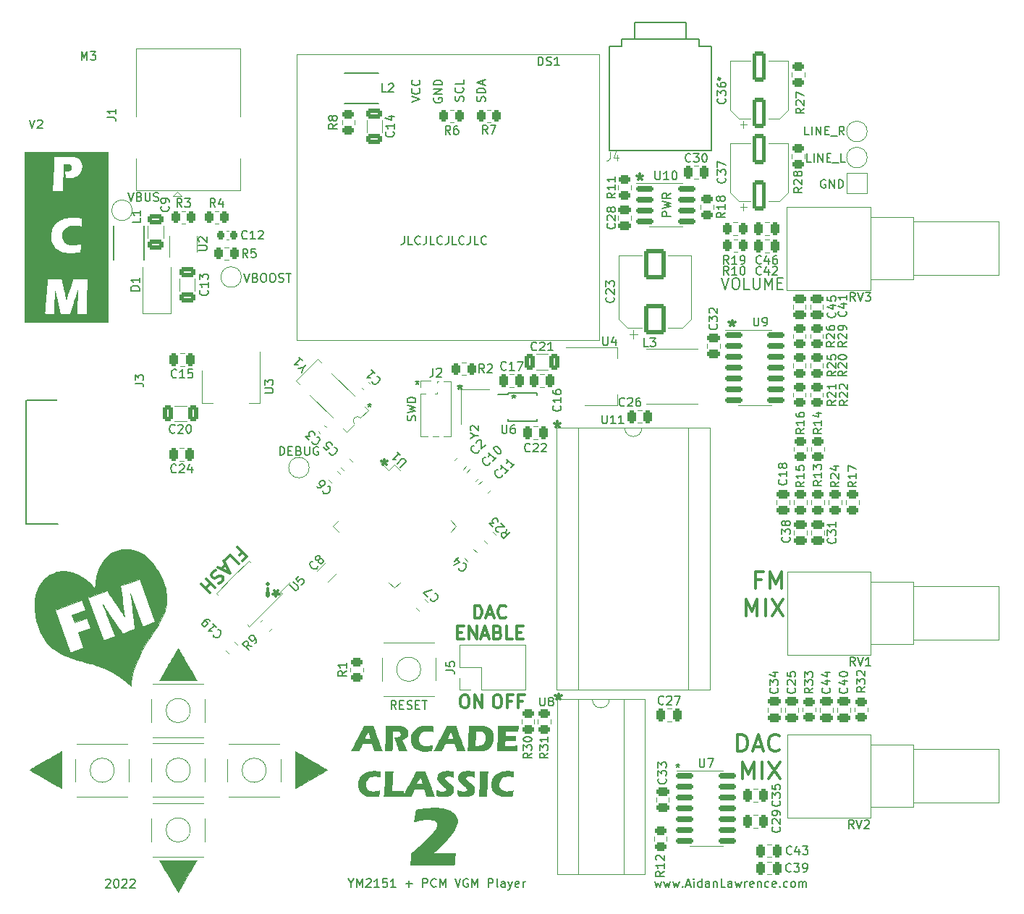
<source format=gto>
G04 #@! TF.GenerationSoftware,KiCad,Pcbnew,(6.0.1)*
G04 #@! TF.CreationDate,2022-02-24T15:47:44-08:00*
G04 #@! TF.ProjectId,MegaBlaster2,4d656761-426c-4617-9374-6572322e6b69,rev?*
G04 #@! TF.SameCoordinates,Original*
G04 #@! TF.FileFunction,Legend,Top*
G04 #@! TF.FilePolarity,Positive*
%FSLAX46Y46*%
G04 Gerber Fmt 4.6, Leading zero omitted, Abs format (unit mm)*
G04 Created by KiCad (PCBNEW (6.0.1)) date 2022-02-24 15:47:44*
%MOMM*%
%LPD*%
G01*
G04 APERTURE LIST*
G04 Aperture macros list*
%AMRoundRect*
0 Rectangle with rounded corners*
0 $1 Rounding radius*
0 $2 $3 $4 $5 $6 $7 $8 $9 X,Y pos of 4 corners*
0 Add a 4 corners polygon primitive as box body*
4,1,4,$2,$3,$4,$5,$6,$7,$8,$9,$2,$3,0*
0 Add four circle primitives for the rounded corners*
1,1,$1+$1,$2,$3*
1,1,$1+$1,$4,$5*
1,1,$1+$1,$6,$7*
1,1,$1+$1,$8,$9*
0 Add four rect primitives between the rounded corners*
20,1,$1+$1,$2,$3,$4,$5,0*
20,1,$1+$1,$4,$5,$6,$7,0*
20,1,$1+$1,$6,$7,$8,$9,0*
20,1,$1+$1,$8,$9,$2,$3,0*%
%AMRotRect*
0 Rectangle, with rotation*
0 The origin of the aperture is its center*
0 $1 length*
0 $2 width*
0 $3 Rotation angle, in degrees counterclockwise*
0 Add horizontal line*
21,1,$1,$2,0,0,$3*%
G04 Aperture macros list end*
%ADD10C,0.150000*%
%ADD11C,0.300000*%
%ADD12C,0.250000*%
%ADD13C,0.050000*%
%ADD14C,0.120000*%
%ADD15C,0.127000*%
%ADD16C,0.304800*%
%ADD17C,0.010000*%
%ADD18C,1.200000*%
%ADD19RoundRect,0.250000X-0.450000X0.262500X-0.450000X-0.262500X0.450000X-0.262500X0.450000X0.262500X0*%
%ADD20RoundRect,0.225000X0.335876X0.017678X0.017678X0.335876X-0.335876X-0.017678X-0.017678X-0.335876X0*%
%ADD21RoundRect,0.250000X0.159099X-0.512652X0.512652X-0.159099X-0.159099X0.512652X-0.512652X0.159099X0*%
%ADD22RoundRect,0.250000X-0.512652X-0.159099X-0.159099X-0.512652X0.512652X0.159099X0.159099X0.512652X0*%
%ADD23RoundRect,0.250000X0.512652X0.159099X0.159099X0.512652X-0.512652X-0.159099X-0.159099X-0.512652X0*%
%ADD24RoundRect,0.249999X-0.229810X0.689431X-0.689431X0.229810X0.229810X-0.689431X0.689431X-0.229810X0*%
%ADD25RoundRect,0.249999X-0.650001X0.325001X-0.650001X-0.325001X0.650001X-0.325001X0.650001X0.325001X0*%
%ADD26RoundRect,0.225000X0.225000X0.250000X-0.225000X0.250000X-0.225000X-0.250000X0.225000X-0.250000X0*%
%ADD27RoundRect,0.249999X0.650001X-0.325001X0.650001X0.325001X-0.650001X0.325001X-0.650001X-0.325001X0*%
%ADD28RoundRect,0.250000X0.250000X0.475000X-0.250000X0.475000X-0.250000X-0.475000X0.250000X-0.475000X0*%
%ADD29RoundRect,0.250000X-0.250000X-0.475000X0.250000X-0.475000X0.250000X0.475000X-0.250000X0.475000X0*%
%ADD30RoundRect,0.249999X0.325001X0.650001X-0.325001X0.650001X-0.325001X-0.650001X0.325001X-0.650001X0*%
%ADD31RoundRect,0.250000X1.000000X-1.500000X1.000000X1.500000X-1.000000X1.500000X-1.000000X-1.500000X0*%
%ADD32RoundRect,0.250000X-0.475000X0.250000X-0.475000X-0.250000X0.475000X-0.250000X0.475000X0.250000X0*%
%ADD33RoundRect,0.250000X0.550000X-1.500000X0.550000X1.500000X-0.550000X1.500000X-0.550000X-1.500000X0*%
%ADD34R,1.800000X2.500000*%
%ADD35C,3.000000*%
%ADD36C,1.600000*%
%ADD37C,4.000000*%
%ADD38R,1.600000X1.600000*%
%ADD39R,1.000000X1.000000*%
%ADD40O,1.000000X1.000000*%
%ADD41R,1.400000X1.800000*%
%ADD42C,1.100000*%
%ADD43R,1.400000X1.600000*%
%ADD44R,2.200000X1.400000*%
%ADD45R,1.400000X0.700000*%
%ADD46O,1.300000X2.600000*%
%ADD47O,2.600000X1.300000*%
%ADD48R,3.300000X0.950000*%
%ADD49R,0.950000X3.300000*%
%ADD50R,2.000000X5.800000*%
%ADD51RoundRect,0.249998X0.450002X-0.262502X0.450002X0.262502X-0.450002X0.262502X-0.450002X-0.262502X0*%
%ADD52RoundRect,0.249998X-0.262502X-0.450002X0.262502X-0.450002X0.262502X0.450002X-0.262502X0.450002X0*%
%ADD53RoundRect,0.249998X0.262502X0.450002X-0.262502X0.450002X-0.262502X-0.450002X0.262502X-0.450002X0*%
%ADD54RoundRect,0.249998X-0.450002X0.262502X-0.450002X-0.262502X0.450002X-0.262502X0.450002X0.262502X0*%
%ADD55RoundRect,0.249998X0.132583X-0.503816X0.503816X-0.132583X-0.132583X0.503816X-0.503816X0.132583X0*%
%ADD56C,1.700000*%
%ADD57C,2.000000*%
%ADD58RoundRect,0.075000X-0.521491X0.415425X0.415425X-0.521491X0.521491X-0.415425X-0.415425X0.521491X0*%
%ADD59RoundRect,0.075000X-0.521491X-0.415425X-0.415425X-0.521491X0.521491X0.415425X0.415425X0.521491X0*%
%ADD60R,0.650000X1.060000*%
%ADD61R,1.500000X2.000000*%
%ADD62R,3.800000X2.000000*%
%ADD63R,2.000000X1.500000*%
%ADD64R,2.000000X3.800000*%
%ADD65RoundRect,0.150000X0.353553X0.565685X-0.565685X-0.353553X-0.353553X-0.565685X0.565685X0.353553X0*%
%ADD66R,1.400000X0.300000*%
%ADD67RoundRect,0.150000X-0.825000X-0.150000X0.825000X-0.150000X0.825000X0.150000X-0.825000X0.150000X0*%
%ADD68RotRect,1.300000X1.900000X135.000000*%
%ADD69R,1.200000X1.400000*%
%ADD70C,3.200000*%
%ADD71R,2.000000X2.000000*%
%ADD72RoundRect,0.249998X-0.503816X-0.132583X-0.132583X-0.503816X0.503816X0.132583X0.132583X0.503816X0*%
%ADD73RoundRect,0.250000X0.450000X-0.262500X0.450000X0.262500X-0.450000X0.262500X-0.450000X-0.262500X0*%
%ADD74C,1.800000*%
%ADD75R,1.700000X1.700000*%
%ADD76O,1.700000X1.700000*%
%ADD77O,1.600000X1.600000*%
%ADD78RoundRect,0.250000X0.475000X-0.250000X0.475000X0.250000X-0.475000X0.250000X-0.475000X-0.250000X0*%
G04 APERTURE END LIST*
D10*
X157465238Y-139358714D02*
X157655714Y-140025380D01*
X157846190Y-139549190D01*
X158036666Y-140025380D01*
X158227142Y-139358714D01*
X158512857Y-139358714D02*
X158703333Y-140025380D01*
X158893809Y-139549190D01*
X159084285Y-140025380D01*
X159274761Y-139358714D01*
X159560476Y-139358714D02*
X159750952Y-140025380D01*
X159941428Y-139549190D01*
X160131904Y-140025380D01*
X160322380Y-139358714D01*
X160703333Y-139930142D02*
X160750952Y-139977761D01*
X160703333Y-140025380D01*
X160655714Y-139977761D01*
X160703333Y-139930142D01*
X160703333Y-140025380D01*
X161131904Y-139739666D02*
X161608095Y-139739666D01*
X161036666Y-140025380D02*
X161370000Y-139025380D01*
X161703333Y-140025380D01*
X162036666Y-140025380D02*
X162036666Y-139358714D01*
X162036666Y-139025380D02*
X161989047Y-139073000D01*
X162036666Y-139120619D01*
X162084285Y-139073000D01*
X162036666Y-139025380D01*
X162036666Y-139120619D01*
X162941428Y-140025380D02*
X162941428Y-139025380D01*
X162941428Y-139977761D02*
X162846190Y-140025380D01*
X162655714Y-140025380D01*
X162560476Y-139977761D01*
X162512857Y-139930142D01*
X162465238Y-139834904D01*
X162465238Y-139549190D01*
X162512857Y-139453952D01*
X162560476Y-139406333D01*
X162655714Y-139358714D01*
X162846190Y-139358714D01*
X162941428Y-139406333D01*
X163846190Y-140025380D02*
X163846190Y-139501571D01*
X163798571Y-139406333D01*
X163703333Y-139358714D01*
X163512857Y-139358714D01*
X163417619Y-139406333D01*
X163846190Y-139977761D02*
X163750952Y-140025380D01*
X163512857Y-140025380D01*
X163417619Y-139977761D01*
X163370000Y-139882523D01*
X163370000Y-139787285D01*
X163417619Y-139692047D01*
X163512857Y-139644428D01*
X163750952Y-139644428D01*
X163846190Y-139596809D01*
X164322380Y-139358714D02*
X164322380Y-140025380D01*
X164322380Y-139453952D02*
X164370000Y-139406333D01*
X164465238Y-139358714D01*
X164608095Y-139358714D01*
X164703333Y-139406333D01*
X164750952Y-139501571D01*
X164750952Y-140025380D01*
X165703333Y-140025380D02*
X165227142Y-140025380D01*
X165227142Y-139025380D01*
X166465238Y-140025380D02*
X166465238Y-139501571D01*
X166417619Y-139406333D01*
X166322380Y-139358714D01*
X166131904Y-139358714D01*
X166036666Y-139406333D01*
X166465238Y-139977761D02*
X166370000Y-140025380D01*
X166131904Y-140025380D01*
X166036666Y-139977761D01*
X165989047Y-139882523D01*
X165989047Y-139787285D01*
X166036666Y-139692047D01*
X166131904Y-139644428D01*
X166370000Y-139644428D01*
X166465238Y-139596809D01*
X166846190Y-139358714D02*
X167036666Y-140025380D01*
X167227142Y-139549190D01*
X167417619Y-140025380D01*
X167608095Y-139358714D01*
X167989047Y-140025380D02*
X167989047Y-139358714D01*
X167989047Y-139549190D02*
X168036666Y-139453952D01*
X168084285Y-139406333D01*
X168179523Y-139358714D01*
X168274761Y-139358714D01*
X168989047Y-139977761D02*
X168893809Y-140025380D01*
X168703333Y-140025380D01*
X168608095Y-139977761D01*
X168560476Y-139882523D01*
X168560476Y-139501571D01*
X168608095Y-139406333D01*
X168703333Y-139358714D01*
X168893809Y-139358714D01*
X168989047Y-139406333D01*
X169036666Y-139501571D01*
X169036666Y-139596809D01*
X168560476Y-139692047D01*
X169465238Y-139358714D02*
X169465238Y-140025380D01*
X169465238Y-139453952D02*
X169512857Y-139406333D01*
X169608095Y-139358714D01*
X169750952Y-139358714D01*
X169846190Y-139406333D01*
X169893809Y-139501571D01*
X169893809Y-140025380D01*
X170798571Y-139977761D02*
X170703333Y-140025380D01*
X170512857Y-140025380D01*
X170417619Y-139977761D01*
X170370000Y-139930142D01*
X170322380Y-139834904D01*
X170322380Y-139549190D01*
X170370000Y-139453952D01*
X170417619Y-139406333D01*
X170512857Y-139358714D01*
X170703333Y-139358714D01*
X170798571Y-139406333D01*
X171608095Y-139977761D02*
X171512857Y-140025380D01*
X171322380Y-140025380D01*
X171227142Y-139977761D01*
X171179523Y-139882523D01*
X171179523Y-139501571D01*
X171227142Y-139406333D01*
X171322380Y-139358714D01*
X171512857Y-139358714D01*
X171608095Y-139406333D01*
X171655714Y-139501571D01*
X171655714Y-139596809D01*
X171179523Y-139692047D01*
X172084285Y-139930142D02*
X172131904Y-139977761D01*
X172084285Y-140025380D01*
X172036666Y-139977761D01*
X172084285Y-139930142D01*
X172084285Y-140025380D01*
X172989047Y-139977761D02*
X172893809Y-140025380D01*
X172703333Y-140025380D01*
X172608095Y-139977761D01*
X172560476Y-139930142D01*
X172512857Y-139834904D01*
X172512857Y-139549190D01*
X172560476Y-139453952D01*
X172608095Y-139406333D01*
X172703333Y-139358714D01*
X172893809Y-139358714D01*
X172989047Y-139406333D01*
X173560476Y-140025380D02*
X173465238Y-139977761D01*
X173417619Y-139930142D01*
X173370000Y-139834904D01*
X173370000Y-139549190D01*
X173417619Y-139453952D01*
X173465238Y-139406333D01*
X173560476Y-139358714D01*
X173703333Y-139358714D01*
X173798571Y-139406333D01*
X173846190Y-139453952D01*
X173893809Y-139549190D01*
X173893809Y-139834904D01*
X173846190Y-139930142D01*
X173798571Y-139977761D01*
X173703333Y-140025380D01*
X173560476Y-140025380D01*
X174322380Y-140025380D02*
X174322380Y-139358714D01*
X174322380Y-139453952D02*
X174370000Y-139406333D01*
X174465238Y-139358714D01*
X174608095Y-139358714D01*
X174703333Y-139406333D01*
X174750952Y-139501571D01*
X174750952Y-140025380D01*
X174750952Y-139501571D02*
X174798571Y-139406333D01*
X174893809Y-139358714D01*
X175036666Y-139358714D01*
X175131904Y-139406333D01*
X175179523Y-139501571D01*
X175179523Y-140025380D01*
D11*
X146177000Y-117415571D02*
X146177000Y-117772714D01*
X145819857Y-117629857D02*
X146177000Y-117772714D01*
X146534142Y-117629857D01*
X145962714Y-118058428D02*
X146177000Y-117772714D01*
X146391285Y-118058428D01*
D10*
X121929190Y-139549190D02*
X121929190Y-140025380D01*
X121595857Y-139025380D02*
X121929190Y-139549190D01*
X122262523Y-139025380D01*
X122595857Y-140025380D02*
X122595857Y-139025380D01*
X122929190Y-139739666D01*
X123262523Y-139025380D01*
X123262523Y-140025380D01*
X123691095Y-139120619D02*
X123738714Y-139073000D01*
X123833952Y-139025380D01*
X124072047Y-139025380D01*
X124167285Y-139073000D01*
X124214904Y-139120619D01*
X124262523Y-139215857D01*
X124262523Y-139311095D01*
X124214904Y-139453952D01*
X123643476Y-140025380D01*
X124262523Y-140025380D01*
X125214904Y-140025380D02*
X124643476Y-140025380D01*
X124929190Y-140025380D02*
X124929190Y-139025380D01*
X124833952Y-139168238D01*
X124738714Y-139263476D01*
X124643476Y-139311095D01*
X126119666Y-139025380D02*
X125643476Y-139025380D01*
X125595857Y-139501571D01*
X125643476Y-139453952D01*
X125738714Y-139406333D01*
X125976809Y-139406333D01*
X126072047Y-139453952D01*
X126119666Y-139501571D01*
X126167285Y-139596809D01*
X126167285Y-139834904D01*
X126119666Y-139930142D01*
X126072047Y-139977761D01*
X125976809Y-140025380D01*
X125738714Y-140025380D01*
X125643476Y-139977761D01*
X125595857Y-139930142D01*
X127119666Y-140025380D02*
X126548238Y-140025380D01*
X126833952Y-140025380D02*
X126833952Y-139025380D01*
X126738714Y-139168238D01*
X126643476Y-139263476D01*
X126548238Y-139311095D01*
X128310142Y-139644428D02*
X129072047Y-139644428D01*
X128691095Y-140025380D02*
X128691095Y-139263476D01*
X130310142Y-140025380D02*
X130310142Y-139025380D01*
X130691095Y-139025380D01*
X130786333Y-139073000D01*
X130833952Y-139120619D01*
X130881571Y-139215857D01*
X130881571Y-139358714D01*
X130833952Y-139453952D01*
X130786333Y-139501571D01*
X130691095Y-139549190D01*
X130310142Y-139549190D01*
X131881571Y-139930142D02*
X131833952Y-139977761D01*
X131691095Y-140025380D01*
X131595857Y-140025380D01*
X131453000Y-139977761D01*
X131357761Y-139882523D01*
X131310142Y-139787285D01*
X131262523Y-139596809D01*
X131262523Y-139453952D01*
X131310142Y-139263476D01*
X131357761Y-139168238D01*
X131453000Y-139073000D01*
X131595857Y-139025380D01*
X131691095Y-139025380D01*
X131833952Y-139073000D01*
X131881571Y-139120619D01*
X132310142Y-140025380D02*
X132310142Y-139025380D01*
X132643476Y-139739666D01*
X132976809Y-139025380D01*
X132976809Y-140025380D01*
X134072047Y-139025380D02*
X134405380Y-140025380D01*
X134738714Y-139025380D01*
X135595857Y-139073000D02*
X135500619Y-139025380D01*
X135357761Y-139025380D01*
X135214904Y-139073000D01*
X135119666Y-139168238D01*
X135072047Y-139263476D01*
X135024428Y-139453952D01*
X135024428Y-139596809D01*
X135072047Y-139787285D01*
X135119666Y-139882523D01*
X135214904Y-139977761D01*
X135357761Y-140025380D01*
X135453000Y-140025380D01*
X135595857Y-139977761D01*
X135643476Y-139930142D01*
X135643476Y-139596809D01*
X135453000Y-139596809D01*
X136072047Y-140025380D02*
X136072047Y-139025380D01*
X136405380Y-139739666D01*
X136738714Y-139025380D01*
X136738714Y-140025380D01*
X137976809Y-140025380D02*
X137976809Y-139025380D01*
X138357761Y-139025380D01*
X138453000Y-139073000D01*
X138500619Y-139120619D01*
X138548238Y-139215857D01*
X138548238Y-139358714D01*
X138500619Y-139453952D01*
X138453000Y-139501571D01*
X138357761Y-139549190D01*
X137976809Y-139549190D01*
X139119666Y-140025380D02*
X139024428Y-139977761D01*
X138976809Y-139882523D01*
X138976809Y-139025380D01*
X139929190Y-140025380D02*
X139929190Y-139501571D01*
X139881571Y-139406333D01*
X139786333Y-139358714D01*
X139595857Y-139358714D01*
X139500619Y-139406333D01*
X139929190Y-139977761D02*
X139833952Y-140025380D01*
X139595857Y-140025380D01*
X139500619Y-139977761D01*
X139453000Y-139882523D01*
X139453000Y-139787285D01*
X139500619Y-139692047D01*
X139595857Y-139644428D01*
X139833952Y-139644428D01*
X139929190Y-139596809D01*
X140310142Y-139358714D02*
X140548238Y-140025380D01*
X140786333Y-139358714D02*
X140548238Y-140025380D01*
X140453000Y-140263476D01*
X140405380Y-140311095D01*
X140310142Y-140358714D01*
X141548238Y-139977761D02*
X141453000Y-140025380D01*
X141262523Y-140025380D01*
X141167285Y-139977761D01*
X141119666Y-139882523D01*
X141119666Y-139501571D01*
X141167285Y-139406333D01*
X141262523Y-139358714D01*
X141453000Y-139358714D01*
X141548238Y-139406333D01*
X141595857Y-139501571D01*
X141595857Y-139596809D01*
X141119666Y-139692047D01*
X142024428Y-140025380D02*
X142024428Y-139358714D01*
X142024428Y-139549190D02*
X142072047Y-139453952D01*
X142119666Y-139406333D01*
X142214904Y-139358714D01*
X142310142Y-139358714D01*
X140970000Y-82383380D02*
X140970000Y-82621476D01*
X140731904Y-82526238D02*
X140970000Y-82621476D01*
X141208095Y-82526238D01*
X140827142Y-82811952D02*
X140970000Y-82621476D01*
X141112857Y-82811952D01*
X175728523Y-55189380D02*
X175252333Y-55189380D01*
X175252333Y-54189380D01*
X176061857Y-55189380D02*
X176061857Y-54189380D01*
X176538047Y-55189380D02*
X176538047Y-54189380D01*
X177109476Y-55189380D01*
X177109476Y-54189380D01*
X177585666Y-54665571D02*
X177919000Y-54665571D01*
X178061857Y-55189380D02*
X177585666Y-55189380D01*
X177585666Y-54189380D01*
X178061857Y-54189380D01*
X178252333Y-55284619D02*
X179014238Y-55284619D01*
X179728523Y-55189380D02*
X179252333Y-55189380D01*
X179252333Y-54189380D01*
D11*
X167159904Y-124135761D02*
X167159904Y-122135761D01*
X167636095Y-122135761D01*
X167921809Y-122231000D01*
X168112285Y-122421476D01*
X168207523Y-122611952D01*
X168302761Y-122992904D01*
X168302761Y-123278619D01*
X168207523Y-123659571D01*
X168112285Y-123850047D01*
X167921809Y-124040523D01*
X167636095Y-124135761D01*
X167159904Y-124135761D01*
X169064666Y-123564333D02*
X170017047Y-123564333D01*
X168874190Y-124135761D02*
X169540857Y-122135761D01*
X170207523Y-124135761D01*
X172017047Y-123945285D02*
X171921809Y-124040523D01*
X171636095Y-124135761D01*
X171445619Y-124135761D01*
X171159904Y-124040523D01*
X170969428Y-123850047D01*
X170874190Y-123659571D01*
X170778952Y-123278619D01*
X170778952Y-122992904D01*
X170874190Y-122611952D01*
X170969428Y-122421476D01*
X171159904Y-122231000D01*
X171445619Y-122135761D01*
X171636095Y-122135761D01*
X171921809Y-122231000D01*
X172017047Y-122326238D01*
X167731333Y-127355761D02*
X167731333Y-125355761D01*
X168398000Y-126784333D01*
X169064666Y-125355761D01*
X169064666Y-127355761D01*
X170017047Y-127355761D02*
X170017047Y-125355761D01*
X170778952Y-125355761D02*
X172112285Y-127355761D01*
X172112285Y-125355761D02*
X170778952Y-127355761D01*
D10*
X129667000Y-80732380D02*
X129667000Y-80970476D01*
X129428904Y-80875238D02*
X129667000Y-80970476D01*
X129905095Y-80875238D01*
X129524142Y-81160952D02*
X129667000Y-80970476D01*
X129809857Y-81160952D01*
X95829666Y-58761380D02*
X96163000Y-59761380D01*
X96496333Y-58761380D01*
X97163000Y-59237571D02*
X97305857Y-59285190D01*
X97353476Y-59332809D01*
X97401095Y-59428047D01*
X97401095Y-59570904D01*
X97353476Y-59666142D01*
X97305857Y-59713761D01*
X97210619Y-59761380D01*
X96829666Y-59761380D01*
X96829666Y-58761380D01*
X97163000Y-58761380D01*
X97258238Y-58809000D01*
X97305857Y-58856619D01*
X97353476Y-58951857D01*
X97353476Y-59047095D01*
X97305857Y-59142333D01*
X97258238Y-59189952D01*
X97163000Y-59237571D01*
X96829666Y-59237571D01*
X97829666Y-58761380D02*
X97829666Y-59570904D01*
X97877285Y-59666142D01*
X97924904Y-59713761D01*
X98020142Y-59761380D01*
X98210619Y-59761380D01*
X98305857Y-59713761D01*
X98353476Y-59666142D01*
X98401095Y-59570904D01*
X98401095Y-58761380D01*
X98829666Y-59713761D02*
X98972523Y-59761380D01*
X99210619Y-59761380D01*
X99305857Y-59713761D01*
X99353476Y-59666142D01*
X99401095Y-59570904D01*
X99401095Y-59475666D01*
X99353476Y-59380428D01*
X99305857Y-59332809D01*
X99210619Y-59285190D01*
X99020142Y-59237571D01*
X98924904Y-59189952D01*
X98877285Y-59142333D01*
X98829666Y-59047095D01*
X98829666Y-58951857D01*
X98877285Y-58856619D01*
X98924904Y-58809000D01*
X99020142Y-58761380D01*
X99258238Y-58761380D01*
X99401095Y-58809000D01*
X128159452Y-63841380D02*
X128159452Y-64555666D01*
X128111833Y-64698523D01*
X128016595Y-64793761D01*
X127873738Y-64841380D01*
X127778500Y-64841380D01*
X129111833Y-64841380D02*
X128635642Y-64841380D01*
X128635642Y-63841380D01*
X130016595Y-64746142D02*
X129968976Y-64793761D01*
X129826119Y-64841380D01*
X129730880Y-64841380D01*
X129588023Y-64793761D01*
X129492785Y-64698523D01*
X129445166Y-64603285D01*
X129397547Y-64412809D01*
X129397547Y-64269952D01*
X129445166Y-64079476D01*
X129492785Y-63984238D01*
X129588023Y-63889000D01*
X129730880Y-63841380D01*
X129826119Y-63841380D01*
X129968976Y-63889000D01*
X130016595Y-63936619D01*
X130730880Y-63841380D02*
X130730880Y-64555666D01*
X130683261Y-64698523D01*
X130588023Y-64793761D01*
X130445166Y-64841380D01*
X130349928Y-64841380D01*
X131683261Y-64841380D02*
X131207071Y-64841380D01*
X131207071Y-63841380D01*
X132588023Y-64746142D02*
X132540404Y-64793761D01*
X132397547Y-64841380D01*
X132302309Y-64841380D01*
X132159452Y-64793761D01*
X132064214Y-64698523D01*
X132016595Y-64603285D01*
X131968976Y-64412809D01*
X131968976Y-64269952D01*
X132016595Y-64079476D01*
X132064214Y-63984238D01*
X132159452Y-63889000D01*
X132302309Y-63841380D01*
X132397547Y-63841380D01*
X132540404Y-63889000D01*
X132588023Y-63936619D01*
X133302309Y-63841380D02*
X133302309Y-64555666D01*
X133254690Y-64698523D01*
X133159452Y-64793761D01*
X133016595Y-64841380D01*
X132921357Y-64841380D01*
X134254690Y-64841380D02*
X133778500Y-64841380D01*
X133778500Y-63841380D01*
X135159452Y-64746142D02*
X135111833Y-64793761D01*
X134968976Y-64841380D01*
X134873738Y-64841380D01*
X134730880Y-64793761D01*
X134635642Y-64698523D01*
X134588023Y-64603285D01*
X134540404Y-64412809D01*
X134540404Y-64269952D01*
X134588023Y-64079476D01*
X134635642Y-63984238D01*
X134730880Y-63889000D01*
X134873738Y-63841380D01*
X134968976Y-63841380D01*
X135111833Y-63889000D01*
X135159452Y-63936619D01*
X135873738Y-63841380D02*
X135873738Y-64555666D01*
X135826119Y-64698523D01*
X135730880Y-64793761D01*
X135588023Y-64841380D01*
X135492785Y-64841380D01*
X136826119Y-64841380D02*
X136349928Y-64841380D01*
X136349928Y-63841380D01*
X137730880Y-64746142D02*
X137683261Y-64793761D01*
X137540404Y-64841380D01*
X137445166Y-64841380D01*
X137302309Y-64793761D01*
X137207071Y-64698523D01*
X137159452Y-64603285D01*
X137111833Y-64412809D01*
X137111833Y-64269952D01*
X137159452Y-64079476D01*
X137207071Y-63984238D01*
X137302309Y-63889000D01*
X137445166Y-63841380D01*
X137540404Y-63841380D01*
X137683261Y-63889000D01*
X137730880Y-63936619D01*
X90376476Y-43251380D02*
X90376476Y-42251380D01*
X90709809Y-42965666D01*
X91043142Y-42251380D01*
X91043142Y-43251380D01*
X91424095Y-42251380D02*
X92043142Y-42251380D01*
X91709809Y-42632333D01*
X91852666Y-42632333D01*
X91947904Y-42679952D01*
X91995523Y-42727571D01*
X92043142Y-42822809D01*
X92043142Y-43060904D01*
X91995523Y-43156142D01*
X91947904Y-43203761D01*
X91852666Y-43251380D01*
X91566952Y-43251380D01*
X91471714Y-43203761D01*
X91424095Y-43156142D01*
D11*
X125830000Y-89958571D02*
X125830000Y-90315714D01*
X125472857Y-90172857D02*
X125830000Y-90315714D01*
X126187142Y-90172857D01*
X125615714Y-90601428D02*
X125830000Y-90315714D01*
X126044285Y-90601428D01*
D10*
X165257619Y-68757095D02*
X165690952Y-70057095D01*
X166124285Y-68757095D01*
X166805238Y-68757095D02*
X167052857Y-68757095D01*
X167176666Y-68819000D01*
X167300476Y-68942809D01*
X167362380Y-69190428D01*
X167362380Y-69623761D01*
X167300476Y-69871380D01*
X167176666Y-69995190D01*
X167052857Y-70057095D01*
X166805238Y-70057095D01*
X166681428Y-69995190D01*
X166557619Y-69871380D01*
X166495714Y-69623761D01*
X166495714Y-69190428D01*
X166557619Y-68942809D01*
X166681428Y-68819000D01*
X166805238Y-68757095D01*
X168538571Y-70057095D02*
X167919523Y-70057095D01*
X167919523Y-68757095D01*
X168971904Y-68757095D02*
X168971904Y-69809476D01*
X169033809Y-69933285D01*
X169095714Y-69995190D01*
X169219523Y-70057095D01*
X169467142Y-70057095D01*
X169590952Y-69995190D01*
X169652857Y-69933285D01*
X169714761Y-69809476D01*
X169714761Y-68757095D01*
X170333809Y-70057095D02*
X170333809Y-68757095D01*
X170767142Y-69685666D01*
X171200476Y-68757095D01*
X171200476Y-70057095D01*
X171819523Y-69376142D02*
X172252857Y-69376142D01*
X172438571Y-70057095D02*
X171819523Y-70057095D01*
X171819523Y-68757095D01*
X172438571Y-68757095D01*
D11*
X108858782Y-101162740D02*
X109212335Y-100809187D01*
X108656751Y-100253603D02*
X109717411Y-101314263D01*
X109212335Y-101819339D01*
X107242538Y-101667816D02*
X107747614Y-101162740D01*
X108808274Y-102223400D01*
X107242538Y-102273908D02*
X106737461Y-102778984D01*
X107040507Y-101869847D02*
X107747614Y-103284061D01*
X106333400Y-102576954D01*
X106080862Y-102930507D02*
X105878832Y-103031522D01*
X105626294Y-103284061D01*
X105575786Y-103435583D01*
X105575786Y-103536599D01*
X105626294Y-103688122D01*
X105727309Y-103789137D01*
X105878832Y-103839644D01*
X105979847Y-103839644D01*
X106131370Y-103789137D01*
X106383908Y-103637614D01*
X106535431Y-103587106D01*
X106636446Y-103587106D01*
X106787969Y-103637614D01*
X106888984Y-103738629D01*
X106939492Y-103890152D01*
X106939492Y-103991167D01*
X106888984Y-104142690D01*
X106636446Y-104395228D01*
X106434416Y-104496244D01*
X104969694Y-103940660D02*
X106030355Y-105001320D01*
X105525278Y-104496244D02*
X104919187Y-105102335D01*
X104363603Y-104546751D02*
X105424263Y-105607411D01*
D10*
X127198619Y-119197380D02*
X126865285Y-118721190D01*
X126627190Y-119197380D02*
X126627190Y-118197380D01*
X127008142Y-118197380D01*
X127103380Y-118245000D01*
X127151000Y-118292619D01*
X127198619Y-118387857D01*
X127198619Y-118530714D01*
X127151000Y-118625952D01*
X127103380Y-118673571D01*
X127008142Y-118721190D01*
X126627190Y-118721190D01*
X127627190Y-118673571D02*
X127960523Y-118673571D01*
X128103380Y-119197380D02*
X127627190Y-119197380D01*
X127627190Y-118197380D01*
X128103380Y-118197380D01*
X128484333Y-119149761D02*
X128627190Y-119197380D01*
X128865285Y-119197380D01*
X128960523Y-119149761D01*
X129008142Y-119102142D01*
X129055761Y-119006904D01*
X129055761Y-118911666D01*
X129008142Y-118816428D01*
X128960523Y-118768809D01*
X128865285Y-118721190D01*
X128674809Y-118673571D01*
X128579571Y-118625952D01*
X128531952Y-118578333D01*
X128484333Y-118483095D01*
X128484333Y-118387857D01*
X128531952Y-118292619D01*
X128579571Y-118245000D01*
X128674809Y-118197380D01*
X128912904Y-118197380D01*
X129055761Y-118245000D01*
X129484333Y-118673571D02*
X129817666Y-118673571D01*
X129960523Y-119197380D02*
X129484333Y-119197380D01*
X129484333Y-118197380D01*
X129960523Y-118197380D01*
X130246238Y-118197380D02*
X130817666Y-118197380D01*
X130531952Y-119197380D02*
X130531952Y-118197380D01*
X175506285Y-52014380D02*
X175030095Y-52014380D01*
X175030095Y-51014380D01*
X175839619Y-52014380D02*
X175839619Y-51014380D01*
X176315809Y-52014380D02*
X176315809Y-51014380D01*
X176887238Y-52014380D01*
X176887238Y-51014380D01*
X177363428Y-51490571D02*
X177696761Y-51490571D01*
X177839619Y-52014380D02*
X177363428Y-52014380D01*
X177363428Y-51014380D01*
X177839619Y-51014380D01*
X178030095Y-52109619D02*
X178792000Y-52109619D01*
X179601523Y-52014380D02*
X179268190Y-51538190D01*
X179030095Y-52014380D02*
X179030095Y-51014380D01*
X179411047Y-51014380D01*
X179506285Y-51062000D01*
X179553904Y-51109619D01*
X179601523Y-51204857D01*
X179601523Y-51347714D01*
X179553904Y-51442952D01*
X179506285Y-51490571D01*
X179411047Y-51538190D01*
X179030095Y-51538190D01*
D11*
X113133142Y-105977428D02*
X113133142Y-105620285D01*
X113490285Y-105763142D02*
X113133142Y-105620285D01*
X112776000Y-105763142D01*
X113347428Y-105334571D02*
X113133142Y-105620285D01*
X112918857Y-105334571D01*
X112204571Y-104620285D02*
X112133142Y-104548857D01*
X112204571Y-104477428D01*
X112276000Y-104548857D01*
X112204571Y-104620285D01*
X112204571Y-104477428D01*
X112204571Y-105048857D02*
X112276000Y-105906000D01*
X112204571Y-105977428D01*
X112133142Y-105906000D01*
X112204571Y-105048857D01*
X112204571Y-105977428D01*
D10*
X93218214Y-139184119D02*
X93265833Y-139136500D01*
X93361071Y-139088880D01*
X93599166Y-139088880D01*
X93694404Y-139136500D01*
X93742023Y-139184119D01*
X93789642Y-139279357D01*
X93789642Y-139374595D01*
X93742023Y-139517452D01*
X93170595Y-140088880D01*
X93789642Y-140088880D01*
X94408690Y-139088880D02*
X94503928Y-139088880D01*
X94599166Y-139136500D01*
X94646785Y-139184119D01*
X94694404Y-139279357D01*
X94742023Y-139469833D01*
X94742023Y-139707928D01*
X94694404Y-139898404D01*
X94646785Y-139993642D01*
X94599166Y-140041261D01*
X94503928Y-140088880D01*
X94408690Y-140088880D01*
X94313452Y-140041261D01*
X94265833Y-139993642D01*
X94218214Y-139898404D01*
X94170595Y-139707928D01*
X94170595Y-139469833D01*
X94218214Y-139279357D01*
X94265833Y-139184119D01*
X94313452Y-139136500D01*
X94408690Y-139088880D01*
X95122976Y-139184119D02*
X95170595Y-139136500D01*
X95265833Y-139088880D01*
X95503928Y-139088880D01*
X95599166Y-139136500D01*
X95646785Y-139184119D01*
X95694404Y-139279357D01*
X95694404Y-139374595D01*
X95646785Y-139517452D01*
X95075357Y-140088880D01*
X95694404Y-140088880D01*
X96075357Y-139184119D02*
X96122976Y-139136500D01*
X96218214Y-139088880D01*
X96456309Y-139088880D01*
X96551547Y-139136500D01*
X96599166Y-139184119D01*
X96646785Y-139279357D01*
X96646785Y-139374595D01*
X96599166Y-139517452D01*
X96027738Y-140088880D01*
X96646785Y-140088880D01*
D11*
X135088428Y-117542571D02*
X135374142Y-117542571D01*
X135517000Y-117614000D01*
X135659857Y-117756857D01*
X135731285Y-118042571D01*
X135731285Y-118542571D01*
X135659857Y-118828285D01*
X135517000Y-118971142D01*
X135374142Y-119042571D01*
X135088428Y-119042571D01*
X134945571Y-118971142D01*
X134802714Y-118828285D01*
X134731285Y-118542571D01*
X134731285Y-118042571D01*
X134802714Y-117756857D01*
X134945571Y-117614000D01*
X135088428Y-117542571D01*
X136374142Y-119042571D02*
X136374142Y-117542571D01*
X137231285Y-119042571D01*
X137231285Y-117542571D01*
X138906428Y-117542571D02*
X139192142Y-117542571D01*
X139335000Y-117614000D01*
X139477857Y-117756857D01*
X139549285Y-118042571D01*
X139549285Y-118542571D01*
X139477857Y-118828285D01*
X139335000Y-118971142D01*
X139192142Y-119042571D01*
X138906428Y-119042571D01*
X138763571Y-118971142D01*
X138620714Y-118828285D01*
X138549285Y-118542571D01*
X138549285Y-118042571D01*
X138620714Y-117756857D01*
X138763571Y-117614000D01*
X138906428Y-117542571D01*
X140692142Y-118256857D02*
X140192142Y-118256857D01*
X140192142Y-119042571D02*
X140192142Y-117542571D01*
X140906428Y-117542571D01*
X141977857Y-118256857D02*
X141477857Y-118256857D01*
X141477857Y-119042571D02*
X141477857Y-117542571D01*
X142192142Y-117542571D01*
X169921857Y-104038142D02*
X169255190Y-104038142D01*
X169255190Y-105085761D02*
X169255190Y-103085761D01*
X170207571Y-103085761D01*
X170969476Y-105085761D02*
X170969476Y-103085761D01*
X171636142Y-104514333D01*
X172302809Y-103085761D01*
X172302809Y-105085761D01*
X168112333Y-108305761D02*
X168112333Y-106305761D01*
X168779000Y-107734333D01*
X169445666Y-106305761D01*
X169445666Y-108305761D01*
X170398047Y-108305761D02*
X170398047Y-106305761D01*
X171159952Y-106305761D02*
X172493285Y-108305761D01*
X172493285Y-106305761D02*
X171159952Y-108305761D01*
D10*
X109402904Y-68222880D02*
X109736238Y-69222880D01*
X110069571Y-68222880D01*
X110736238Y-68699071D02*
X110879095Y-68746690D01*
X110926714Y-68794309D01*
X110974333Y-68889547D01*
X110974333Y-69032404D01*
X110926714Y-69127642D01*
X110879095Y-69175261D01*
X110783857Y-69222880D01*
X110402904Y-69222880D01*
X110402904Y-68222880D01*
X110736238Y-68222880D01*
X110831476Y-68270500D01*
X110879095Y-68318119D01*
X110926714Y-68413357D01*
X110926714Y-68508595D01*
X110879095Y-68603833D01*
X110831476Y-68651452D01*
X110736238Y-68699071D01*
X110402904Y-68699071D01*
X111593380Y-68222880D02*
X111783857Y-68222880D01*
X111879095Y-68270500D01*
X111974333Y-68365738D01*
X112021952Y-68556214D01*
X112021952Y-68889547D01*
X111974333Y-69080023D01*
X111879095Y-69175261D01*
X111783857Y-69222880D01*
X111593380Y-69222880D01*
X111498142Y-69175261D01*
X111402904Y-69080023D01*
X111355285Y-68889547D01*
X111355285Y-68556214D01*
X111402904Y-68365738D01*
X111498142Y-68270500D01*
X111593380Y-68222880D01*
X112641000Y-68222880D02*
X112831476Y-68222880D01*
X112926714Y-68270500D01*
X113021952Y-68365738D01*
X113069571Y-68556214D01*
X113069571Y-68889547D01*
X113021952Y-69080023D01*
X112926714Y-69175261D01*
X112831476Y-69222880D01*
X112641000Y-69222880D01*
X112545761Y-69175261D01*
X112450523Y-69080023D01*
X112402904Y-68889547D01*
X112402904Y-68556214D01*
X112450523Y-68365738D01*
X112545761Y-68270500D01*
X112641000Y-68222880D01*
X113450523Y-69175261D02*
X113593380Y-69222880D01*
X113831476Y-69222880D01*
X113926714Y-69175261D01*
X113974333Y-69127642D01*
X114021952Y-69032404D01*
X114021952Y-68937166D01*
X113974333Y-68841928D01*
X113926714Y-68794309D01*
X113831476Y-68746690D01*
X113641000Y-68699071D01*
X113545761Y-68651452D01*
X113498142Y-68603833D01*
X113450523Y-68508595D01*
X113450523Y-68413357D01*
X113498142Y-68318119D01*
X113545761Y-68270500D01*
X113641000Y-68222880D01*
X113879095Y-68222880D01*
X114021952Y-68270500D01*
X114307666Y-68222880D02*
X114879095Y-68222880D01*
X114593380Y-69222880D02*
X114593380Y-68222880D01*
D11*
X136390285Y-108564071D02*
X136390285Y-107064071D01*
X136747428Y-107064071D01*
X136961714Y-107135500D01*
X137104571Y-107278357D01*
X137176000Y-107421214D01*
X137247428Y-107706928D01*
X137247428Y-107921214D01*
X137176000Y-108206928D01*
X137104571Y-108349785D01*
X136961714Y-108492642D01*
X136747428Y-108564071D01*
X136390285Y-108564071D01*
X137818857Y-108135500D02*
X138533142Y-108135500D01*
X137676000Y-108564071D02*
X138176000Y-107064071D01*
X138676000Y-108564071D01*
X140033142Y-108421214D02*
X139961714Y-108492642D01*
X139747428Y-108564071D01*
X139604571Y-108564071D01*
X139390285Y-108492642D01*
X139247428Y-108349785D01*
X139176000Y-108206928D01*
X139104571Y-107921214D01*
X139104571Y-107706928D01*
X139176000Y-107421214D01*
X139247428Y-107278357D01*
X139390285Y-107135500D01*
X139604571Y-107064071D01*
X139747428Y-107064071D01*
X139961714Y-107135500D01*
X140033142Y-107206928D01*
X134390285Y-110193357D02*
X134890285Y-110193357D01*
X135104571Y-110979071D02*
X134390285Y-110979071D01*
X134390285Y-109479071D01*
X135104571Y-109479071D01*
X135747428Y-110979071D02*
X135747428Y-109479071D01*
X136604571Y-110979071D01*
X136604571Y-109479071D01*
X137247428Y-110550500D02*
X137961714Y-110550500D01*
X137104571Y-110979071D02*
X137604571Y-109479071D01*
X138104571Y-110979071D01*
X139104571Y-110193357D02*
X139318857Y-110264785D01*
X139390285Y-110336214D01*
X139461714Y-110479071D01*
X139461714Y-110693357D01*
X139390285Y-110836214D01*
X139318857Y-110907642D01*
X139176000Y-110979071D01*
X138604571Y-110979071D01*
X138604571Y-109479071D01*
X139104571Y-109479071D01*
X139247428Y-109550500D01*
X139318857Y-109621928D01*
X139390285Y-109764785D01*
X139390285Y-109907642D01*
X139318857Y-110050500D01*
X139247428Y-110121928D01*
X139104571Y-110193357D01*
X138604571Y-110193357D01*
X140818857Y-110979071D02*
X140104571Y-110979071D01*
X140104571Y-109479071D01*
X141318857Y-110193357D02*
X141818857Y-110193357D01*
X142033142Y-110979071D02*
X141318857Y-110979071D01*
X141318857Y-109479071D01*
X142033142Y-109479071D01*
D10*
X129436761Y-85431142D02*
X129484380Y-85288285D01*
X129484380Y-85050190D01*
X129436761Y-84954952D01*
X129389142Y-84907333D01*
X129293904Y-84859714D01*
X129198666Y-84859714D01*
X129103428Y-84907333D01*
X129055809Y-84954952D01*
X129008190Y-85050190D01*
X128960571Y-85240666D01*
X128912952Y-85335904D01*
X128865333Y-85383523D01*
X128770095Y-85431142D01*
X128674857Y-85431142D01*
X128579619Y-85383523D01*
X128532000Y-85335904D01*
X128484380Y-85240666D01*
X128484380Y-85002571D01*
X128532000Y-84859714D01*
X128484380Y-84526380D02*
X129484380Y-84288285D01*
X128770095Y-84097809D01*
X129484380Y-83907333D01*
X128484380Y-83669238D01*
X129484380Y-83288285D02*
X128484380Y-83288285D01*
X128484380Y-83050190D01*
X128532000Y-82907333D01*
X128627238Y-82812095D01*
X128722476Y-82764476D01*
X128912952Y-82716857D01*
X129055809Y-82716857D01*
X129246285Y-82764476D01*
X129341523Y-82812095D01*
X129436761Y-82907333D01*
X129484380Y-83050190D01*
X129484380Y-83288285D01*
X113585904Y-89479380D02*
X113585904Y-88479380D01*
X113824000Y-88479380D01*
X113966857Y-88527000D01*
X114062095Y-88622238D01*
X114109714Y-88717476D01*
X114157333Y-88907952D01*
X114157333Y-89050809D01*
X114109714Y-89241285D01*
X114062095Y-89336523D01*
X113966857Y-89431761D01*
X113824000Y-89479380D01*
X113585904Y-89479380D01*
X114585904Y-88955571D02*
X114919238Y-88955571D01*
X115062095Y-89479380D02*
X114585904Y-89479380D01*
X114585904Y-88479380D01*
X115062095Y-88479380D01*
X115824000Y-88955571D02*
X115966857Y-89003190D01*
X116014476Y-89050809D01*
X116062095Y-89146047D01*
X116062095Y-89288904D01*
X116014476Y-89384142D01*
X115966857Y-89431761D01*
X115871619Y-89479380D01*
X115490666Y-89479380D01*
X115490666Y-88479380D01*
X115824000Y-88479380D01*
X115919238Y-88527000D01*
X115966857Y-88574619D01*
X116014476Y-88669857D01*
X116014476Y-88765095D01*
X115966857Y-88860333D01*
X115919238Y-88907952D01*
X115824000Y-88955571D01*
X115490666Y-88955571D01*
X116490666Y-88479380D02*
X116490666Y-89288904D01*
X116538285Y-89384142D01*
X116585904Y-89431761D01*
X116681142Y-89479380D01*
X116871619Y-89479380D01*
X116966857Y-89431761D01*
X117014476Y-89384142D01*
X117062095Y-89288904D01*
X117062095Y-88479380D01*
X118062095Y-88527000D02*
X117966857Y-88479380D01*
X117824000Y-88479380D01*
X117681142Y-88527000D01*
X117585904Y-88622238D01*
X117538285Y-88717476D01*
X117490666Y-88907952D01*
X117490666Y-89050809D01*
X117538285Y-89241285D01*
X117585904Y-89336523D01*
X117681142Y-89431761D01*
X117824000Y-89479380D01*
X117919238Y-89479380D01*
X118062095Y-89431761D01*
X118109714Y-89384142D01*
X118109714Y-89050809D01*
X117919238Y-89050809D01*
X160147000Y-125563380D02*
X160147000Y-125801476D01*
X159908904Y-125706238D02*
X160147000Y-125801476D01*
X160385095Y-125706238D01*
X160004142Y-125991952D02*
X160147000Y-125801476D01*
X160289857Y-125991952D01*
X84280476Y-50252380D02*
X84613809Y-51252380D01*
X84947142Y-50252380D01*
X85232857Y-50347619D02*
X85280476Y-50300000D01*
X85375714Y-50252380D01*
X85613809Y-50252380D01*
X85709047Y-50300000D01*
X85756666Y-50347619D01*
X85804285Y-50442857D01*
X85804285Y-50538095D01*
X85756666Y-50680952D01*
X85185238Y-51252380D01*
X85804285Y-51252380D01*
D11*
X155702000Y-56582571D02*
X155702000Y-56939714D01*
X155344857Y-56796857D02*
X155702000Y-56939714D01*
X156059142Y-56796857D01*
X155487714Y-57225428D02*
X155702000Y-56939714D01*
X155916285Y-57225428D01*
D10*
X159329380Y-61531333D02*
X158329380Y-61531333D01*
X158329380Y-61150380D01*
X158377000Y-61055142D01*
X158424619Y-61007523D01*
X158519857Y-60959904D01*
X158662714Y-60959904D01*
X158757952Y-61007523D01*
X158805571Y-61055142D01*
X158853190Y-61150380D01*
X158853190Y-61531333D01*
X158329380Y-60626571D02*
X159329380Y-60388476D01*
X158615095Y-60198000D01*
X159329380Y-60007523D01*
X158329380Y-59769428D01*
X159329380Y-58817047D02*
X158853190Y-59150380D01*
X159329380Y-59388476D02*
X158329380Y-59388476D01*
X158329380Y-59007523D01*
X158377000Y-58912285D01*
X158424619Y-58864666D01*
X158519857Y-58817047D01*
X158662714Y-58817047D01*
X158757952Y-58864666D01*
X158805571Y-58912285D01*
X158853190Y-59007523D01*
X158853190Y-59388476D01*
X124079000Y-83399380D02*
X124079000Y-83637476D01*
X123840904Y-83542238D02*
X124079000Y-83637476D01*
X124317095Y-83542238D01*
X123936142Y-83827952D02*
X124079000Y-83637476D01*
X124221857Y-83827952D01*
D12*
X134620000Y-81240380D02*
X134620000Y-81478476D01*
X134381904Y-81383238D02*
X134620000Y-81478476D01*
X134858095Y-81383238D01*
X134477142Y-81668952D02*
X134620000Y-81478476D01*
X134762857Y-81668952D01*
D11*
X166497000Y-73727571D02*
X166497000Y-74084714D01*
X166139857Y-73941857D02*
X166497000Y-74084714D01*
X166854142Y-73941857D01*
X166282714Y-74370428D02*
X166497000Y-74084714D01*
X166711285Y-74370428D01*
X146050000Y-85538571D02*
X146050000Y-85895714D01*
X145692857Y-85752857D02*
X146050000Y-85895714D01*
X146407142Y-85752857D01*
X145835714Y-86181428D02*
X146050000Y-85895714D01*
X146264285Y-86181428D01*
D10*
X177419095Y-57285000D02*
X177323857Y-57237380D01*
X177181000Y-57237380D01*
X177038142Y-57285000D01*
X176942904Y-57380238D01*
X176895285Y-57475476D01*
X176847666Y-57665952D01*
X176847666Y-57808809D01*
X176895285Y-57999285D01*
X176942904Y-58094523D01*
X177038142Y-58189761D01*
X177181000Y-58237380D01*
X177276238Y-58237380D01*
X177419095Y-58189761D01*
X177466714Y-58142142D01*
X177466714Y-57808809D01*
X177276238Y-57808809D01*
X177895285Y-58237380D02*
X177895285Y-57237380D01*
X178466714Y-58237380D01*
X178466714Y-57237380D01*
X178942904Y-58237380D02*
X178942904Y-57237380D01*
X179181000Y-57237380D01*
X179323857Y-57285000D01*
X179419095Y-57380238D01*
X179466714Y-57475476D01*
X179514333Y-57665952D01*
X179514333Y-57808809D01*
X179466714Y-57999285D01*
X179419095Y-58094523D01*
X179323857Y-58189761D01*
X179181000Y-58237380D01*
X178942904Y-58237380D01*
X175966380Y-116720857D02*
X175490190Y-117054190D01*
X175966380Y-117292285D02*
X174966380Y-117292285D01*
X174966380Y-116911333D01*
X175014000Y-116816095D01*
X175061619Y-116768476D01*
X175156857Y-116720857D01*
X175299714Y-116720857D01*
X175394952Y-116768476D01*
X175442571Y-116816095D01*
X175490190Y-116911333D01*
X175490190Y-117292285D01*
X174966380Y-116387523D02*
X174966380Y-115768476D01*
X175347333Y-116101809D01*
X175347333Y-115958952D01*
X175394952Y-115863714D01*
X175442571Y-115816095D01*
X175537809Y-115768476D01*
X175775904Y-115768476D01*
X175871142Y-115816095D01*
X175918761Y-115863714D01*
X175966380Y-115958952D01*
X175966380Y-116244666D01*
X175918761Y-116339904D01*
X175871142Y-116387523D01*
X174966380Y-115435142D02*
X174966380Y-114816095D01*
X175347333Y-115149428D01*
X175347333Y-115006571D01*
X175394952Y-114911333D01*
X175442571Y-114863714D01*
X175537809Y-114816095D01*
X175775904Y-114816095D01*
X175871142Y-114863714D01*
X175918761Y-114911333D01*
X175966380Y-115006571D01*
X175966380Y-115292285D01*
X175918761Y-115387523D01*
X175871142Y-115435142D01*
X182062380Y-116593857D02*
X181586190Y-116927190D01*
X182062380Y-117165285D02*
X181062380Y-117165285D01*
X181062380Y-116784333D01*
X181110000Y-116689095D01*
X181157619Y-116641476D01*
X181252857Y-116593857D01*
X181395714Y-116593857D01*
X181490952Y-116641476D01*
X181538571Y-116689095D01*
X181586190Y-116784333D01*
X181586190Y-117165285D01*
X181062380Y-116260523D02*
X181062380Y-115641476D01*
X181443333Y-115974809D01*
X181443333Y-115831952D01*
X181490952Y-115736714D01*
X181538571Y-115689095D01*
X181633809Y-115641476D01*
X181871904Y-115641476D01*
X181967142Y-115689095D01*
X182014761Y-115736714D01*
X182062380Y-115831952D01*
X182062380Y-116117666D01*
X182014761Y-116212904D01*
X181967142Y-116260523D01*
X181157619Y-115260523D02*
X181110000Y-115212904D01*
X181062380Y-115117666D01*
X181062380Y-114879571D01*
X181110000Y-114784333D01*
X181157619Y-114736714D01*
X181252857Y-114689095D01*
X181348095Y-114689095D01*
X181490952Y-114736714D01*
X182062380Y-115308142D01*
X182062380Y-114689095D01*
X124922382Y-80267304D02*
X124989725Y-80267304D01*
X125124412Y-80334648D01*
X125191756Y-80401992D01*
X125259099Y-80536679D01*
X125259099Y-80671366D01*
X125225428Y-80772381D01*
X125124412Y-80940740D01*
X125023397Y-81041755D01*
X124855038Y-81142770D01*
X124754023Y-81176442D01*
X124619336Y-81176442D01*
X124484649Y-81109098D01*
X124417305Y-81041755D01*
X124349962Y-80907068D01*
X124349962Y-80839724D01*
X124316290Y-79526526D02*
X124720351Y-79930587D01*
X124518321Y-79728556D02*
X123811214Y-80435663D01*
X123979573Y-80401992D01*
X124114260Y-80401992D01*
X124215275Y-80435663D01*
X136884687Y-88920389D02*
X136884687Y-88987732D01*
X136817343Y-89122419D01*
X136750000Y-89189763D01*
X136615312Y-89257106D01*
X136480625Y-89257106D01*
X136379610Y-89223435D01*
X136211251Y-89122419D01*
X136110236Y-89021404D01*
X136009221Y-88853045D01*
X135975549Y-88752030D01*
X135975549Y-88617343D01*
X136042893Y-88482656D01*
X136110236Y-88415312D01*
X136244923Y-88347969D01*
X136312267Y-88347969D01*
X136581641Y-88078595D02*
X136581641Y-88011251D01*
X136615312Y-87910236D01*
X136783671Y-87741877D01*
X136884687Y-87708206D01*
X136952030Y-87708206D01*
X137053045Y-87741877D01*
X137120389Y-87809221D01*
X137187732Y-87943908D01*
X137187732Y-88752030D01*
X137625465Y-88314297D01*
X117909226Y-87326475D02*
X117976569Y-87326475D01*
X118111256Y-87393819D01*
X118178600Y-87461163D01*
X118245943Y-87595850D01*
X118245943Y-87730537D01*
X118212272Y-87831552D01*
X118111256Y-87999911D01*
X118010241Y-88100926D01*
X117841882Y-88201941D01*
X117740867Y-88235613D01*
X117606180Y-88235613D01*
X117471493Y-88168269D01*
X117404149Y-88100926D01*
X117336806Y-87966239D01*
X117336806Y-87898895D01*
X117033760Y-87730537D02*
X116596027Y-87292804D01*
X117101104Y-87259132D01*
X117000088Y-87158117D01*
X116966417Y-87057101D01*
X116966417Y-86989758D01*
X117000088Y-86888743D01*
X117168447Y-86720384D01*
X117269462Y-86686712D01*
X117336806Y-86686712D01*
X117437821Y-86720384D01*
X117639852Y-86922414D01*
X117673524Y-87023430D01*
X117673524Y-87090773D01*
X135070389Y-102115312D02*
X135137732Y-102115312D01*
X135272419Y-102182656D01*
X135339763Y-102250000D01*
X135407106Y-102384687D01*
X135407106Y-102519374D01*
X135373435Y-102620389D01*
X135272419Y-102788748D01*
X135171404Y-102889763D01*
X135003045Y-102990778D01*
X134902030Y-103024450D01*
X134767343Y-103024450D01*
X134632656Y-102957106D01*
X134565312Y-102889763D01*
X134497969Y-102755076D01*
X134497969Y-102687732D01*
X134060236Y-101913282D02*
X134531641Y-101441877D01*
X133959221Y-102351015D02*
X134632656Y-102014297D01*
X134194923Y-101576564D01*
X119938638Y-88563562D02*
X120005981Y-88563562D01*
X120140668Y-88630906D01*
X120208012Y-88698250D01*
X120275355Y-88832937D01*
X120275355Y-88967624D01*
X120241684Y-89068639D01*
X120140668Y-89236998D01*
X120039653Y-89338013D01*
X119871294Y-89439028D01*
X119770279Y-89472700D01*
X119635592Y-89472700D01*
X119500905Y-89405356D01*
X119433561Y-89338013D01*
X119366218Y-89203326D01*
X119366218Y-89135982D01*
X118659111Y-88563562D02*
X118995829Y-88900280D01*
X119366218Y-88597234D01*
X119298874Y-88597234D01*
X119197859Y-88563562D01*
X119029500Y-88395204D01*
X118995829Y-88294188D01*
X118995829Y-88226845D01*
X119029500Y-88125830D01*
X119197859Y-87957471D01*
X119298874Y-87923799D01*
X119366218Y-87923799D01*
X119467233Y-87957471D01*
X119635592Y-88125830D01*
X119669264Y-88226845D01*
X119669264Y-88294188D01*
X119160699Y-93091500D02*
X119228042Y-93091500D01*
X119362729Y-93158844D01*
X119430073Y-93226188D01*
X119497416Y-93360875D01*
X119497416Y-93495562D01*
X119463745Y-93596577D01*
X119362729Y-93764936D01*
X119261714Y-93865951D01*
X119093355Y-93966966D01*
X118992340Y-94000638D01*
X118857653Y-94000638D01*
X118722966Y-93933294D01*
X118655622Y-93865951D01*
X118588279Y-93731264D01*
X118588279Y-93663920D01*
X117914844Y-93125172D02*
X118049531Y-93259859D01*
X118150546Y-93293531D01*
X118217890Y-93293531D01*
X118386248Y-93259859D01*
X118554607Y-93158844D01*
X118823981Y-92889470D01*
X118857653Y-92788455D01*
X118857653Y-92721111D01*
X118823981Y-92620096D01*
X118689294Y-92485409D01*
X118588279Y-92451737D01*
X118520935Y-92451737D01*
X118419920Y-92485409D01*
X118251561Y-92653768D01*
X118217890Y-92754783D01*
X118217890Y-92822126D01*
X118251561Y-92923142D01*
X118386248Y-93057829D01*
X118487264Y-93091500D01*
X118554607Y-93091500D01*
X118655622Y-93057829D01*
X131758328Y-105677373D02*
X131825671Y-105677373D01*
X131960358Y-105744717D01*
X132027702Y-105812061D01*
X132095045Y-105946748D01*
X132095045Y-106081435D01*
X132061374Y-106182450D01*
X131960358Y-106350809D01*
X131859343Y-106451824D01*
X131690984Y-106552839D01*
X131589969Y-106586511D01*
X131455282Y-106586511D01*
X131320595Y-106519167D01*
X131253251Y-106451824D01*
X131185908Y-106317137D01*
X131185908Y-106249793D01*
X130882862Y-106081435D02*
X130411458Y-105610030D01*
X131421610Y-105205969D01*
X118034687Y-102470389D02*
X118034687Y-102537732D01*
X117967343Y-102672419D01*
X117900000Y-102739763D01*
X117765312Y-102807106D01*
X117630625Y-102807106D01*
X117529610Y-102773435D01*
X117361251Y-102672419D01*
X117260236Y-102571404D01*
X117159221Y-102403045D01*
X117125549Y-102302030D01*
X117125549Y-102167343D01*
X117192893Y-102032656D01*
X117260236Y-101965312D01*
X117394923Y-101897969D01*
X117462267Y-101897969D01*
X118102030Y-101729610D02*
X118001015Y-101763282D01*
X117933671Y-101763282D01*
X117832656Y-101729610D01*
X117798984Y-101695938D01*
X117765312Y-101594923D01*
X117765312Y-101527580D01*
X117798984Y-101426564D01*
X117933671Y-101291877D01*
X118034687Y-101258206D01*
X118102030Y-101258206D01*
X118203045Y-101291877D01*
X118236717Y-101325549D01*
X118270389Y-101426564D01*
X118270389Y-101493908D01*
X118236717Y-101594923D01*
X118102030Y-101729610D01*
X118068358Y-101830625D01*
X118068358Y-101897969D01*
X118102030Y-101998984D01*
X118236717Y-102133671D01*
X118337732Y-102167343D01*
X118405076Y-102167343D01*
X118506091Y-102133671D01*
X118640778Y-101998984D01*
X118674450Y-101897969D01*
X118674450Y-101830625D01*
X118640778Y-101729610D01*
X118506091Y-101594923D01*
X118405076Y-101561251D01*
X118337732Y-101561251D01*
X118236717Y-101594923D01*
X100560142Y-60366666D02*
X100607761Y-60414285D01*
X100655380Y-60557142D01*
X100655380Y-60652380D01*
X100607761Y-60795238D01*
X100512523Y-60890476D01*
X100417285Y-60938095D01*
X100226809Y-60985714D01*
X100083952Y-60985714D01*
X99893476Y-60938095D01*
X99798238Y-60890476D01*
X99703000Y-60795238D01*
X99655380Y-60652380D01*
X99655380Y-60557142D01*
X99703000Y-60414285D01*
X99750619Y-60366666D01*
X100655380Y-59890476D02*
X100655380Y-59700000D01*
X100607761Y-59604761D01*
X100560142Y-59557142D01*
X100417285Y-59461904D01*
X100226809Y-59414285D01*
X99845857Y-59414285D01*
X99750619Y-59461904D01*
X99703000Y-59509523D01*
X99655380Y-59604761D01*
X99655380Y-59795238D01*
X99703000Y-59890476D01*
X99750619Y-59938095D01*
X99845857Y-59985714D01*
X100083952Y-59985714D01*
X100179190Y-59938095D01*
X100226809Y-59890476D01*
X100274428Y-59795238D01*
X100274428Y-59604761D01*
X100226809Y-59509523D01*
X100179190Y-59461904D01*
X100083952Y-59414285D01*
X138191969Y-90328106D02*
X138191969Y-90395450D01*
X138124625Y-90530137D01*
X138057282Y-90597480D01*
X137922595Y-90664824D01*
X137787908Y-90664824D01*
X137686893Y-90631152D01*
X137518534Y-90530137D01*
X137417519Y-90429122D01*
X137316503Y-90260763D01*
X137282832Y-90159748D01*
X137282832Y-90025061D01*
X137350175Y-89890374D01*
X137417519Y-89823030D01*
X137552206Y-89755687D01*
X137619549Y-89755687D01*
X138932748Y-89722015D02*
X138528687Y-90126076D01*
X138730717Y-89924045D02*
X138023610Y-89216938D01*
X138057282Y-89385297D01*
X138057282Y-89519984D01*
X138023610Y-89621000D01*
X138663374Y-88577175D02*
X138730717Y-88509832D01*
X138831732Y-88476160D01*
X138899076Y-88476160D01*
X139000091Y-88509832D01*
X139168450Y-88610847D01*
X139336809Y-88779206D01*
X139437824Y-88947564D01*
X139471496Y-89048580D01*
X139471496Y-89115923D01*
X139437824Y-89216938D01*
X139370480Y-89284282D01*
X139269465Y-89317954D01*
X139202122Y-89317954D01*
X139101106Y-89284282D01*
X138932748Y-89183267D01*
X138764389Y-89014908D01*
X138663374Y-88846549D01*
X138629702Y-88745534D01*
X138629702Y-88678190D01*
X138663374Y-88577175D01*
X139638969Y-91775106D02*
X139638969Y-91842450D01*
X139571625Y-91977137D01*
X139504282Y-92044480D01*
X139369595Y-92111824D01*
X139234908Y-92111824D01*
X139133893Y-92078152D01*
X138965534Y-91977137D01*
X138864519Y-91876122D01*
X138763503Y-91707763D01*
X138729832Y-91606748D01*
X138729832Y-91472061D01*
X138797175Y-91337374D01*
X138864519Y-91270030D01*
X138999206Y-91202687D01*
X139066549Y-91202687D01*
X140379748Y-91169015D02*
X139975687Y-91573076D01*
X140177717Y-91371045D02*
X139470610Y-90663938D01*
X139504282Y-90832297D01*
X139504282Y-90966984D01*
X139470610Y-91068000D01*
X141053183Y-90495580D02*
X140649122Y-90899641D01*
X140851152Y-90697610D02*
X140144045Y-89990503D01*
X140177717Y-90158862D01*
X140177717Y-90293549D01*
X140144045Y-90394564D01*
X109757142Y-64107142D02*
X109709523Y-64154761D01*
X109566666Y-64202380D01*
X109471428Y-64202380D01*
X109328571Y-64154761D01*
X109233333Y-64059523D01*
X109185714Y-63964285D01*
X109138095Y-63773809D01*
X109138095Y-63630952D01*
X109185714Y-63440476D01*
X109233333Y-63345238D01*
X109328571Y-63250000D01*
X109471428Y-63202380D01*
X109566666Y-63202380D01*
X109709523Y-63250000D01*
X109757142Y-63297619D01*
X110709523Y-64202380D02*
X110138095Y-64202380D01*
X110423809Y-64202380D02*
X110423809Y-63202380D01*
X110328571Y-63345238D01*
X110233333Y-63440476D01*
X110138095Y-63488095D01*
X111090476Y-63297619D02*
X111138095Y-63250000D01*
X111233333Y-63202380D01*
X111471428Y-63202380D01*
X111566666Y-63250000D01*
X111614285Y-63297619D01*
X111661904Y-63392857D01*
X111661904Y-63488095D01*
X111614285Y-63630952D01*
X111042857Y-64202380D01*
X111661904Y-64202380D01*
X105107142Y-70192857D02*
X105154761Y-70240476D01*
X105202380Y-70383333D01*
X105202380Y-70478571D01*
X105154761Y-70621428D01*
X105059523Y-70716666D01*
X104964285Y-70764285D01*
X104773809Y-70811904D01*
X104630952Y-70811904D01*
X104440476Y-70764285D01*
X104345238Y-70716666D01*
X104250000Y-70621428D01*
X104202380Y-70478571D01*
X104202380Y-70383333D01*
X104250000Y-70240476D01*
X104297619Y-70192857D01*
X105202380Y-69240476D02*
X105202380Y-69811904D01*
X105202380Y-69526190D02*
X104202380Y-69526190D01*
X104345238Y-69621428D01*
X104440476Y-69716666D01*
X104488095Y-69811904D01*
X104202380Y-68907142D02*
X104202380Y-68288095D01*
X104583333Y-68621428D01*
X104583333Y-68478571D01*
X104630952Y-68383333D01*
X104678571Y-68335714D01*
X104773809Y-68288095D01*
X105011904Y-68288095D01*
X105107142Y-68335714D01*
X105154761Y-68383333D01*
X105202380Y-68478571D01*
X105202380Y-68764285D01*
X105154761Y-68859523D01*
X105107142Y-68907142D01*
X126857142Y-51642857D02*
X126904761Y-51690476D01*
X126952380Y-51833333D01*
X126952380Y-51928571D01*
X126904761Y-52071428D01*
X126809523Y-52166666D01*
X126714285Y-52214285D01*
X126523809Y-52261904D01*
X126380952Y-52261904D01*
X126190476Y-52214285D01*
X126095238Y-52166666D01*
X126000000Y-52071428D01*
X125952380Y-51928571D01*
X125952380Y-51833333D01*
X126000000Y-51690476D01*
X126047619Y-51642857D01*
X126952380Y-50690476D02*
X126952380Y-51261904D01*
X126952380Y-50976190D02*
X125952380Y-50976190D01*
X126095238Y-51071428D01*
X126190476Y-51166666D01*
X126238095Y-51261904D01*
X126285714Y-49833333D02*
X126952380Y-49833333D01*
X125904761Y-50071428D02*
X126619047Y-50309523D01*
X126619047Y-49690476D01*
X101507142Y-80337142D02*
X101459523Y-80384761D01*
X101316666Y-80432380D01*
X101221428Y-80432380D01*
X101078571Y-80384761D01*
X100983333Y-80289523D01*
X100935714Y-80194285D01*
X100888095Y-80003809D01*
X100888095Y-79860952D01*
X100935714Y-79670476D01*
X100983333Y-79575238D01*
X101078571Y-79480000D01*
X101221428Y-79432380D01*
X101316666Y-79432380D01*
X101459523Y-79480000D01*
X101507142Y-79527619D01*
X102459523Y-80432380D02*
X101888095Y-80432380D01*
X102173809Y-80432380D02*
X102173809Y-79432380D01*
X102078571Y-79575238D01*
X101983333Y-79670476D01*
X101888095Y-79718095D01*
X103364285Y-79432380D02*
X102888095Y-79432380D01*
X102840476Y-79908571D01*
X102888095Y-79860952D01*
X102983333Y-79813333D01*
X103221428Y-79813333D01*
X103316666Y-79860952D01*
X103364285Y-79908571D01*
X103411904Y-80003809D01*
X103411904Y-80241904D01*
X103364285Y-80337142D01*
X103316666Y-80384761D01*
X103221428Y-80432380D01*
X102983333Y-80432380D01*
X102888095Y-80384761D01*
X102840476Y-80337142D01*
X146407142Y-83700857D02*
X146454761Y-83748476D01*
X146502380Y-83891333D01*
X146502380Y-83986571D01*
X146454761Y-84129428D01*
X146359523Y-84224666D01*
X146264285Y-84272285D01*
X146073809Y-84319904D01*
X145930952Y-84319904D01*
X145740476Y-84272285D01*
X145645238Y-84224666D01*
X145550000Y-84129428D01*
X145502380Y-83986571D01*
X145502380Y-83891333D01*
X145550000Y-83748476D01*
X145597619Y-83700857D01*
X146502380Y-82748476D02*
X146502380Y-83319904D01*
X146502380Y-83034190D02*
X145502380Y-83034190D01*
X145645238Y-83129428D01*
X145740476Y-83224666D01*
X145788095Y-83319904D01*
X145502380Y-81891333D02*
X145502380Y-82081809D01*
X145550000Y-82177047D01*
X145597619Y-82224666D01*
X145740476Y-82319904D01*
X145930952Y-82367523D01*
X146311904Y-82367523D01*
X146407142Y-82319904D01*
X146454761Y-82272285D01*
X146502380Y-82177047D01*
X146502380Y-81986571D01*
X146454761Y-81891333D01*
X146407142Y-81843714D01*
X146311904Y-81796095D01*
X146073809Y-81796095D01*
X145978571Y-81843714D01*
X145930952Y-81891333D01*
X145883333Y-81986571D01*
X145883333Y-82177047D01*
X145930952Y-82272285D01*
X145978571Y-82319904D01*
X146073809Y-82367523D01*
X140073142Y-79449142D02*
X140025523Y-79496761D01*
X139882666Y-79544380D01*
X139787428Y-79544380D01*
X139644571Y-79496761D01*
X139549333Y-79401523D01*
X139501714Y-79306285D01*
X139454095Y-79115809D01*
X139454095Y-78972952D01*
X139501714Y-78782476D01*
X139549333Y-78687238D01*
X139644571Y-78592000D01*
X139787428Y-78544380D01*
X139882666Y-78544380D01*
X140025523Y-78592000D01*
X140073142Y-78639619D01*
X141025523Y-79544380D02*
X140454095Y-79544380D01*
X140739809Y-79544380D02*
X140739809Y-78544380D01*
X140644571Y-78687238D01*
X140549333Y-78782476D01*
X140454095Y-78830095D01*
X141358857Y-78544380D02*
X142025523Y-78544380D01*
X141596952Y-79544380D01*
X106371106Y-109930030D02*
X106438450Y-109930030D01*
X106573137Y-109997374D01*
X106640480Y-110064717D01*
X106707824Y-110199404D01*
X106707824Y-110334091D01*
X106674152Y-110435106D01*
X106573137Y-110603465D01*
X106472122Y-110704480D01*
X106303763Y-110805496D01*
X106202748Y-110839167D01*
X106068061Y-110839167D01*
X105933374Y-110771824D01*
X105866030Y-110704480D01*
X105798687Y-110569793D01*
X105798687Y-110502450D01*
X105765015Y-109189251D02*
X106169076Y-109593312D01*
X105967045Y-109391282D02*
X105259938Y-110098389D01*
X105428297Y-110064717D01*
X105562984Y-110064717D01*
X105664000Y-110098389D01*
X105428297Y-108852534D02*
X105293610Y-108717847D01*
X105192595Y-108684175D01*
X105125251Y-108684175D01*
X104956893Y-108717847D01*
X104788534Y-108818862D01*
X104519160Y-109088236D01*
X104485488Y-109189251D01*
X104485488Y-109256595D01*
X104519160Y-109357610D01*
X104653847Y-109492297D01*
X104754862Y-109525969D01*
X104822206Y-109525969D01*
X104923221Y-109492297D01*
X105091580Y-109323938D01*
X105125251Y-109222923D01*
X105125251Y-109155580D01*
X105091580Y-109054564D01*
X104956893Y-108919877D01*
X104855877Y-108886206D01*
X104788534Y-108886206D01*
X104687519Y-108919877D01*
X101307142Y-86807142D02*
X101259523Y-86854761D01*
X101116666Y-86902380D01*
X101021428Y-86902380D01*
X100878571Y-86854761D01*
X100783333Y-86759523D01*
X100735714Y-86664285D01*
X100688095Y-86473809D01*
X100688095Y-86330952D01*
X100735714Y-86140476D01*
X100783333Y-86045238D01*
X100878571Y-85950000D01*
X101021428Y-85902380D01*
X101116666Y-85902380D01*
X101259523Y-85950000D01*
X101307142Y-85997619D01*
X101688095Y-85997619D02*
X101735714Y-85950000D01*
X101830952Y-85902380D01*
X102069047Y-85902380D01*
X102164285Y-85950000D01*
X102211904Y-85997619D01*
X102259523Y-86092857D01*
X102259523Y-86188095D01*
X102211904Y-86330952D01*
X101640476Y-86902380D01*
X102259523Y-86902380D01*
X102878571Y-85902380D02*
X102973809Y-85902380D01*
X103069047Y-85950000D01*
X103116666Y-85997619D01*
X103164285Y-86092857D01*
X103211904Y-86283333D01*
X103211904Y-86521428D01*
X103164285Y-86711904D01*
X103116666Y-86807142D01*
X103069047Y-86854761D01*
X102973809Y-86902380D01*
X102878571Y-86902380D01*
X102783333Y-86854761D01*
X102735714Y-86807142D01*
X102688095Y-86711904D01*
X102640476Y-86521428D01*
X102640476Y-86283333D01*
X102688095Y-86092857D01*
X102735714Y-85997619D01*
X102783333Y-85950000D01*
X102878571Y-85902380D01*
X143627142Y-77149142D02*
X143579523Y-77196761D01*
X143436666Y-77244380D01*
X143341428Y-77244380D01*
X143198571Y-77196761D01*
X143103333Y-77101523D01*
X143055714Y-77006285D01*
X143008095Y-76815809D01*
X143008095Y-76672952D01*
X143055714Y-76482476D01*
X143103333Y-76387238D01*
X143198571Y-76292000D01*
X143341428Y-76244380D01*
X143436666Y-76244380D01*
X143579523Y-76292000D01*
X143627142Y-76339619D01*
X144008095Y-76339619D02*
X144055714Y-76292000D01*
X144150952Y-76244380D01*
X144389047Y-76244380D01*
X144484285Y-76292000D01*
X144531904Y-76339619D01*
X144579523Y-76434857D01*
X144579523Y-76530095D01*
X144531904Y-76672952D01*
X143960476Y-77244380D01*
X144579523Y-77244380D01*
X145531904Y-77244380D02*
X144960476Y-77244380D01*
X145246190Y-77244380D02*
X145246190Y-76244380D01*
X145150952Y-76387238D01*
X145055714Y-76482476D01*
X144960476Y-76530095D01*
X142867142Y-89003142D02*
X142819523Y-89050761D01*
X142676666Y-89098380D01*
X142581428Y-89098380D01*
X142438571Y-89050761D01*
X142343333Y-88955523D01*
X142295714Y-88860285D01*
X142248095Y-88669809D01*
X142248095Y-88526952D01*
X142295714Y-88336476D01*
X142343333Y-88241238D01*
X142438571Y-88146000D01*
X142581428Y-88098380D01*
X142676666Y-88098380D01*
X142819523Y-88146000D01*
X142867142Y-88193619D01*
X143248095Y-88193619D02*
X143295714Y-88146000D01*
X143390952Y-88098380D01*
X143629047Y-88098380D01*
X143724285Y-88146000D01*
X143771904Y-88193619D01*
X143819523Y-88288857D01*
X143819523Y-88384095D01*
X143771904Y-88526952D01*
X143200476Y-89098380D01*
X143819523Y-89098380D01*
X144200476Y-88193619D02*
X144248095Y-88146000D01*
X144343333Y-88098380D01*
X144581428Y-88098380D01*
X144676666Y-88146000D01*
X144724285Y-88193619D01*
X144771904Y-88288857D01*
X144771904Y-88384095D01*
X144724285Y-88526952D01*
X144152857Y-89098380D01*
X144771904Y-89098380D01*
X152637142Y-71000857D02*
X152684761Y-71048476D01*
X152732380Y-71191333D01*
X152732380Y-71286571D01*
X152684761Y-71429428D01*
X152589523Y-71524666D01*
X152494285Y-71572285D01*
X152303809Y-71619904D01*
X152160952Y-71619904D01*
X151970476Y-71572285D01*
X151875238Y-71524666D01*
X151780000Y-71429428D01*
X151732380Y-71286571D01*
X151732380Y-71191333D01*
X151780000Y-71048476D01*
X151827619Y-71000857D01*
X151827619Y-70619904D02*
X151780000Y-70572285D01*
X151732380Y-70477047D01*
X151732380Y-70238952D01*
X151780000Y-70143714D01*
X151827619Y-70096095D01*
X151922857Y-70048476D01*
X152018095Y-70048476D01*
X152160952Y-70096095D01*
X152732380Y-70667523D01*
X152732380Y-70048476D01*
X151732380Y-69715142D02*
X151732380Y-69096095D01*
X152113333Y-69429428D01*
X152113333Y-69286571D01*
X152160952Y-69191333D01*
X152208571Y-69143714D01*
X152303809Y-69096095D01*
X152541904Y-69096095D01*
X152637142Y-69143714D01*
X152684761Y-69191333D01*
X152732380Y-69286571D01*
X152732380Y-69572285D01*
X152684761Y-69667523D01*
X152637142Y-69715142D01*
X101465142Y-91445142D02*
X101417523Y-91492761D01*
X101274666Y-91540380D01*
X101179428Y-91540380D01*
X101036571Y-91492761D01*
X100941333Y-91397523D01*
X100893714Y-91302285D01*
X100846095Y-91111809D01*
X100846095Y-90968952D01*
X100893714Y-90778476D01*
X100941333Y-90683238D01*
X101036571Y-90588000D01*
X101179428Y-90540380D01*
X101274666Y-90540380D01*
X101417523Y-90588000D01*
X101465142Y-90635619D01*
X101846095Y-90635619D02*
X101893714Y-90588000D01*
X101988952Y-90540380D01*
X102227047Y-90540380D01*
X102322285Y-90588000D01*
X102369904Y-90635619D01*
X102417523Y-90730857D01*
X102417523Y-90826095D01*
X102369904Y-90968952D01*
X101798476Y-91540380D01*
X102417523Y-91540380D01*
X103274666Y-90873714D02*
X103274666Y-91540380D01*
X103036571Y-90492761D02*
X102798476Y-91207047D01*
X103417523Y-91207047D01*
X152757142Y-62364857D02*
X152804761Y-62412476D01*
X152852380Y-62555333D01*
X152852380Y-62650571D01*
X152804761Y-62793428D01*
X152709523Y-62888666D01*
X152614285Y-62936285D01*
X152423809Y-62983904D01*
X152280952Y-62983904D01*
X152090476Y-62936285D01*
X151995238Y-62888666D01*
X151900000Y-62793428D01*
X151852380Y-62650571D01*
X151852380Y-62555333D01*
X151900000Y-62412476D01*
X151947619Y-62364857D01*
X151947619Y-61983904D02*
X151900000Y-61936285D01*
X151852380Y-61841047D01*
X151852380Y-61602952D01*
X151900000Y-61507714D01*
X151947619Y-61460095D01*
X152042857Y-61412476D01*
X152138095Y-61412476D01*
X152280952Y-61460095D01*
X152852380Y-62031523D01*
X152852380Y-61412476D01*
X152280952Y-60841047D02*
X152233333Y-60936285D01*
X152185714Y-60983904D01*
X152090476Y-61031523D01*
X152042857Y-61031523D01*
X151947619Y-60983904D01*
X151900000Y-60936285D01*
X151852380Y-60841047D01*
X151852380Y-60650571D01*
X151900000Y-60555333D01*
X151947619Y-60507714D01*
X152042857Y-60460095D01*
X152090476Y-60460095D01*
X152185714Y-60507714D01*
X152233333Y-60555333D01*
X152280952Y-60650571D01*
X152280952Y-60841047D01*
X152328571Y-60936285D01*
X152376190Y-60983904D01*
X152471428Y-61031523D01*
X152661904Y-61031523D01*
X152757142Y-60983904D01*
X152804761Y-60936285D01*
X152852380Y-60841047D01*
X152852380Y-60650571D01*
X152804761Y-60555333D01*
X152757142Y-60507714D01*
X152661904Y-60460095D01*
X152471428Y-60460095D01*
X152376190Y-60507714D01*
X152328571Y-60555333D01*
X152280952Y-60650571D01*
X161663142Y-55094142D02*
X161615523Y-55141761D01*
X161472666Y-55189380D01*
X161377428Y-55189380D01*
X161234571Y-55141761D01*
X161139333Y-55046523D01*
X161091714Y-54951285D01*
X161044095Y-54760809D01*
X161044095Y-54617952D01*
X161091714Y-54427476D01*
X161139333Y-54332238D01*
X161234571Y-54237000D01*
X161377428Y-54189380D01*
X161472666Y-54189380D01*
X161615523Y-54237000D01*
X161663142Y-54284619D01*
X161996476Y-54189380D02*
X162615523Y-54189380D01*
X162282190Y-54570333D01*
X162425047Y-54570333D01*
X162520285Y-54617952D01*
X162567904Y-54665571D01*
X162615523Y-54760809D01*
X162615523Y-54998904D01*
X162567904Y-55094142D01*
X162520285Y-55141761D01*
X162425047Y-55189380D01*
X162139333Y-55189380D01*
X162044095Y-55141761D01*
X161996476Y-55094142D01*
X163234571Y-54189380D02*
X163329809Y-54189380D01*
X163425047Y-54237000D01*
X163472666Y-54284619D01*
X163520285Y-54379857D01*
X163567904Y-54570333D01*
X163567904Y-54808428D01*
X163520285Y-54998904D01*
X163472666Y-55094142D01*
X163425047Y-55141761D01*
X163329809Y-55189380D01*
X163234571Y-55189380D01*
X163139333Y-55141761D01*
X163091714Y-55094142D01*
X163044095Y-54998904D01*
X162996476Y-54808428D01*
X162996476Y-54570333D01*
X163044095Y-54379857D01*
X163091714Y-54284619D01*
X163139333Y-54237000D01*
X163234571Y-54189380D01*
X165679142Y-47759857D02*
X165726761Y-47807476D01*
X165774380Y-47950333D01*
X165774380Y-48045571D01*
X165726761Y-48188428D01*
X165631523Y-48283666D01*
X165536285Y-48331285D01*
X165345809Y-48378904D01*
X165202952Y-48378904D01*
X165012476Y-48331285D01*
X164917238Y-48283666D01*
X164822000Y-48188428D01*
X164774380Y-48045571D01*
X164774380Y-47950333D01*
X164822000Y-47807476D01*
X164869619Y-47759857D01*
X164774380Y-47426523D02*
X164774380Y-46807476D01*
X165155333Y-47140809D01*
X165155333Y-46997952D01*
X165202952Y-46902714D01*
X165250571Y-46855095D01*
X165345809Y-46807476D01*
X165583904Y-46807476D01*
X165679142Y-46855095D01*
X165726761Y-46902714D01*
X165774380Y-46997952D01*
X165774380Y-47283666D01*
X165726761Y-47378904D01*
X165679142Y-47426523D01*
X164774380Y-45950333D02*
X164774380Y-46140809D01*
X164822000Y-46236047D01*
X164869619Y-46283666D01*
X165012476Y-46378904D01*
X165202952Y-46426523D01*
X165583904Y-46426523D01*
X165679142Y-46378904D01*
X165726761Y-46331285D01*
X165774380Y-46236047D01*
X165774380Y-46045571D01*
X165726761Y-45950333D01*
X165679142Y-45902714D01*
X165583904Y-45855095D01*
X165345809Y-45855095D01*
X165250571Y-45902714D01*
X165202952Y-45950333D01*
X165155333Y-46045571D01*
X165155333Y-46236047D01*
X165202952Y-46331285D01*
X165250571Y-46378904D01*
X165345809Y-46426523D01*
X165679142Y-57030857D02*
X165726761Y-57078476D01*
X165774380Y-57221333D01*
X165774380Y-57316571D01*
X165726761Y-57459428D01*
X165631523Y-57554666D01*
X165536285Y-57602285D01*
X165345809Y-57649904D01*
X165202952Y-57649904D01*
X165012476Y-57602285D01*
X164917238Y-57554666D01*
X164822000Y-57459428D01*
X164774380Y-57316571D01*
X164774380Y-57221333D01*
X164822000Y-57078476D01*
X164869619Y-57030857D01*
X164774380Y-56697523D02*
X164774380Y-56078476D01*
X165155333Y-56411809D01*
X165155333Y-56268952D01*
X165202952Y-56173714D01*
X165250571Y-56126095D01*
X165345809Y-56078476D01*
X165583904Y-56078476D01*
X165679142Y-56126095D01*
X165726761Y-56173714D01*
X165774380Y-56268952D01*
X165774380Y-56554666D01*
X165726761Y-56649904D01*
X165679142Y-56697523D01*
X164774380Y-55745142D02*
X164774380Y-55078476D01*
X165774380Y-55507047D01*
X97152380Y-70238095D02*
X96152380Y-70238095D01*
X96152380Y-70000000D01*
X96200000Y-69857142D01*
X96295238Y-69761904D01*
X96390476Y-69714285D01*
X96580952Y-69666666D01*
X96723809Y-69666666D01*
X96914285Y-69714285D01*
X97009523Y-69761904D01*
X97104761Y-69857142D01*
X97152380Y-70000000D01*
X97152380Y-70238095D01*
X97152380Y-68714285D02*
X97152380Y-69285714D01*
X97152380Y-69000000D02*
X96152380Y-69000000D01*
X96295238Y-69095238D01*
X96390476Y-69190476D01*
X96438095Y-69285714D01*
X143819714Y-43886380D02*
X143819714Y-42886380D01*
X144057809Y-42886380D01*
X144200666Y-42934000D01*
X144295904Y-43029238D01*
X144343523Y-43124476D01*
X144391142Y-43314952D01*
X144391142Y-43457809D01*
X144343523Y-43648285D01*
X144295904Y-43743523D01*
X144200666Y-43838761D01*
X144057809Y-43886380D01*
X143819714Y-43886380D01*
X144772095Y-43838761D02*
X144914952Y-43886380D01*
X145153047Y-43886380D01*
X145248285Y-43838761D01*
X145295904Y-43791142D01*
X145343523Y-43695904D01*
X145343523Y-43600666D01*
X145295904Y-43505428D01*
X145248285Y-43457809D01*
X145153047Y-43410190D01*
X144962571Y-43362571D01*
X144867333Y-43314952D01*
X144819714Y-43267333D01*
X144772095Y-43172095D01*
X144772095Y-43076857D01*
X144819714Y-42981619D01*
X144867333Y-42934000D01*
X144962571Y-42886380D01*
X145200666Y-42886380D01*
X145343523Y-42934000D01*
X146295904Y-43886380D02*
X145724476Y-43886380D01*
X146010190Y-43886380D02*
X146010190Y-42886380D01*
X145914952Y-43029238D01*
X145819714Y-43124476D01*
X145724476Y-43172095D01*
X135034761Y-48045476D02*
X135082380Y-47902619D01*
X135082380Y-47664523D01*
X135034761Y-47569285D01*
X134987142Y-47521666D01*
X134891904Y-47474047D01*
X134796666Y-47474047D01*
X134701428Y-47521666D01*
X134653809Y-47569285D01*
X134606190Y-47664523D01*
X134558571Y-47855000D01*
X134510952Y-47950238D01*
X134463333Y-47997857D01*
X134368095Y-48045476D01*
X134272857Y-48045476D01*
X134177619Y-47997857D01*
X134130000Y-47950238D01*
X134082380Y-47855000D01*
X134082380Y-47616904D01*
X134130000Y-47474047D01*
X134987142Y-46474047D02*
X135034761Y-46521666D01*
X135082380Y-46664523D01*
X135082380Y-46759761D01*
X135034761Y-46902619D01*
X134939523Y-46997857D01*
X134844285Y-47045476D01*
X134653809Y-47093095D01*
X134510952Y-47093095D01*
X134320476Y-47045476D01*
X134225238Y-46997857D01*
X134130000Y-46902619D01*
X134082380Y-46759761D01*
X134082380Y-46664523D01*
X134130000Y-46521666D01*
X134177619Y-46474047D01*
X135082380Y-45569285D02*
X135082380Y-46045476D01*
X134082380Y-46045476D01*
X137574761Y-48099285D02*
X137622380Y-47956428D01*
X137622380Y-47718333D01*
X137574761Y-47623095D01*
X137527142Y-47575476D01*
X137431904Y-47527857D01*
X137336666Y-47527857D01*
X137241428Y-47575476D01*
X137193809Y-47623095D01*
X137146190Y-47718333D01*
X137098571Y-47908809D01*
X137050952Y-48004047D01*
X137003333Y-48051666D01*
X136908095Y-48099285D01*
X136812857Y-48099285D01*
X136717619Y-48051666D01*
X136670000Y-48004047D01*
X136622380Y-47908809D01*
X136622380Y-47670714D01*
X136670000Y-47527857D01*
X137622380Y-47099285D02*
X136622380Y-47099285D01*
X136622380Y-46861190D01*
X136670000Y-46718333D01*
X136765238Y-46623095D01*
X136860476Y-46575476D01*
X137050952Y-46527857D01*
X137193809Y-46527857D01*
X137384285Y-46575476D01*
X137479523Y-46623095D01*
X137574761Y-46718333D01*
X137622380Y-46861190D01*
X137622380Y-47099285D01*
X137336666Y-46146904D02*
X137336666Y-45670714D01*
X137622380Y-46242142D02*
X136622380Y-45908809D01*
X137622380Y-45575476D01*
X131640000Y-47686904D02*
X131592380Y-47782142D01*
X131592380Y-47925000D01*
X131640000Y-48067857D01*
X131735238Y-48163095D01*
X131830476Y-48210714D01*
X132020952Y-48258333D01*
X132163809Y-48258333D01*
X132354285Y-48210714D01*
X132449523Y-48163095D01*
X132544761Y-48067857D01*
X132592380Y-47925000D01*
X132592380Y-47829761D01*
X132544761Y-47686904D01*
X132497142Y-47639285D01*
X132163809Y-47639285D01*
X132163809Y-47829761D01*
X132592380Y-47210714D02*
X131592380Y-47210714D01*
X132592380Y-46639285D01*
X131592380Y-46639285D01*
X132592380Y-46163095D02*
X131592380Y-46163095D01*
X131592380Y-45925000D01*
X131640000Y-45782142D01*
X131735238Y-45686904D01*
X131830476Y-45639285D01*
X132020952Y-45591666D01*
X132163809Y-45591666D01*
X132354285Y-45639285D01*
X132449523Y-45686904D01*
X132544761Y-45782142D01*
X132592380Y-45925000D01*
X132592380Y-46163095D01*
X128982380Y-48168333D02*
X129982380Y-47835000D01*
X128982380Y-47501666D01*
X129887142Y-46596904D02*
X129934761Y-46644523D01*
X129982380Y-46787380D01*
X129982380Y-46882619D01*
X129934761Y-47025476D01*
X129839523Y-47120714D01*
X129744285Y-47168333D01*
X129553809Y-47215952D01*
X129410952Y-47215952D01*
X129220476Y-47168333D01*
X129125238Y-47120714D01*
X129030000Y-47025476D01*
X128982380Y-46882619D01*
X128982380Y-46787380D01*
X129030000Y-46644523D01*
X129077619Y-46596904D01*
X129887142Y-45596904D02*
X129934761Y-45644523D01*
X129982380Y-45787380D01*
X129982380Y-45882619D01*
X129934761Y-46025476D01*
X129839523Y-46120714D01*
X129744285Y-46168333D01*
X129553809Y-46215952D01*
X129410952Y-46215952D01*
X129220476Y-46168333D01*
X129125238Y-46120714D01*
X129030000Y-46025476D01*
X128982380Y-45882619D01*
X128982380Y-45787380D01*
X129030000Y-45644523D01*
X129077619Y-45596904D01*
X93402380Y-49983333D02*
X94116666Y-49983333D01*
X94259523Y-50030952D01*
X94354761Y-50126190D01*
X94402380Y-50269047D01*
X94402380Y-50364285D01*
X94402380Y-48983333D02*
X94402380Y-49554761D01*
X94402380Y-49269047D02*
X93402380Y-49269047D01*
X93545238Y-49364285D01*
X93640476Y-49459523D01*
X93688095Y-49554761D01*
X131501666Y-79307380D02*
X131501666Y-80021666D01*
X131454047Y-80164523D01*
X131358809Y-80259761D01*
X131215952Y-80307380D01*
X131120714Y-80307380D01*
X131930238Y-79402619D02*
X131977857Y-79355000D01*
X132073095Y-79307380D01*
X132311190Y-79307380D01*
X132406428Y-79355000D01*
X132454047Y-79402619D01*
X132501666Y-79497857D01*
X132501666Y-79593095D01*
X132454047Y-79735952D01*
X131882619Y-80307380D01*
X132501666Y-80307380D01*
X96645480Y-81092633D02*
X97359766Y-81092633D01*
X97502623Y-81140252D01*
X97597861Y-81235490D01*
X97645480Y-81378347D01*
X97645480Y-81473585D01*
X96645480Y-80711680D02*
X96645480Y-80092633D01*
X97026433Y-80425966D01*
X97026433Y-80283109D01*
X97074052Y-80187871D01*
X97121671Y-80140252D01*
X97216909Y-80092633D01*
X97455004Y-80092633D01*
X97550242Y-80140252D01*
X97597861Y-80187871D01*
X97645480Y-80283109D01*
X97645480Y-80568823D01*
X97597861Y-80664061D01*
X97550242Y-80711680D01*
D13*
X152192380Y-53996767D02*
X152192380Y-54713810D01*
X152144577Y-54857218D01*
X152048971Y-54952824D01*
X151905562Y-55000627D01*
X151809957Y-55000627D01*
X153100634Y-54331387D02*
X153100634Y-55000627D01*
X152861620Y-53948964D02*
X152622605Y-54666007D01*
X153244042Y-54666007D01*
D10*
X97302380Y-61716666D02*
X97302380Y-62192857D01*
X96302380Y-62192857D01*
X97302380Y-60859523D02*
X97302380Y-61430952D01*
X97302380Y-61145238D02*
X96302380Y-61145238D01*
X96445238Y-61240476D01*
X96540476Y-61335714D01*
X96588095Y-61430952D01*
X126033333Y-47002380D02*
X125557142Y-47002380D01*
X125557142Y-46002380D01*
X126319047Y-46097619D02*
X126366666Y-46050000D01*
X126461904Y-46002380D01*
X126700000Y-46002380D01*
X126795238Y-46050000D01*
X126842857Y-46097619D01*
X126890476Y-46192857D01*
X126890476Y-46288095D01*
X126842857Y-46430952D01*
X126271428Y-47002380D01*
X126890476Y-47002380D01*
X156672333Y-76771380D02*
X156196142Y-76771380D01*
X156196142Y-75771380D01*
X156910428Y-75771380D02*
X157529476Y-75771380D01*
X157196142Y-76152333D01*
X157339000Y-76152333D01*
X157434238Y-76199952D01*
X157481857Y-76247571D01*
X157529476Y-76342809D01*
X157529476Y-76580904D01*
X157481857Y-76676142D01*
X157434238Y-76723761D01*
X157339000Y-76771380D01*
X157053285Y-76771380D01*
X156958047Y-76723761D01*
X156910428Y-76676142D01*
X121382380Y-114736666D02*
X120906190Y-115070000D01*
X121382380Y-115308095D02*
X120382380Y-115308095D01*
X120382380Y-114927142D01*
X120430000Y-114831904D01*
X120477619Y-114784285D01*
X120572857Y-114736666D01*
X120715714Y-114736666D01*
X120810952Y-114784285D01*
X120858571Y-114831904D01*
X120906190Y-114927142D01*
X120906190Y-115308095D01*
X121382380Y-113784285D02*
X121382380Y-114355714D01*
X121382380Y-114070000D02*
X120382380Y-114070000D01*
X120525238Y-114165238D01*
X120620476Y-114260476D01*
X120668095Y-114355714D01*
X137501333Y-79842380D02*
X137168000Y-79366190D01*
X136929904Y-79842380D02*
X136929904Y-78842380D01*
X137310857Y-78842380D01*
X137406095Y-78890000D01*
X137453714Y-78937619D01*
X137501333Y-79032857D01*
X137501333Y-79175714D01*
X137453714Y-79270952D01*
X137406095Y-79318571D01*
X137310857Y-79366190D01*
X136929904Y-79366190D01*
X137882285Y-78937619D02*
X137929904Y-78890000D01*
X138025142Y-78842380D01*
X138263238Y-78842380D01*
X138358476Y-78890000D01*
X138406095Y-78937619D01*
X138453714Y-79032857D01*
X138453714Y-79128095D01*
X138406095Y-79270952D01*
X137834666Y-79842380D01*
X138453714Y-79842380D01*
X102133333Y-60452380D02*
X101800000Y-59976190D01*
X101561904Y-60452380D02*
X101561904Y-59452380D01*
X101942857Y-59452380D01*
X102038095Y-59500000D01*
X102085714Y-59547619D01*
X102133333Y-59642857D01*
X102133333Y-59785714D01*
X102085714Y-59880952D01*
X102038095Y-59928571D01*
X101942857Y-59976190D01*
X101561904Y-59976190D01*
X102466666Y-59452380D02*
X103085714Y-59452380D01*
X102752380Y-59833333D01*
X102895238Y-59833333D01*
X102990476Y-59880952D01*
X103038095Y-59928571D01*
X103085714Y-60023809D01*
X103085714Y-60261904D01*
X103038095Y-60357142D01*
X102990476Y-60404761D01*
X102895238Y-60452380D01*
X102609523Y-60452380D01*
X102514285Y-60404761D01*
X102466666Y-60357142D01*
X106033333Y-60452380D02*
X105700000Y-59976190D01*
X105461904Y-60452380D02*
X105461904Y-59452380D01*
X105842857Y-59452380D01*
X105938095Y-59500000D01*
X105985714Y-59547619D01*
X106033333Y-59642857D01*
X106033333Y-59785714D01*
X105985714Y-59880952D01*
X105938095Y-59928571D01*
X105842857Y-59976190D01*
X105461904Y-59976190D01*
X106890476Y-59785714D02*
X106890476Y-60452380D01*
X106652380Y-59404761D02*
X106414285Y-60119047D01*
X107033333Y-60119047D01*
X109833333Y-66352380D02*
X109500000Y-65876190D01*
X109261904Y-66352380D02*
X109261904Y-65352380D01*
X109642857Y-65352380D01*
X109738095Y-65400000D01*
X109785714Y-65447619D01*
X109833333Y-65542857D01*
X109833333Y-65685714D01*
X109785714Y-65780952D01*
X109738095Y-65828571D01*
X109642857Y-65876190D01*
X109261904Y-65876190D01*
X110738095Y-65352380D02*
X110261904Y-65352380D01*
X110214285Y-65828571D01*
X110261904Y-65780952D01*
X110357142Y-65733333D01*
X110595238Y-65733333D01*
X110690476Y-65780952D01*
X110738095Y-65828571D01*
X110785714Y-65923809D01*
X110785714Y-66161904D01*
X110738095Y-66257142D01*
X110690476Y-66304761D01*
X110595238Y-66352380D01*
X110357142Y-66352380D01*
X110261904Y-66304761D01*
X110214285Y-66257142D01*
X133533333Y-51952380D02*
X133200000Y-51476190D01*
X132961904Y-51952380D02*
X132961904Y-50952380D01*
X133342857Y-50952380D01*
X133438095Y-51000000D01*
X133485714Y-51047619D01*
X133533333Y-51142857D01*
X133533333Y-51285714D01*
X133485714Y-51380952D01*
X133438095Y-51428571D01*
X133342857Y-51476190D01*
X132961904Y-51476190D01*
X134390476Y-50952380D02*
X134200000Y-50952380D01*
X134104761Y-51000000D01*
X134057142Y-51047619D01*
X133961904Y-51190476D01*
X133914285Y-51380952D01*
X133914285Y-51761904D01*
X133961904Y-51857142D01*
X134009523Y-51904761D01*
X134104761Y-51952380D01*
X134295238Y-51952380D01*
X134390476Y-51904761D01*
X134438095Y-51857142D01*
X134485714Y-51761904D01*
X134485714Y-51523809D01*
X134438095Y-51428571D01*
X134390476Y-51380952D01*
X134295238Y-51333333D01*
X134104761Y-51333333D01*
X134009523Y-51380952D01*
X133961904Y-51428571D01*
X133914285Y-51523809D01*
X137883333Y-51902380D02*
X137550000Y-51426190D01*
X137311904Y-51902380D02*
X137311904Y-50902380D01*
X137692857Y-50902380D01*
X137788095Y-50950000D01*
X137835714Y-50997619D01*
X137883333Y-51092857D01*
X137883333Y-51235714D01*
X137835714Y-51330952D01*
X137788095Y-51378571D01*
X137692857Y-51426190D01*
X137311904Y-51426190D01*
X138216666Y-50902380D02*
X138883333Y-50902380D01*
X138454761Y-51902380D01*
X120302380Y-50716666D02*
X119826190Y-51050000D01*
X120302380Y-51288095D02*
X119302380Y-51288095D01*
X119302380Y-50907142D01*
X119350000Y-50811904D01*
X119397619Y-50764285D01*
X119492857Y-50716666D01*
X119635714Y-50716666D01*
X119730952Y-50764285D01*
X119778571Y-50811904D01*
X119826190Y-50907142D01*
X119826190Y-51288095D01*
X119730952Y-50145238D02*
X119683333Y-50240476D01*
X119635714Y-50288095D01*
X119540476Y-50335714D01*
X119492857Y-50335714D01*
X119397619Y-50288095D01*
X119350000Y-50240476D01*
X119302380Y-50145238D01*
X119302380Y-49954761D01*
X119350000Y-49859523D01*
X119397619Y-49811904D01*
X119492857Y-49764285D01*
X119540476Y-49764285D01*
X119635714Y-49811904D01*
X119683333Y-49859523D01*
X119730952Y-49954761D01*
X119730952Y-50145238D01*
X119778571Y-50240476D01*
X119826190Y-50288095D01*
X119921428Y-50335714D01*
X120111904Y-50335714D01*
X120207142Y-50288095D01*
X120254761Y-50240476D01*
X120302380Y-50145238D01*
X120302380Y-49954761D01*
X120254761Y-49859523D01*
X120207142Y-49811904D01*
X120111904Y-49764285D01*
X119921428Y-49764285D01*
X119826190Y-49811904D01*
X119778571Y-49859523D01*
X119730952Y-49954761D01*
X110352030Y-111847732D02*
X109779610Y-111746717D01*
X109947969Y-112251793D02*
X109240862Y-111544687D01*
X109510236Y-111275312D01*
X109611251Y-111241641D01*
X109678595Y-111241641D01*
X109779610Y-111275312D01*
X109880625Y-111376328D01*
X109914297Y-111477343D01*
X109914297Y-111544687D01*
X109880625Y-111645702D01*
X109611251Y-111915076D01*
X110688748Y-111511015D02*
X110823435Y-111376328D01*
X110857106Y-111275312D01*
X110857106Y-111207969D01*
X110823435Y-111039610D01*
X110722419Y-110871251D01*
X110453045Y-110601877D01*
X110352030Y-110568206D01*
X110284687Y-110568206D01*
X110183671Y-110601877D01*
X110048984Y-110736564D01*
X110015312Y-110837580D01*
X110015312Y-110904923D01*
X110048984Y-111005938D01*
X110217343Y-111174297D01*
X110318358Y-111207969D01*
X110385702Y-111207969D01*
X110486717Y-111174297D01*
X110621404Y-111039610D01*
X110655076Y-110938595D01*
X110655076Y-110871251D01*
X110621404Y-110770236D01*
X166108142Y-68397380D02*
X165774809Y-67921190D01*
X165536714Y-68397380D02*
X165536714Y-67397380D01*
X165917666Y-67397380D01*
X166012904Y-67445000D01*
X166060523Y-67492619D01*
X166108142Y-67587857D01*
X166108142Y-67730714D01*
X166060523Y-67825952D01*
X166012904Y-67873571D01*
X165917666Y-67921190D01*
X165536714Y-67921190D01*
X167060523Y-68397380D02*
X166489095Y-68397380D01*
X166774809Y-68397380D02*
X166774809Y-67397380D01*
X166679571Y-67540238D01*
X166584333Y-67635476D01*
X166489095Y-67683095D01*
X167679571Y-67397380D02*
X167774809Y-67397380D01*
X167870047Y-67445000D01*
X167917666Y-67492619D01*
X167965285Y-67587857D01*
X168012904Y-67778333D01*
X168012904Y-68016428D01*
X167965285Y-68206904D01*
X167917666Y-68302142D01*
X167870047Y-68349761D01*
X167774809Y-68397380D01*
X167679571Y-68397380D01*
X167584333Y-68349761D01*
X167536714Y-68302142D01*
X167489095Y-68206904D01*
X167441476Y-68016428D01*
X167441476Y-67778333D01*
X167489095Y-67587857D01*
X167536714Y-67492619D01*
X167584333Y-67445000D01*
X167679571Y-67397380D01*
X152852380Y-58808857D02*
X152376190Y-59142190D01*
X152852380Y-59380285D02*
X151852380Y-59380285D01*
X151852380Y-58999333D01*
X151900000Y-58904095D01*
X151947619Y-58856476D01*
X152042857Y-58808857D01*
X152185714Y-58808857D01*
X152280952Y-58856476D01*
X152328571Y-58904095D01*
X152376190Y-58999333D01*
X152376190Y-59380285D01*
X152852380Y-57856476D02*
X152852380Y-58427904D01*
X152852380Y-58142190D02*
X151852380Y-58142190D01*
X151995238Y-58237428D01*
X152090476Y-58332666D01*
X152138095Y-58427904D01*
X152852380Y-56904095D02*
X152852380Y-57475523D01*
X152852380Y-57189809D02*
X151852380Y-57189809D01*
X151995238Y-57285047D01*
X152090476Y-57380285D01*
X152138095Y-57475523D01*
X165678380Y-61094857D02*
X165202190Y-61428190D01*
X165678380Y-61666285D02*
X164678380Y-61666285D01*
X164678380Y-61285333D01*
X164726000Y-61190095D01*
X164773619Y-61142476D01*
X164868857Y-61094857D01*
X165011714Y-61094857D01*
X165106952Y-61142476D01*
X165154571Y-61190095D01*
X165202190Y-61285333D01*
X165202190Y-61666285D01*
X165678380Y-60142476D02*
X165678380Y-60713904D01*
X165678380Y-60428190D02*
X164678380Y-60428190D01*
X164821238Y-60523428D01*
X164916476Y-60618666D01*
X164964095Y-60713904D01*
X165106952Y-59571047D02*
X165059333Y-59666285D01*
X165011714Y-59713904D01*
X164916476Y-59761523D01*
X164868857Y-59761523D01*
X164773619Y-59713904D01*
X164726000Y-59666285D01*
X164678380Y-59571047D01*
X164678380Y-59380571D01*
X164726000Y-59285333D01*
X164773619Y-59237714D01*
X164868857Y-59190095D01*
X164916476Y-59190095D01*
X165011714Y-59237714D01*
X165059333Y-59285333D01*
X165106952Y-59380571D01*
X165106952Y-59571047D01*
X165154571Y-59666285D01*
X165202190Y-59713904D01*
X165297428Y-59761523D01*
X165487904Y-59761523D01*
X165583142Y-59713904D01*
X165630761Y-59666285D01*
X165678380Y-59571047D01*
X165678380Y-59380571D01*
X165630761Y-59285333D01*
X165583142Y-59237714D01*
X165487904Y-59190095D01*
X165297428Y-59190095D01*
X165202190Y-59237714D01*
X165154571Y-59285333D01*
X165106952Y-59380571D01*
X166108142Y-67127380D02*
X165774809Y-66651190D01*
X165536714Y-67127380D02*
X165536714Y-66127380D01*
X165917666Y-66127380D01*
X166012904Y-66175000D01*
X166060523Y-66222619D01*
X166108142Y-66317857D01*
X166108142Y-66460714D01*
X166060523Y-66555952D01*
X166012904Y-66603571D01*
X165917666Y-66651190D01*
X165536714Y-66651190D01*
X167060523Y-67127380D02*
X166489095Y-67127380D01*
X166774809Y-67127380D02*
X166774809Y-66127380D01*
X166679571Y-66270238D01*
X166584333Y-66365476D01*
X166489095Y-66413095D01*
X167536714Y-67127380D02*
X167727190Y-67127380D01*
X167822428Y-67079761D01*
X167870047Y-67032142D01*
X167965285Y-66889285D01*
X168012904Y-66698809D01*
X168012904Y-66317857D01*
X167965285Y-66222619D01*
X167917666Y-66175000D01*
X167822428Y-66127380D01*
X167631952Y-66127380D01*
X167536714Y-66175000D01*
X167489095Y-66222619D01*
X167441476Y-66317857D01*
X167441476Y-66555952D01*
X167489095Y-66651190D01*
X167536714Y-66698809D01*
X167631952Y-66746428D01*
X167822428Y-66746428D01*
X167917666Y-66698809D01*
X167965285Y-66651190D01*
X168012904Y-66555952D01*
X174950380Y-48902857D02*
X174474190Y-49236190D01*
X174950380Y-49474285D02*
X173950380Y-49474285D01*
X173950380Y-49093333D01*
X173998000Y-48998095D01*
X174045619Y-48950476D01*
X174140857Y-48902857D01*
X174283714Y-48902857D01*
X174378952Y-48950476D01*
X174426571Y-48998095D01*
X174474190Y-49093333D01*
X174474190Y-49474285D01*
X174045619Y-48521904D02*
X173998000Y-48474285D01*
X173950380Y-48379047D01*
X173950380Y-48140952D01*
X173998000Y-48045714D01*
X174045619Y-47998095D01*
X174140857Y-47950476D01*
X174236095Y-47950476D01*
X174378952Y-47998095D01*
X174950380Y-48569523D01*
X174950380Y-47950476D01*
X173950380Y-47617142D02*
X173950380Y-46950476D01*
X174950380Y-47379047D01*
X174696380Y-58173857D02*
X174220190Y-58507190D01*
X174696380Y-58745285D02*
X173696380Y-58745285D01*
X173696380Y-58364333D01*
X173744000Y-58269095D01*
X173791619Y-58221476D01*
X173886857Y-58173857D01*
X174029714Y-58173857D01*
X174124952Y-58221476D01*
X174172571Y-58269095D01*
X174220190Y-58364333D01*
X174220190Y-58745285D01*
X173791619Y-57792904D02*
X173744000Y-57745285D01*
X173696380Y-57650047D01*
X173696380Y-57411952D01*
X173744000Y-57316714D01*
X173791619Y-57269095D01*
X173886857Y-57221476D01*
X173982095Y-57221476D01*
X174124952Y-57269095D01*
X174696380Y-57840523D01*
X174696380Y-57221476D01*
X174124952Y-56650047D02*
X174077333Y-56745285D01*
X174029714Y-56792904D01*
X173934476Y-56840523D01*
X173886857Y-56840523D01*
X173791619Y-56792904D01*
X173744000Y-56745285D01*
X173696380Y-56650047D01*
X173696380Y-56459571D01*
X173744000Y-56364333D01*
X173791619Y-56316714D01*
X173886857Y-56269095D01*
X173934476Y-56269095D01*
X174029714Y-56316714D01*
X174077333Y-56364333D01*
X174124952Y-56459571D01*
X174124952Y-56650047D01*
X174172571Y-56745285D01*
X174220190Y-56792904D01*
X174315428Y-56840523D01*
X174505904Y-56840523D01*
X174601142Y-56792904D01*
X174648761Y-56745285D01*
X174696380Y-56650047D01*
X174696380Y-56459571D01*
X174648761Y-56364333D01*
X174601142Y-56316714D01*
X174505904Y-56269095D01*
X174315428Y-56269095D01*
X174220190Y-56316714D01*
X174172571Y-56364333D01*
X174124952Y-56459571D01*
X127701522Y-90925973D02*
X128273942Y-90353553D01*
X128307614Y-90252538D01*
X128307614Y-90185194D01*
X128273942Y-90084179D01*
X128139255Y-89949492D01*
X128038240Y-89915820D01*
X127970896Y-89915820D01*
X127869881Y-89949492D01*
X127297461Y-90521912D01*
X127297461Y-89107698D02*
X127701522Y-89511759D01*
X127499492Y-89309729D02*
X126792385Y-90016835D01*
X126960744Y-89983164D01*
X127095431Y-89983164D01*
X127196446Y-90016835D01*
X104052380Y-65511904D02*
X104861904Y-65511904D01*
X104957142Y-65464285D01*
X105004761Y-65416666D01*
X105052380Y-65321428D01*
X105052380Y-65130952D01*
X105004761Y-65035714D01*
X104957142Y-64988095D01*
X104861904Y-64940476D01*
X104052380Y-64940476D01*
X104147619Y-64511904D02*
X104100000Y-64464285D01*
X104052380Y-64369047D01*
X104052380Y-64130952D01*
X104100000Y-64035714D01*
X104147619Y-63988095D01*
X104242857Y-63940476D01*
X104338095Y-63940476D01*
X104480952Y-63988095D01*
X105052380Y-64559523D01*
X105052380Y-63940476D01*
X111802380Y-82211904D02*
X112611904Y-82211904D01*
X112707142Y-82164285D01*
X112754761Y-82116666D01*
X112802380Y-82021428D01*
X112802380Y-81830952D01*
X112754761Y-81735714D01*
X112707142Y-81688095D01*
X112611904Y-81640476D01*
X111802380Y-81640476D01*
X111802380Y-81259523D02*
X111802380Y-80640476D01*
X112183333Y-80973809D01*
X112183333Y-80830952D01*
X112230952Y-80735714D01*
X112278571Y-80688095D01*
X112373809Y-80640476D01*
X112611904Y-80640476D01*
X112707142Y-80688095D01*
X112754761Y-80735714D01*
X112802380Y-80830952D01*
X112802380Y-81116666D01*
X112754761Y-81211904D01*
X112707142Y-81259523D01*
X151384095Y-75621380D02*
X151384095Y-76430904D01*
X151431714Y-76526142D01*
X151479333Y-76573761D01*
X151574571Y-76621380D01*
X151765047Y-76621380D01*
X151860285Y-76573761D01*
X151907904Y-76526142D01*
X151955523Y-76430904D01*
X151955523Y-75621380D01*
X152860285Y-75954714D02*
X152860285Y-76621380D01*
X152622190Y-75573761D02*
X152384095Y-76288047D01*
X153003142Y-76288047D01*
X114714026Y-104681522D02*
X115286446Y-105253942D01*
X115387461Y-105287614D01*
X115454805Y-105287614D01*
X115555820Y-105253942D01*
X115690507Y-105119255D01*
X115724179Y-105018240D01*
X115724179Y-104950896D01*
X115690507Y-104849881D01*
X115118087Y-104277461D01*
X115791522Y-103604026D02*
X115454805Y-103940744D01*
X115757851Y-104311133D01*
X115757851Y-104243790D01*
X115791522Y-104142774D01*
X115959881Y-103974416D01*
X116060896Y-103940744D01*
X116128240Y-103940744D01*
X116229255Y-103974416D01*
X116397614Y-104142774D01*
X116431286Y-104243790D01*
X116431286Y-104311133D01*
X116397614Y-104412148D01*
X116229255Y-104580507D01*
X116128240Y-104614179D01*
X116060896Y-104614179D01*
X139573095Y-85939380D02*
X139573095Y-86748904D01*
X139620714Y-86844142D01*
X139668333Y-86891761D01*
X139763571Y-86939380D01*
X139954047Y-86939380D01*
X140049285Y-86891761D01*
X140096904Y-86844142D01*
X140144523Y-86748904D01*
X140144523Y-85939380D01*
X141049285Y-85939380D02*
X140858809Y-85939380D01*
X140763571Y-85987000D01*
X140715952Y-86034619D01*
X140620714Y-86177476D01*
X140573095Y-86367952D01*
X140573095Y-86748904D01*
X140620714Y-86844142D01*
X140668333Y-86891761D01*
X140763571Y-86939380D01*
X140954047Y-86939380D01*
X141049285Y-86891761D01*
X141096904Y-86844142D01*
X141144523Y-86748904D01*
X141144523Y-86510809D01*
X141096904Y-86415571D01*
X141049285Y-86367952D01*
X140954047Y-86320333D01*
X140763571Y-86320333D01*
X140668333Y-86367952D01*
X140620714Y-86415571D01*
X140573095Y-86510809D01*
X157511904Y-56250380D02*
X157511904Y-57059904D01*
X157559523Y-57155142D01*
X157607142Y-57202761D01*
X157702380Y-57250380D01*
X157892857Y-57250380D01*
X157988095Y-57202761D01*
X158035714Y-57155142D01*
X158083333Y-57059904D01*
X158083333Y-56250380D01*
X159083333Y-57250380D02*
X158511904Y-57250380D01*
X158797619Y-57250380D02*
X158797619Y-56250380D01*
X158702380Y-56393238D01*
X158607142Y-56488476D01*
X158511904Y-56536095D01*
X159702380Y-56250380D02*
X159797619Y-56250380D01*
X159892857Y-56298000D01*
X159940476Y-56345619D01*
X159988095Y-56440857D01*
X160035714Y-56631333D01*
X160035714Y-56869428D01*
X159988095Y-57059904D01*
X159940476Y-57155142D01*
X159892857Y-57202761D01*
X159797619Y-57250380D01*
X159702380Y-57250380D01*
X159607142Y-57202761D01*
X159559523Y-57155142D01*
X159511904Y-57059904D01*
X159464285Y-56869428D01*
X159464285Y-56631333D01*
X159511904Y-56440857D01*
X159559523Y-56345619D01*
X159607142Y-56298000D01*
X159702380Y-56250380D01*
X116319881Y-79203553D02*
X116656599Y-78866835D01*
X116185194Y-79809644D02*
X116319881Y-79203553D01*
X115713790Y-79338240D01*
X115814805Y-78025042D02*
X116218866Y-78429103D01*
X116016835Y-78227072D02*
X115309729Y-78934179D01*
X115478087Y-78900507D01*
X115612774Y-78900507D01*
X115713790Y-78934179D01*
X136374190Y-87217190D02*
X136850380Y-87217190D01*
X135850380Y-87550523D02*
X136374190Y-87217190D01*
X135850380Y-86883857D01*
X135945619Y-86598142D02*
X135898000Y-86550523D01*
X135850380Y-86455285D01*
X135850380Y-86217190D01*
X135898000Y-86121952D01*
X135945619Y-86074333D01*
X136040857Y-86026714D01*
X136136095Y-86026714D01*
X136278952Y-86074333D01*
X136850380Y-86645761D01*
X136850380Y-86026714D01*
X140117176Y-98091461D02*
X140016161Y-98663880D01*
X140521237Y-98495522D02*
X139814130Y-99202628D01*
X139544756Y-98933254D01*
X139511084Y-98832239D01*
X139511084Y-98764896D01*
X139544756Y-98663880D01*
X139645771Y-98562865D01*
X139746787Y-98529193D01*
X139814130Y-98529193D01*
X139915145Y-98562865D01*
X140184519Y-98832239D01*
X139208038Y-98461850D02*
X139140695Y-98461850D01*
X139039680Y-98428178D01*
X138871321Y-98259819D01*
X138837649Y-98158804D01*
X138837649Y-98091461D01*
X138871321Y-97990445D01*
X138938664Y-97923102D01*
X139073351Y-97855758D01*
X139881474Y-97855758D01*
X139443741Y-97418025D01*
X138500932Y-97889430D02*
X138063199Y-97451697D01*
X138568275Y-97418025D01*
X138467260Y-97317010D01*
X138433588Y-97215995D01*
X138433588Y-97148651D01*
X138467260Y-97047636D01*
X138635619Y-96879277D01*
X138736634Y-96845606D01*
X138803977Y-96845606D01*
X138904993Y-96879277D01*
X139107023Y-97081308D01*
X139140695Y-97182323D01*
X139140695Y-97249667D01*
X172823142Y-92336857D02*
X172870761Y-92384476D01*
X172918380Y-92527333D01*
X172918380Y-92622571D01*
X172870761Y-92765428D01*
X172775523Y-92860666D01*
X172680285Y-92908285D01*
X172489809Y-92955904D01*
X172346952Y-92955904D01*
X172156476Y-92908285D01*
X172061238Y-92860666D01*
X171966000Y-92765428D01*
X171918380Y-92622571D01*
X171918380Y-92527333D01*
X171966000Y-92384476D01*
X172013619Y-92336857D01*
X172918380Y-91384476D02*
X172918380Y-91955904D01*
X172918380Y-91670190D02*
X171918380Y-91670190D01*
X172061238Y-91765428D01*
X172156476Y-91860666D01*
X172204095Y-91955904D01*
X172346952Y-90813047D02*
X172299333Y-90908285D01*
X172251714Y-90955904D01*
X172156476Y-91003523D01*
X172108857Y-91003523D01*
X172013619Y-90955904D01*
X171966000Y-90908285D01*
X171918380Y-90813047D01*
X171918380Y-90622571D01*
X171966000Y-90527333D01*
X172013619Y-90479714D01*
X172108857Y-90432095D01*
X172156476Y-90432095D01*
X172251714Y-90479714D01*
X172299333Y-90527333D01*
X172346952Y-90622571D01*
X172346952Y-90813047D01*
X172394571Y-90908285D01*
X172442190Y-90955904D01*
X172537428Y-91003523D01*
X172727904Y-91003523D01*
X172823142Y-90955904D01*
X172870761Y-90908285D01*
X172918380Y-90813047D01*
X172918380Y-90622571D01*
X172870761Y-90527333D01*
X172823142Y-90479714D01*
X172727904Y-90432095D01*
X172537428Y-90432095D01*
X172442190Y-90479714D01*
X172394571Y-90527333D01*
X172346952Y-90622571D01*
X162687095Y-124982380D02*
X162687095Y-125791904D01*
X162734714Y-125887142D01*
X162782333Y-125934761D01*
X162877571Y-125982380D01*
X163068047Y-125982380D01*
X163163285Y-125934761D01*
X163210904Y-125887142D01*
X163258523Y-125791904D01*
X163258523Y-124982380D01*
X163639476Y-124982380D02*
X164306142Y-124982380D01*
X163877571Y-125982380D01*
X173839142Y-116720857D02*
X173886761Y-116768476D01*
X173934380Y-116911333D01*
X173934380Y-117006571D01*
X173886761Y-117149428D01*
X173791523Y-117244666D01*
X173696285Y-117292285D01*
X173505809Y-117339904D01*
X173362952Y-117339904D01*
X173172476Y-117292285D01*
X173077238Y-117244666D01*
X172982000Y-117149428D01*
X172934380Y-117006571D01*
X172934380Y-116911333D01*
X172982000Y-116768476D01*
X173029619Y-116720857D01*
X173029619Y-116339904D02*
X172982000Y-116292285D01*
X172934380Y-116197047D01*
X172934380Y-115958952D01*
X172982000Y-115863714D01*
X173029619Y-115816095D01*
X173124857Y-115768476D01*
X173220095Y-115768476D01*
X173362952Y-115816095D01*
X173934380Y-116387523D01*
X173934380Y-115768476D01*
X172934380Y-114863714D02*
X172934380Y-115339904D01*
X173410571Y-115387523D01*
X173362952Y-115339904D01*
X173315333Y-115244666D01*
X173315333Y-115006571D01*
X173362952Y-114911333D01*
X173410571Y-114863714D01*
X173505809Y-114816095D01*
X173743904Y-114816095D01*
X173839142Y-114863714D01*
X173886761Y-114911333D01*
X173934380Y-115006571D01*
X173934380Y-115244666D01*
X173886761Y-115339904D01*
X173839142Y-115387523D01*
X174950380Y-86367857D02*
X174474190Y-86701190D01*
X174950380Y-86939285D02*
X173950380Y-86939285D01*
X173950380Y-86558333D01*
X173998000Y-86463095D01*
X174045619Y-86415476D01*
X174140857Y-86367857D01*
X174283714Y-86367857D01*
X174378952Y-86415476D01*
X174426571Y-86463095D01*
X174474190Y-86558333D01*
X174474190Y-86939285D01*
X174950380Y-85415476D02*
X174950380Y-85986904D01*
X174950380Y-85701190D02*
X173950380Y-85701190D01*
X174093238Y-85796428D01*
X174188476Y-85891666D01*
X174236095Y-85986904D01*
X173950380Y-84558333D02*
X173950380Y-84748809D01*
X173998000Y-84844047D01*
X174045619Y-84891666D01*
X174188476Y-84986904D01*
X174378952Y-85034523D01*
X174759904Y-85034523D01*
X174855142Y-84986904D01*
X174902761Y-84939285D01*
X174950380Y-84844047D01*
X174950380Y-84653571D01*
X174902761Y-84558333D01*
X174855142Y-84510714D01*
X174759904Y-84463095D01*
X174521809Y-84463095D01*
X174426571Y-84510714D01*
X174378952Y-84558333D01*
X174331333Y-84653571D01*
X174331333Y-84844047D01*
X174378952Y-84939285D01*
X174426571Y-84986904D01*
X174521809Y-85034523D01*
X176982380Y-92463857D02*
X176506190Y-92797190D01*
X176982380Y-93035285D02*
X175982380Y-93035285D01*
X175982380Y-92654333D01*
X176030000Y-92559095D01*
X176077619Y-92511476D01*
X176172857Y-92463857D01*
X176315714Y-92463857D01*
X176410952Y-92511476D01*
X176458571Y-92559095D01*
X176506190Y-92654333D01*
X176506190Y-93035285D01*
X176982380Y-91511476D02*
X176982380Y-92082904D01*
X176982380Y-91797190D02*
X175982380Y-91797190D01*
X176125238Y-91892428D01*
X176220476Y-91987666D01*
X176268095Y-92082904D01*
X175982380Y-91178142D02*
X175982380Y-90559095D01*
X176363333Y-90892428D01*
X176363333Y-90749571D01*
X176410952Y-90654333D01*
X176458571Y-90606714D01*
X176553809Y-90559095D01*
X176791904Y-90559095D01*
X176887142Y-90606714D01*
X176934761Y-90654333D01*
X176982380Y-90749571D01*
X176982380Y-91035285D01*
X176934761Y-91130523D01*
X176887142Y-91178142D01*
X180030380Y-83065857D02*
X179554190Y-83399190D01*
X180030380Y-83637285D02*
X179030380Y-83637285D01*
X179030380Y-83256333D01*
X179078000Y-83161095D01*
X179125619Y-83113476D01*
X179220857Y-83065857D01*
X179363714Y-83065857D01*
X179458952Y-83113476D01*
X179506571Y-83161095D01*
X179554190Y-83256333D01*
X179554190Y-83637285D01*
X179125619Y-82684904D02*
X179078000Y-82637285D01*
X179030380Y-82542047D01*
X179030380Y-82303952D01*
X179078000Y-82208714D01*
X179125619Y-82161095D01*
X179220857Y-82113476D01*
X179316095Y-82113476D01*
X179458952Y-82161095D01*
X180030380Y-82732523D01*
X180030380Y-82113476D01*
X179125619Y-81732523D02*
X179078000Y-81684904D01*
X179030380Y-81589666D01*
X179030380Y-81351571D01*
X179078000Y-81256333D01*
X179125619Y-81208714D01*
X179220857Y-81161095D01*
X179316095Y-81161095D01*
X179458952Y-81208714D01*
X180030380Y-81780142D01*
X180030380Y-81161095D01*
X179903380Y-76207857D02*
X179427190Y-76541190D01*
X179903380Y-76779285D02*
X178903380Y-76779285D01*
X178903380Y-76398333D01*
X178951000Y-76303095D01*
X178998619Y-76255476D01*
X179093857Y-76207857D01*
X179236714Y-76207857D01*
X179331952Y-76255476D01*
X179379571Y-76303095D01*
X179427190Y-76398333D01*
X179427190Y-76779285D01*
X178998619Y-75826904D02*
X178951000Y-75779285D01*
X178903380Y-75684047D01*
X178903380Y-75445952D01*
X178951000Y-75350714D01*
X178998619Y-75303095D01*
X179093857Y-75255476D01*
X179189095Y-75255476D01*
X179331952Y-75303095D01*
X179903380Y-75874523D01*
X179903380Y-75255476D01*
X179903380Y-74779285D02*
X179903380Y-74588809D01*
X179855761Y-74493571D01*
X179808142Y-74445952D01*
X179665285Y-74350714D01*
X179474809Y-74303095D01*
X179093857Y-74303095D01*
X178998619Y-74350714D01*
X178951000Y-74398333D01*
X178903380Y-74493571D01*
X178903380Y-74684047D01*
X178951000Y-74779285D01*
X178998619Y-74826904D01*
X179093857Y-74874523D01*
X179331952Y-74874523D01*
X179427190Y-74826904D01*
X179474809Y-74779285D01*
X179522428Y-74684047D01*
X179522428Y-74493571D01*
X179474809Y-74398333D01*
X179427190Y-74350714D01*
X179331952Y-74303095D01*
X179903380Y-79636857D02*
X179427190Y-79970190D01*
X179903380Y-80208285D02*
X178903380Y-80208285D01*
X178903380Y-79827333D01*
X178951000Y-79732095D01*
X178998619Y-79684476D01*
X179093857Y-79636857D01*
X179236714Y-79636857D01*
X179331952Y-79684476D01*
X179379571Y-79732095D01*
X179427190Y-79827333D01*
X179427190Y-80208285D01*
X178998619Y-79255904D02*
X178951000Y-79208285D01*
X178903380Y-79113047D01*
X178903380Y-78874952D01*
X178951000Y-78779714D01*
X178998619Y-78732095D01*
X179093857Y-78684476D01*
X179189095Y-78684476D01*
X179331952Y-78732095D01*
X179903380Y-79303523D01*
X179903380Y-78684476D01*
X178903380Y-78065428D02*
X178903380Y-77970190D01*
X178951000Y-77874952D01*
X178998619Y-77827333D01*
X179093857Y-77779714D01*
X179284333Y-77732095D01*
X179522428Y-77732095D01*
X179712904Y-77779714D01*
X179808142Y-77827333D01*
X179855761Y-77874952D01*
X179903380Y-77970190D01*
X179903380Y-78065428D01*
X179855761Y-78160666D01*
X179808142Y-78208285D01*
X179712904Y-78255904D01*
X179522428Y-78303523D01*
X179284333Y-78303523D01*
X179093857Y-78255904D01*
X178998619Y-78208285D01*
X178951000Y-78160666D01*
X178903380Y-78065428D01*
X178538142Y-72778857D02*
X178585761Y-72826476D01*
X178633380Y-72969333D01*
X178633380Y-73064571D01*
X178585761Y-73207428D01*
X178490523Y-73302666D01*
X178395285Y-73350285D01*
X178204809Y-73397904D01*
X178061952Y-73397904D01*
X177871476Y-73350285D01*
X177776238Y-73302666D01*
X177681000Y-73207428D01*
X177633380Y-73064571D01*
X177633380Y-72969333D01*
X177681000Y-72826476D01*
X177728619Y-72778857D01*
X177966714Y-71921714D02*
X178633380Y-71921714D01*
X177585761Y-72159809D02*
X178300047Y-72397904D01*
X178300047Y-71778857D01*
X177633380Y-70921714D02*
X177633380Y-71397904D01*
X178109571Y-71445523D01*
X178061952Y-71397904D01*
X178014333Y-71302666D01*
X178014333Y-71064571D01*
X178061952Y-70969333D01*
X178109571Y-70921714D01*
X178204809Y-70874095D01*
X178442904Y-70874095D01*
X178538142Y-70921714D01*
X178585761Y-70969333D01*
X178633380Y-71064571D01*
X178633380Y-71302666D01*
X178585761Y-71397904D01*
X178538142Y-71445523D01*
X164695142Y-74175857D02*
X164742761Y-74223476D01*
X164790380Y-74366333D01*
X164790380Y-74461571D01*
X164742761Y-74604428D01*
X164647523Y-74699666D01*
X164552285Y-74747285D01*
X164361809Y-74794904D01*
X164218952Y-74794904D01*
X164028476Y-74747285D01*
X163933238Y-74699666D01*
X163838000Y-74604428D01*
X163790380Y-74461571D01*
X163790380Y-74366333D01*
X163838000Y-74223476D01*
X163885619Y-74175857D01*
X163790380Y-73842523D02*
X163790380Y-73223476D01*
X164171333Y-73556809D01*
X164171333Y-73413952D01*
X164218952Y-73318714D01*
X164266571Y-73271095D01*
X164361809Y-73223476D01*
X164599904Y-73223476D01*
X164695142Y-73271095D01*
X164742761Y-73318714D01*
X164790380Y-73413952D01*
X164790380Y-73699666D01*
X164742761Y-73794904D01*
X164695142Y-73842523D01*
X163885619Y-72842523D02*
X163838000Y-72794904D01*
X163790380Y-72699666D01*
X163790380Y-72461571D01*
X163838000Y-72366333D01*
X163885619Y-72318714D01*
X163980857Y-72271095D01*
X164076095Y-72271095D01*
X164218952Y-72318714D01*
X164790380Y-72890142D01*
X164790380Y-72271095D01*
X180887761Y-71445380D02*
X180554428Y-70969190D01*
X180316333Y-71445380D02*
X180316333Y-70445380D01*
X180697285Y-70445380D01*
X180792523Y-70493000D01*
X180840142Y-70540619D01*
X180887761Y-70635857D01*
X180887761Y-70778714D01*
X180840142Y-70873952D01*
X180792523Y-70921571D01*
X180697285Y-70969190D01*
X180316333Y-70969190D01*
X181173476Y-70445380D02*
X181506809Y-71445380D01*
X181840142Y-70445380D01*
X182078238Y-70445380D02*
X182697285Y-70445380D01*
X182363952Y-70826333D01*
X182506809Y-70826333D01*
X182602047Y-70873952D01*
X182649666Y-70921571D01*
X182697285Y-71016809D01*
X182697285Y-71254904D01*
X182649666Y-71350142D01*
X182602047Y-71397761D01*
X182506809Y-71445380D01*
X182221095Y-71445380D01*
X182125857Y-71397761D01*
X182078238Y-71350142D01*
X180760761Y-133167380D02*
X180427428Y-132691190D01*
X180189333Y-133167380D02*
X180189333Y-132167380D01*
X180570285Y-132167380D01*
X180665523Y-132215000D01*
X180713142Y-132262619D01*
X180760761Y-132357857D01*
X180760761Y-132500714D01*
X180713142Y-132595952D01*
X180665523Y-132643571D01*
X180570285Y-132691190D01*
X180189333Y-132691190D01*
X181046476Y-132167380D02*
X181379809Y-133167380D01*
X181713142Y-132167380D01*
X181998857Y-132262619D02*
X182046476Y-132215000D01*
X182141714Y-132167380D01*
X182379809Y-132167380D01*
X182475047Y-132215000D01*
X182522666Y-132262619D01*
X182570285Y-132357857D01*
X182570285Y-132453095D01*
X182522666Y-132595952D01*
X181951238Y-133167380D01*
X182570285Y-133167380D01*
X173474142Y-136120142D02*
X173426523Y-136167761D01*
X173283666Y-136215380D01*
X173188428Y-136215380D01*
X173045571Y-136167761D01*
X172950333Y-136072523D01*
X172902714Y-135977285D01*
X172855095Y-135786809D01*
X172855095Y-135643952D01*
X172902714Y-135453476D01*
X172950333Y-135358238D01*
X173045571Y-135263000D01*
X173188428Y-135215380D01*
X173283666Y-135215380D01*
X173426523Y-135263000D01*
X173474142Y-135310619D01*
X174331285Y-135548714D02*
X174331285Y-136215380D01*
X174093190Y-135167761D02*
X173855095Y-135882047D01*
X174474142Y-135882047D01*
X174759857Y-135215380D02*
X175378904Y-135215380D01*
X175045571Y-135596333D01*
X175188428Y-135596333D01*
X175283666Y-135643952D01*
X175331285Y-135691571D01*
X175378904Y-135786809D01*
X175378904Y-136024904D01*
X175331285Y-136120142D01*
X175283666Y-136167761D01*
X175188428Y-136215380D01*
X174902714Y-136215380D01*
X174807476Y-136167761D01*
X174759857Y-136120142D01*
X180887761Y-114117380D02*
X180554428Y-113641190D01*
X180316333Y-114117380D02*
X180316333Y-113117380D01*
X180697285Y-113117380D01*
X180792523Y-113165000D01*
X180840142Y-113212619D01*
X180887761Y-113307857D01*
X180887761Y-113450714D01*
X180840142Y-113545952D01*
X180792523Y-113593571D01*
X180697285Y-113641190D01*
X180316333Y-113641190D01*
X181173476Y-113117380D02*
X181506809Y-114117380D01*
X181840142Y-113117380D01*
X182697285Y-114117380D02*
X182125857Y-114117380D01*
X182411571Y-114117380D02*
X182411571Y-113117380D01*
X182316333Y-113260238D01*
X182221095Y-113355476D01*
X182125857Y-113403095D01*
X178567142Y-99194857D02*
X178614761Y-99242476D01*
X178662380Y-99385333D01*
X178662380Y-99480571D01*
X178614761Y-99623428D01*
X178519523Y-99718666D01*
X178424285Y-99766285D01*
X178233809Y-99813904D01*
X178090952Y-99813904D01*
X177900476Y-99766285D01*
X177805238Y-99718666D01*
X177710000Y-99623428D01*
X177662380Y-99480571D01*
X177662380Y-99385333D01*
X177710000Y-99242476D01*
X177757619Y-99194857D01*
X177662380Y-98861523D02*
X177662380Y-98242476D01*
X178043333Y-98575809D01*
X178043333Y-98432952D01*
X178090952Y-98337714D01*
X178138571Y-98290095D01*
X178233809Y-98242476D01*
X178471904Y-98242476D01*
X178567142Y-98290095D01*
X178614761Y-98337714D01*
X178662380Y-98432952D01*
X178662380Y-98718666D01*
X178614761Y-98813904D01*
X178567142Y-98861523D01*
X178662380Y-97290095D02*
X178662380Y-97861523D01*
X178662380Y-97575809D02*
X177662380Y-97575809D01*
X177805238Y-97671047D01*
X177900476Y-97766285D01*
X177948095Y-97861523D01*
X133027380Y-114638333D02*
X133741666Y-114638333D01*
X133884523Y-114685952D01*
X133979761Y-114781190D01*
X134027380Y-114924047D01*
X134027380Y-115019285D01*
X133027380Y-113685952D02*
X133027380Y-114162142D01*
X133503571Y-114209761D01*
X133455952Y-114162142D01*
X133408333Y-114066904D01*
X133408333Y-113828809D01*
X133455952Y-113733571D01*
X133503571Y-113685952D01*
X133598809Y-113638333D01*
X133836904Y-113638333D01*
X133932142Y-113685952D01*
X133979761Y-113733571D01*
X134027380Y-113828809D01*
X134027380Y-114066904D01*
X133979761Y-114162142D01*
X133932142Y-114209761D01*
X173204142Y-99067857D02*
X173251761Y-99115476D01*
X173299380Y-99258333D01*
X173299380Y-99353571D01*
X173251761Y-99496428D01*
X173156523Y-99591666D01*
X173061285Y-99639285D01*
X172870809Y-99686904D01*
X172727952Y-99686904D01*
X172537476Y-99639285D01*
X172442238Y-99591666D01*
X172347000Y-99496428D01*
X172299380Y-99353571D01*
X172299380Y-99258333D01*
X172347000Y-99115476D01*
X172394619Y-99067857D01*
X172299380Y-98734523D02*
X172299380Y-98115476D01*
X172680333Y-98448809D01*
X172680333Y-98305952D01*
X172727952Y-98210714D01*
X172775571Y-98163095D01*
X172870809Y-98115476D01*
X173108904Y-98115476D01*
X173204142Y-98163095D01*
X173251761Y-98210714D01*
X173299380Y-98305952D01*
X173299380Y-98591666D01*
X173251761Y-98686904D01*
X173204142Y-98734523D01*
X172727952Y-97544047D02*
X172680333Y-97639285D01*
X172632714Y-97686904D01*
X172537476Y-97734523D01*
X172489857Y-97734523D01*
X172394619Y-97686904D01*
X172347000Y-97639285D01*
X172299380Y-97544047D01*
X172299380Y-97353571D01*
X172347000Y-97258333D01*
X172394619Y-97210714D01*
X172489857Y-97163095D01*
X172537476Y-97163095D01*
X172632714Y-97210714D01*
X172680333Y-97258333D01*
X172727952Y-97353571D01*
X172727952Y-97544047D01*
X172775571Y-97639285D01*
X172823190Y-97686904D01*
X172918428Y-97734523D01*
X173108904Y-97734523D01*
X173204142Y-97686904D01*
X173251761Y-97639285D01*
X173299380Y-97544047D01*
X173299380Y-97353571D01*
X173251761Y-97258333D01*
X173204142Y-97210714D01*
X173108904Y-97163095D01*
X172918428Y-97163095D01*
X172823190Y-97210714D01*
X172775571Y-97258333D01*
X172727952Y-97353571D01*
X181046380Y-92590857D02*
X180570190Y-92924190D01*
X181046380Y-93162285D02*
X180046380Y-93162285D01*
X180046380Y-92781333D01*
X180094000Y-92686095D01*
X180141619Y-92638476D01*
X180236857Y-92590857D01*
X180379714Y-92590857D01*
X180474952Y-92638476D01*
X180522571Y-92686095D01*
X180570190Y-92781333D01*
X180570190Y-93162285D01*
X181046380Y-91638476D02*
X181046380Y-92209904D01*
X181046380Y-91924190D02*
X180046380Y-91924190D01*
X180189238Y-92019428D01*
X180284476Y-92114666D01*
X180332095Y-92209904D01*
X180046380Y-91305142D02*
X180046380Y-90638476D01*
X181046380Y-91067047D01*
X179014380Y-92590857D02*
X178538190Y-92924190D01*
X179014380Y-93162285D02*
X178014380Y-93162285D01*
X178014380Y-92781333D01*
X178062000Y-92686095D01*
X178109619Y-92638476D01*
X178204857Y-92590857D01*
X178347714Y-92590857D01*
X178442952Y-92638476D01*
X178490571Y-92686095D01*
X178538190Y-92781333D01*
X178538190Y-93162285D01*
X178109619Y-92209904D02*
X178062000Y-92162285D01*
X178014380Y-92067047D01*
X178014380Y-91828952D01*
X178062000Y-91733714D01*
X178109619Y-91686095D01*
X178204857Y-91638476D01*
X178300095Y-91638476D01*
X178442952Y-91686095D01*
X179014380Y-92257523D01*
X179014380Y-91638476D01*
X178347714Y-90781333D02*
X179014380Y-90781333D01*
X177966761Y-91019428D02*
X178681047Y-91257523D01*
X178681047Y-90638476D01*
X178633380Y-79636857D02*
X178157190Y-79970190D01*
X178633380Y-80208285D02*
X177633380Y-80208285D01*
X177633380Y-79827333D01*
X177681000Y-79732095D01*
X177728619Y-79684476D01*
X177823857Y-79636857D01*
X177966714Y-79636857D01*
X178061952Y-79684476D01*
X178109571Y-79732095D01*
X178157190Y-79827333D01*
X178157190Y-80208285D01*
X177728619Y-79255904D02*
X177681000Y-79208285D01*
X177633380Y-79113047D01*
X177633380Y-78874952D01*
X177681000Y-78779714D01*
X177728619Y-78732095D01*
X177823857Y-78684476D01*
X177919095Y-78684476D01*
X178061952Y-78732095D01*
X178633380Y-79303523D01*
X178633380Y-78684476D01*
X177633380Y-77779714D02*
X177633380Y-78255904D01*
X178109571Y-78303523D01*
X178061952Y-78255904D01*
X178014333Y-78160666D01*
X178014333Y-77922571D01*
X178061952Y-77827333D01*
X178109571Y-77779714D01*
X178204809Y-77732095D01*
X178442904Y-77732095D01*
X178538142Y-77779714D01*
X178585761Y-77827333D01*
X178633380Y-77922571D01*
X178633380Y-78160666D01*
X178585761Y-78255904D01*
X178538142Y-78303523D01*
X178633380Y-83065857D02*
X178157190Y-83399190D01*
X178633380Y-83637285D02*
X177633380Y-83637285D01*
X177633380Y-83256333D01*
X177681000Y-83161095D01*
X177728619Y-83113476D01*
X177823857Y-83065857D01*
X177966714Y-83065857D01*
X178061952Y-83113476D01*
X178109571Y-83161095D01*
X178157190Y-83256333D01*
X178157190Y-83637285D01*
X177728619Y-82684904D02*
X177681000Y-82637285D01*
X177633380Y-82542047D01*
X177633380Y-82303952D01*
X177681000Y-82208714D01*
X177728619Y-82161095D01*
X177823857Y-82113476D01*
X177919095Y-82113476D01*
X178061952Y-82161095D01*
X178633380Y-82732523D01*
X178633380Y-82113476D01*
X178633380Y-81161095D02*
X178633380Y-81732523D01*
X178633380Y-81446809D02*
X177633380Y-81446809D01*
X177776238Y-81542047D01*
X177871476Y-81637285D01*
X177919095Y-81732523D01*
X158567380Y-138183857D02*
X158091190Y-138517190D01*
X158567380Y-138755285D02*
X157567380Y-138755285D01*
X157567380Y-138374333D01*
X157615000Y-138279095D01*
X157662619Y-138231476D01*
X157757857Y-138183857D01*
X157900714Y-138183857D01*
X157995952Y-138231476D01*
X158043571Y-138279095D01*
X158091190Y-138374333D01*
X158091190Y-138755285D01*
X158567380Y-137231476D02*
X158567380Y-137802904D01*
X158567380Y-137517190D02*
X157567380Y-137517190D01*
X157710238Y-137612428D01*
X157805476Y-137707666D01*
X157853095Y-137802904D01*
X157662619Y-136850523D02*
X157615000Y-136802904D01*
X157567380Y-136707666D01*
X157567380Y-136469571D01*
X157615000Y-136374333D01*
X157662619Y-136326714D01*
X157757857Y-136279095D01*
X157853095Y-136279095D01*
X157995952Y-136326714D01*
X158567380Y-136898142D01*
X158567380Y-136279095D01*
X169037095Y-73366380D02*
X169037095Y-74175904D01*
X169084714Y-74271142D01*
X169132333Y-74318761D01*
X169227571Y-74366380D01*
X169418047Y-74366380D01*
X169513285Y-74318761D01*
X169560904Y-74271142D01*
X169608523Y-74175904D01*
X169608523Y-73366380D01*
X170132333Y-74366380D02*
X170322809Y-74366380D01*
X170418047Y-74318761D01*
X170465666Y-74271142D01*
X170560904Y-74128285D01*
X170608523Y-73937809D01*
X170608523Y-73556857D01*
X170560904Y-73461619D01*
X170513285Y-73414000D01*
X170418047Y-73366380D01*
X170227571Y-73366380D01*
X170132333Y-73414000D01*
X170084714Y-73461619D01*
X170037095Y-73556857D01*
X170037095Y-73794952D01*
X170084714Y-73890190D01*
X170132333Y-73937809D01*
X170227571Y-73985428D01*
X170418047Y-73985428D01*
X170513285Y-73937809D01*
X170560904Y-73890190D01*
X170608523Y-73794952D01*
X179808142Y-72651857D02*
X179855761Y-72699476D01*
X179903380Y-72842333D01*
X179903380Y-72937571D01*
X179855761Y-73080428D01*
X179760523Y-73175666D01*
X179665285Y-73223285D01*
X179474809Y-73270904D01*
X179331952Y-73270904D01*
X179141476Y-73223285D01*
X179046238Y-73175666D01*
X178951000Y-73080428D01*
X178903380Y-72937571D01*
X178903380Y-72842333D01*
X178951000Y-72699476D01*
X178998619Y-72651857D01*
X179236714Y-71794714D02*
X179903380Y-71794714D01*
X178855761Y-72032809D02*
X179570047Y-72270904D01*
X179570047Y-71651857D01*
X179903380Y-70747095D02*
X179903380Y-71318523D01*
X179903380Y-71032809D02*
X178903380Y-71032809D01*
X179046238Y-71128047D01*
X179141476Y-71223285D01*
X179189095Y-71318523D01*
X171807142Y-116720857D02*
X171854761Y-116768476D01*
X171902380Y-116911333D01*
X171902380Y-117006571D01*
X171854761Y-117149428D01*
X171759523Y-117244666D01*
X171664285Y-117292285D01*
X171473809Y-117339904D01*
X171330952Y-117339904D01*
X171140476Y-117292285D01*
X171045238Y-117244666D01*
X170950000Y-117149428D01*
X170902380Y-117006571D01*
X170902380Y-116911333D01*
X170950000Y-116768476D01*
X170997619Y-116720857D01*
X170902380Y-116387523D02*
X170902380Y-115768476D01*
X171283333Y-116101809D01*
X171283333Y-115958952D01*
X171330952Y-115863714D01*
X171378571Y-115816095D01*
X171473809Y-115768476D01*
X171711904Y-115768476D01*
X171807142Y-115816095D01*
X171854761Y-115863714D01*
X171902380Y-115958952D01*
X171902380Y-116244666D01*
X171854761Y-116339904D01*
X171807142Y-116387523D01*
X171235714Y-114911333D02*
X171902380Y-114911333D01*
X170854761Y-115149428D02*
X171569047Y-115387523D01*
X171569047Y-114768476D01*
X172061142Y-132976857D02*
X172108761Y-133024476D01*
X172156380Y-133167333D01*
X172156380Y-133262571D01*
X172108761Y-133405428D01*
X172013523Y-133500666D01*
X171918285Y-133548285D01*
X171727809Y-133595904D01*
X171584952Y-133595904D01*
X171394476Y-133548285D01*
X171299238Y-133500666D01*
X171204000Y-133405428D01*
X171156380Y-133262571D01*
X171156380Y-133167333D01*
X171204000Y-133024476D01*
X171251619Y-132976857D01*
X171251619Y-132595904D02*
X171204000Y-132548285D01*
X171156380Y-132453047D01*
X171156380Y-132214952D01*
X171204000Y-132119714D01*
X171251619Y-132072095D01*
X171346857Y-132024476D01*
X171442095Y-132024476D01*
X171584952Y-132072095D01*
X172156380Y-132643523D01*
X172156380Y-132024476D01*
X172156380Y-131548285D02*
X172156380Y-131357809D01*
X172108761Y-131262571D01*
X172061142Y-131214952D01*
X171918285Y-131119714D01*
X171727809Y-131072095D01*
X171346857Y-131072095D01*
X171251619Y-131119714D01*
X171204000Y-131167333D01*
X171156380Y-131262571D01*
X171156380Y-131453047D01*
X171204000Y-131548285D01*
X171251619Y-131595904D01*
X171346857Y-131643523D01*
X171584952Y-131643523D01*
X171680190Y-131595904D01*
X171727809Y-131548285D01*
X171775428Y-131453047D01*
X171775428Y-131262571D01*
X171727809Y-131167333D01*
X171680190Y-131119714D01*
X171584952Y-131072095D01*
X158488142Y-118565142D02*
X158440523Y-118612761D01*
X158297666Y-118660380D01*
X158202428Y-118660380D01*
X158059571Y-118612761D01*
X157964333Y-118517523D01*
X157916714Y-118422285D01*
X157869095Y-118231809D01*
X157869095Y-118088952D01*
X157916714Y-117898476D01*
X157964333Y-117803238D01*
X158059571Y-117708000D01*
X158202428Y-117660380D01*
X158297666Y-117660380D01*
X158440523Y-117708000D01*
X158488142Y-117755619D01*
X158869095Y-117755619D02*
X158916714Y-117708000D01*
X159011952Y-117660380D01*
X159250047Y-117660380D01*
X159345285Y-117708000D01*
X159392904Y-117755619D01*
X159440523Y-117850857D01*
X159440523Y-117946095D01*
X159392904Y-118088952D01*
X158821476Y-118660380D01*
X159440523Y-118660380D01*
X159773857Y-117660380D02*
X160440523Y-117660380D01*
X160011952Y-118660380D01*
X143073380Y-124340857D02*
X142597190Y-124674190D01*
X143073380Y-124912285D02*
X142073380Y-124912285D01*
X142073380Y-124531333D01*
X142121000Y-124436095D01*
X142168619Y-124388476D01*
X142263857Y-124340857D01*
X142406714Y-124340857D01*
X142501952Y-124388476D01*
X142549571Y-124436095D01*
X142597190Y-124531333D01*
X142597190Y-124912285D01*
X142073380Y-124007523D02*
X142073380Y-123388476D01*
X142454333Y-123721809D01*
X142454333Y-123578952D01*
X142501952Y-123483714D01*
X142549571Y-123436095D01*
X142644809Y-123388476D01*
X142882904Y-123388476D01*
X142978142Y-123436095D01*
X143025761Y-123483714D01*
X143073380Y-123578952D01*
X143073380Y-123864666D01*
X143025761Y-123959904D01*
X142978142Y-124007523D01*
X142073380Y-122769428D02*
X142073380Y-122674190D01*
X142121000Y-122578952D01*
X142168619Y-122531333D01*
X142263857Y-122483714D01*
X142454333Y-122436095D01*
X142692428Y-122436095D01*
X142882904Y-122483714D01*
X142978142Y-122531333D01*
X143025761Y-122578952D01*
X143073380Y-122674190D01*
X143073380Y-122769428D01*
X143025761Y-122864666D01*
X142978142Y-122912285D01*
X142882904Y-122959904D01*
X142692428Y-123007523D01*
X142454333Y-123007523D01*
X142263857Y-122959904D01*
X142168619Y-122912285D01*
X142121000Y-122864666D01*
X142073380Y-122769428D01*
X172061142Y-129928857D02*
X172108761Y-129976476D01*
X172156380Y-130119333D01*
X172156380Y-130214571D01*
X172108761Y-130357428D01*
X172013523Y-130452666D01*
X171918285Y-130500285D01*
X171727809Y-130547904D01*
X171584952Y-130547904D01*
X171394476Y-130500285D01*
X171299238Y-130452666D01*
X171204000Y-130357428D01*
X171156380Y-130214571D01*
X171156380Y-130119333D01*
X171204000Y-129976476D01*
X171251619Y-129928857D01*
X171156380Y-129595523D02*
X171156380Y-128976476D01*
X171537333Y-129309809D01*
X171537333Y-129166952D01*
X171584952Y-129071714D01*
X171632571Y-129024095D01*
X171727809Y-128976476D01*
X171965904Y-128976476D01*
X172061142Y-129024095D01*
X172108761Y-129071714D01*
X172156380Y-129166952D01*
X172156380Y-129452666D01*
X172108761Y-129547904D01*
X172061142Y-129595523D01*
X171156380Y-128071714D02*
X171156380Y-128547904D01*
X171632571Y-128595523D01*
X171584952Y-128547904D01*
X171537333Y-128452666D01*
X171537333Y-128214571D01*
X171584952Y-128119333D01*
X171632571Y-128071714D01*
X171727809Y-128024095D01*
X171965904Y-128024095D01*
X172061142Y-128071714D01*
X172108761Y-128119333D01*
X172156380Y-128214571D01*
X172156380Y-128452666D01*
X172108761Y-128547904D01*
X172061142Y-128595523D01*
X153916142Y-83669142D02*
X153868523Y-83716761D01*
X153725666Y-83764380D01*
X153630428Y-83764380D01*
X153487571Y-83716761D01*
X153392333Y-83621523D01*
X153344714Y-83526285D01*
X153297095Y-83335809D01*
X153297095Y-83192952D01*
X153344714Y-83002476D01*
X153392333Y-82907238D01*
X153487571Y-82812000D01*
X153630428Y-82764380D01*
X153725666Y-82764380D01*
X153868523Y-82812000D01*
X153916142Y-82859619D01*
X154297095Y-82859619D02*
X154344714Y-82812000D01*
X154439952Y-82764380D01*
X154678047Y-82764380D01*
X154773285Y-82812000D01*
X154820904Y-82859619D01*
X154868523Y-82954857D01*
X154868523Y-83050095D01*
X154820904Y-83192952D01*
X154249476Y-83764380D01*
X154868523Y-83764380D01*
X155725666Y-82764380D02*
X155535190Y-82764380D01*
X155439952Y-82812000D01*
X155392333Y-82859619D01*
X155297095Y-83002476D01*
X155249476Y-83192952D01*
X155249476Y-83573904D01*
X155297095Y-83669142D01*
X155344714Y-83716761D01*
X155439952Y-83764380D01*
X155630428Y-83764380D01*
X155725666Y-83716761D01*
X155773285Y-83669142D01*
X155820904Y-83573904D01*
X155820904Y-83335809D01*
X155773285Y-83240571D01*
X155725666Y-83192952D01*
X155630428Y-83145333D01*
X155439952Y-83145333D01*
X155344714Y-83192952D01*
X155297095Y-83240571D01*
X155249476Y-83335809D01*
X176982380Y-86367857D02*
X176506190Y-86701190D01*
X176982380Y-86939285D02*
X175982380Y-86939285D01*
X175982380Y-86558333D01*
X176030000Y-86463095D01*
X176077619Y-86415476D01*
X176172857Y-86367857D01*
X176315714Y-86367857D01*
X176410952Y-86415476D01*
X176458571Y-86463095D01*
X176506190Y-86558333D01*
X176506190Y-86939285D01*
X176982380Y-85415476D02*
X176982380Y-85986904D01*
X176982380Y-85701190D02*
X175982380Y-85701190D01*
X176125238Y-85796428D01*
X176220476Y-85891666D01*
X176268095Y-85986904D01*
X176315714Y-84558333D02*
X176982380Y-84558333D01*
X175934761Y-84796428D02*
X176649047Y-85034523D01*
X176649047Y-84415476D01*
X169918142Y-68302142D02*
X169870523Y-68349761D01*
X169727666Y-68397380D01*
X169632428Y-68397380D01*
X169489571Y-68349761D01*
X169394333Y-68254523D01*
X169346714Y-68159285D01*
X169299095Y-67968809D01*
X169299095Y-67825952D01*
X169346714Y-67635476D01*
X169394333Y-67540238D01*
X169489571Y-67445000D01*
X169632428Y-67397380D01*
X169727666Y-67397380D01*
X169870523Y-67445000D01*
X169918142Y-67492619D01*
X170775285Y-67730714D02*
X170775285Y-68397380D01*
X170537190Y-67349761D02*
X170299095Y-68064047D01*
X170918142Y-68064047D01*
X171251476Y-67492619D02*
X171299095Y-67445000D01*
X171394333Y-67397380D01*
X171632428Y-67397380D01*
X171727666Y-67445000D01*
X171775285Y-67492619D01*
X171822904Y-67587857D01*
X171822904Y-67683095D01*
X171775285Y-67825952D01*
X171203857Y-68397380D01*
X171822904Y-68397380D01*
X151288904Y-84796380D02*
X151288904Y-85605904D01*
X151336523Y-85701142D01*
X151384142Y-85748761D01*
X151479380Y-85796380D01*
X151669857Y-85796380D01*
X151765095Y-85748761D01*
X151812714Y-85701142D01*
X151860333Y-85605904D01*
X151860333Y-84796380D01*
X152860333Y-85796380D02*
X152288904Y-85796380D01*
X152574619Y-85796380D02*
X152574619Y-84796380D01*
X152479380Y-84939238D01*
X152384142Y-85034476D01*
X152288904Y-85082095D01*
X153812714Y-85796380D02*
X153241285Y-85796380D01*
X153527000Y-85796380D02*
X153527000Y-84796380D01*
X153431761Y-84939238D01*
X153336523Y-85034476D01*
X153241285Y-85082095D01*
X179935142Y-116720857D02*
X179982761Y-116768476D01*
X180030380Y-116911333D01*
X180030380Y-117006571D01*
X179982761Y-117149428D01*
X179887523Y-117244666D01*
X179792285Y-117292285D01*
X179601809Y-117339904D01*
X179458952Y-117339904D01*
X179268476Y-117292285D01*
X179173238Y-117244666D01*
X179078000Y-117149428D01*
X179030380Y-117006571D01*
X179030380Y-116911333D01*
X179078000Y-116768476D01*
X179125619Y-116720857D01*
X179363714Y-115863714D02*
X180030380Y-115863714D01*
X178982761Y-116101809D02*
X179697047Y-116339904D01*
X179697047Y-115720857D01*
X179030380Y-115149428D02*
X179030380Y-115054190D01*
X179078000Y-114958952D01*
X179125619Y-114911333D01*
X179220857Y-114863714D01*
X179411333Y-114816095D01*
X179649428Y-114816095D01*
X179839904Y-114863714D01*
X179935142Y-114911333D01*
X179982761Y-114958952D01*
X180030380Y-115054190D01*
X180030380Y-115149428D01*
X179982761Y-115244666D01*
X179935142Y-115292285D01*
X179839904Y-115339904D01*
X179649428Y-115387523D01*
X179411333Y-115387523D01*
X179220857Y-115339904D01*
X179125619Y-115292285D01*
X179078000Y-115244666D01*
X179030380Y-115149428D01*
X144978380Y-124340857D02*
X144502190Y-124674190D01*
X144978380Y-124912285D02*
X143978380Y-124912285D01*
X143978380Y-124531333D01*
X144026000Y-124436095D01*
X144073619Y-124388476D01*
X144168857Y-124340857D01*
X144311714Y-124340857D01*
X144406952Y-124388476D01*
X144454571Y-124436095D01*
X144502190Y-124531333D01*
X144502190Y-124912285D01*
X143978380Y-124007523D02*
X143978380Y-123388476D01*
X144359333Y-123721809D01*
X144359333Y-123578952D01*
X144406952Y-123483714D01*
X144454571Y-123436095D01*
X144549809Y-123388476D01*
X144787904Y-123388476D01*
X144883142Y-123436095D01*
X144930761Y-123483714D01*
X144978380Y-123578952D01*
X144978380Y-123864666D01*
X144930761Y-123959904D01*
X144883142Y-124007523D01*
X144978380Y-122436095D02*
X144978380Y-123007523D01*
X144978380Y-122721809D02*
X143978380Y-122721809D01*
X144121238Y-122817047D01*
X144216476Y-122912285D01*
X144264095Y-123007523D01*
X174950380Y-92590857D02*
X174474190Y-92924190D01*
X174950380Y-93162285D02*
X173950380Y-93162285D01*
X173950380Y-92781333D01*
X173998000Y-92686095D01*
X174045619Y-92638476D01*
X174140857Y-92590857D01*
X174283714Y-92590857D01*
X174378952Y-92638476D01*
X174426571Y-92686095D01*
X174474190Y-92781333D01*
X174474190Y-93162285D01*
X174950380Y-91638476D02*
X174950380Y-92209904D01*
X174950380Y-91924190D02*
X173950380Y-91924190D01*
X174093238Y-92019428D01*
X174188476Y-92114666D01*
X174236095Y-92209904D01*
X173950380Y-90733714D02*
X173950380Y-91209904D01*
X174426571Y-91257523D01*
X174378952Y-91209904D01*
X174331333Y-91114666D01*
X174331333Y-90876571D01*
X174378952Y-90781333D01*
X174426571Y-90733714D01*
X174521809Y-90686095D01*
X174759904Y-90686095D01*
X174855142Y-90733714D01*
X174902761Y-90781333D01*
X174950380Y-90876571D01*
X174950380Y-91114666D01*
X174902761Y-91209904D01*
X174855142Y-91257523D01*
X177903142Y-116720857D02*
X177950761Y-116768476D01*
X177998380Y-116911333D01*
X177998380Y-117006571D01*
X177950761Y-117149428D01*
X177855523Y-117244666D01*
X177760285Y-117292285D01*
X177569809Y-117339904D01*
X177426952Y-117339904D01*
X177236476Y-117292285D01*
X177141238Y-117244666D01*
X177046000Y-117149428D01*
X176998380Y-117006571D01*
X176998380Y-116911333D01*
X177046000Y-116768476D01*
X177093619Y-116720857D01*
X177331714Y-115863714D02*
X177998380Y-115863714D01*
X176950761Y-116101809D02*
X177665047Y-116339904D01*
X177665047Y-115720857D01*
X177331714Y-114911333D02*
X177998380Y-114911333D01*
X176950761Y-115149428D02*
X177665047Y-115387523D01*
X177665047Y-114768476D01*
X178506380Y-76207857D02*
X178030190Y-76541190D01*
X178506380Y-76779285D02*
X177506380Y-76779285D01*
X177506380Y-76398333D01*
X177554000Y-76303095D01*
X177601619Y-76255476D01*
X177696857Y-76207857D01*
X177839714Y-76207857D01*
X177934952Y-76255476D01*
X177982571Y-76303095D01*
X178030190Y-76398333D01*
X178030190Y-76779285D01*
X177601619Y-75826904D02*
X177554000Y-75779285D01*
X177506380Y-75684047D01*
X177506380Y-75445952D01*
X177554000Y-75350714D01*
X177601619Y-75303095D01*
X177696857Y-75255476D01*
X177792095Y-75255476D01*
X177934952Y-75303095D01*
X178506380Y-75874523D01*
X178506380Y-75255476D01*
X177506380Y-74398333D02*
X177506380Y-74588809D01*
X177554000Y-74684047D01*
X177601619Y-74731666D01*
X177744476Y-74826904D01*
X177934952Y-74874523D01*
X178315904Y-74874523D01*
X178411142Y-74826904D01*
X178458761Y-74779285D01*
X178506380Y-74684047D01*
X178506380Y-74493571D01*
X178458761Y-74398333D01*
X178411142Y-74350714D01*
X178315904Y-74303095D01*
X178077809Y-74303095D01*
X177982571Y-74350714D01*
X177934952Y-74398333D01*
X177887333Y-74493571D01*
X177887333Y-74684047D01*
X177934952Y-74779285D01*
X177982571Y-74826904D01*
X178077809Y-74874523D01*
X158726142Y-127322857D02*
X158773761Y-127370476D01*
X158821380Y-127513333D01*
X158821380Y-127608571D01*
X158773761Y-127751428D01*
X158678523Y-127846666D01*
X158583285Y-127894285D01*
X158392809Y-127941904D01*
X158249952Y-127941904D01*
X158059476Y-127894285D01*
X157964238Y-127846666D01*
X157869000Y-127751428D01*
X157821380Y-127608571D01*
X157821380Y-127513333D01*
X157869000Y-127370476D01*
X157916619Y-127322857D01*
X157821380Y-126989523D02*
X157821380Y-126370476D01*
X158202333Y-126703809D01*
X158202333Y-126560952D01*
X158249952Y-126465714D01*
X158297571Y-126418095D01*
X158392809Y-126370476D01*
X158630904Y-126370476D01*
X158726142Y-126418095D01*
X158773761Y-126465714D01*
X158821380Y-126560952D01*
X158821380Y-126846666D01*
X158773761Y-126941904D01*
X158726142Y-126989523D01*
X157821380Y-126037142D02*
X157821380Y-125418095D01*
X158202333Y-125751428D01*
X158202333Y-125608571D01*
X158249952Y-125513333D01*
X158297571Y-125465714D01*
X158392809Y-125418095D01*
X158630904Y-125418095D01*
X158726142Y-125465714D01*
X158773761Y-125513333D01*
X158821380Y-125608571D01*
X158821380Y-125894285D01*
X158773761Y-125989523D01*
X158726142Y-126037142D01*
X169918142Y-67032142D02*
X169870523Y-67079761D01*
X169727666Y-67127380D01*
X169632428Y-67127380D01*
X169489571Y-67079761D01*
X169394333Y-66984523D01*
X169346714Y-66889285D01*
X169299095Y-66698809D01*
X169299095Y-66555952D01*
X169346714Y-66365476D01*
X169394333Y-66270238D01*
X169489571Y-66175000D01*
X169632428Y-66127380D01*
X169727666Y-66127380D01*
X169870523Y-66175000D01*
X169918142Y-66222619D01*
X170775285Y-66460714D02*
X170775285Y-67127380D01*
X170537190Y-66079761D02*
X170299095Y-66794047D01*
X170918142Y-66794047D01*
X171727666Y-66127380D02*
X171537190Y-66127380D01*
X171441952Y-66175000D01*
X171394333Y-66222619D01*
X171299095Y-66365476D01*
X171251476Y-66555952D01*
X171251476Y-66936904D01*
X171299095Y-67032142D01*
X171346714Y-67079761D01*
X171441952Y-67127380D01*
X171632428Y-67127380D01*
X171727666Y-67079761D01*
X171775285Y-67032142D01*
X171822904Y-66936904D01*
X171822904Y-66698809D01*
X171775285Y-66603571D01*
X171727666Y-66555952D01*
X171632428Y-66508333D01*
X171441952Y-66508333D01*
X171346714Y-66555952D01*
X171299095Y-66603571D01*
X171251476Y-66698809D01*
X173408142Y-138152142D02*
X173360523Y-138199761D01*
X173217666Y-138247380D01*
X173122428Y-138247380D01*
X172979571Y-138199761D01*
X172884333Y-138104523D01*
X172836714Y-138009285D01*
X172789095Y-137818809D01*
X172789095Y-137675952D01*
X172836714Y-137485476D01*
X172884333Y-137390238D01*
X172979571Y-137295000D01*
X173122428Y-137247380D01*
X173217666Y-137247380D01*
X173360523Y-137295000D01*
X173408142Y-137342619D01*
X173741476Y-137247380D02*
X174360523Y-137247380D01*
X174027190Y-137628333D01*
X174170047Y-137628333D01*
X174265285Y-137675952D01*
X174312904Y-137723571D01*
X174360523Y-137818809D01*
X174360523Y-138056904D01*
X174312904Y-138152142D01*
X174265285Y-138199761D01*
X174170047Y-138247380D01*
X173884333Y-138247380D01*
X173789095Y-138199761D01*
X173741476Y-138152142D01*
X174836714Y-138247380D02*
X175027190Y-138247380D01*
X175122428Y-138199761D01*
X175170047Y-138152142D01*
X175265285Y-138009285D01*
X175312904Y-137818809D01*
X175312904Y-137437857D01*
X175265285Y-137342619D01*
X175217666Y-137295000D01*
X175122428Y-137247380D01*
X174931952Y-137247380D01*
X174836714Y-137295000D01*
X174789095Y-137342619D01*
X174741476Y-137437857D01*
X174741476Y-137675952D01*
X174789095Y-137771190D01*
X174836714Y-137818809D01*
X174931952Y-137866428D01*
X175122428Y-137866428D01*
X175217666Y-137818809D01*
X175265285Y-137771190D01*
X175312904Y-137675952D01*
X144018095Y-117816380D02*
X144018095Y-118625904D01*
X144065714Y-118721142D01*
X144113333Y-118768761D01*
X144208571Y-118816380D01*
X144399047Y-118816380D01*
X144494285Y-118768761D01*
X144541904Y-118721142D01*
X144589523Y-118625904D01*
X144589523Y-117816380D01*
X145208571Y-118244952D02*
X145113333Y-118197333D01*
X145065714Y-118149714D01*
X145018095Y-118054476D01*
X145018095Y-118006857D01*
X145065714Y-117911619D01*
X145113333Y-117864000D01*
X145208571Y-117816380D01*
X145399047Y-117816380D01*
X145494285Y-117864000D01*
X145541904Y-117911619D01*
X145589523Y-118006857D01*
X145589523Y-118054476D01*
X145541904Y-118149714D01*
X145494285Y-118197333D01*
X145399047Y-118244952D01*
X145208571Y-118244952D01*
X145113333Y-118292571D01*
X145065714Y-118340190D01*
X145018095Y-118435428D01*
X145018095Y-118625904D01*
X145065714Y-118721142D01*
X145113333Y-118768761D01*
X145208571Y-118816380D01*
X145399047Y-118816380D01*
X145494285Y-118768761D01*
X145541904Y-118721142D01*
X145589523Y-118625904D01*
X145589523Y-118435428D01*
X145541904Y-118340190D01*
X145494285Y-118292571D01*
X145399047Y-118244952D01*
D14*
X176249000Y-119025936D02*
X176249000Y-119480064D01*
X174779000Y-119025936D02*
X174779000Y-119480064D01*
X182345000Y-119025936D02*
X182345000Y-119480064D01*
X180875000Y-119025936D02*
X180875000Y-119480064D01*
X123390773Y-81812022D02*
X123191962Y-81613211D01*
X124112022Y-81090773D02*
X123913211Y-80891962D01*
X133995543Y-90115010D02*
X134365010Y-89745543D01*
X135034990Y-91154457D02*
X135404457Y-90784990D01*
X119010030Y-86188781D02*
X118811219Y-85989970D01*
X118288781Y-86910030D02*
X118089970Y-86711219D01*
X136234990Y-100495543D02*
X136604457Y-100865010D01*
X135195543Y-101534990D02*
X135565010Y-101904457D01*
X122122706Y-90263259D02*
X121753239Y-89893792D01*
X121083259Y-91302706D02*
X120713792Y-90933239D01*
X120682706Y-91703259D02*
X120313239Y-91333792D01*
X119643259Y-92742706D02*
X119273792Y-92373239D01*
X129495543Y-107334990D02*
X129865010Y-107704457D01*
X130534990Y-106295543D02*
X130904457Y-106665010D01*
X118909464Y-102003602D02*
X117903602Y-103009464D01*
X120196398Y-103290536D02*
X119190536Y-104296398D01*
X99970000Y-62638748D02*
X99970000Y-64061252D01*
X98150000Y-62638748D02*
X98150000Y-64061252D01*
X135439543Y-91486010D02*
X135809010Y-91116543D01*
X136478990Y-92525457D02*
X136848457Y-92155990D01*
X137875990Y-93922457D02*
X138245457Y-93552990D01*
X136836543Y-92883010D02*
X137206010Y-92513543D01*
X107590580Y-64260000D02*
X107309420Y-64260000D01*
X107590580Y-63240000D02*
X107309420Y-63240000D01*
X103660000Y-70261252D02*
X103660000Y-68838748D01*
X101840000Y-70261252D02*
X101840000Y-68838748D01*
X123740000Y-51711252D02*
X123740000Y-50288748D01*
X125560000Y-51711252D02*
X125560000Y-50288748D01*
X102411252Y-77565000D02*
X101888748Y-77565000D01*
X102411252Y-79035000D02*
X101888748Y-79035000D01*
X144533252Y-80037000D02*
X144010748Y-80037000D01*
X144533252Y-81507000D02*
X144010748Y-81507000D01*
X140454748Y-80037000D02*
X140977252Y-80037000D01*
X140454748Y-81507000D02*
X140977252Y-81507000D01*
X107245543Y-112348990D02*
X107615010Y-112718457D01*
X108284990Y-111309543D02*
X108654457Y-111679010D01*
X102661252Y-83690000D02*
X101238748Y-83690000D01*
X102661252Y-85510000D02*
X101238748Y-85510000D01*
X144981252Y-79480000D02*
X143558748Y-79480000D01*
X144981252Y-77660000D02*
X143558748Y-77660000D01*
X143248748Y-86133000D02*
X143771252Y-86133000D01*
X143248748Y-87603000D02*
X143771252Y-87603000D01*
X161740000Y-66098000D02*
X158990000Y-66098000D01*
X153220000Y-66098000D02*
X155970000Y-66098000D01*
X154970000Y-75858000D02*
X154970000Y-74858000D01*
X153220000Y-73553563D02*
X153220000Y-66098000D01*
X154284437Y-74618000D02*
X155970000Y-74618000D01*
X154284437Y-74618000D02*
X153220000Y-73553563D01*
X160675563Y-74618000D02*
X158990000Y-74618000D01*
X160675563Y-74618000D02*
X161740000Y-73553563D01*
X154470000Y-75358000D02*
X155470000Y-75358000D01*
X161740000Y-73553563D02*
X161740000Y-66098000D01*
X102369252Y-88673000D02*
X101846748Y-88673000D01*
X102369252Y-90143000D02*
X101846748Y-90143000D01*
X153189000Y-61460748D02*
X153189000Y-61983252D01*
X154659000Y-61460748D02*
X154659000Y-61983252D01*
X162044748Y-57123000D02*
X162567252Y-57123000D01*
X162044748Y-55653000D02*
X162567252Y-55653000D01*
X167326437Y-50146000D02*
X166262000Y-49081563D01*
X172017563Y-50146000D02*
X173082000Y-49081563D01*
X167326437Y-50146000D02*
X168612000Y-50146000D01*
X166262000Y-49081563D02*
X166262000Y-43326000D01*
X173082000Y-49081563D02*
X173082000Y-43326000D01*
X167430750Y-50779750D02*
X168218250Y-50779750D01*
X167824500Y-51173500D02*
X167824500Y-50386000D01*
X172017563Y-50146000D02*
X170732000Y-50146000D01*
X166262000Y-43326000D02*
X168612000Y-43326000D01*
X173082000Y-43326000D02*
X170732000Y-43326000D01*
X167326437Y-59798000D02*
X166262000Y-58733563D01*
X166262000Y-52978000D02*
X168612000Y-52978000D01*
X167326437Y-59798000D02*
X168612000Y-59798000D01*
X172017563Y-59798000D02*
X170732000Y-59798000D01*
X167430750Y-60431750D02*
X168218250Y-60431750D01*
X166262000Y-58733563D02*
X166262000Y-52978000D01*
X173082000Y-58733563D02*
X173082000Y-52978000D01*
X172017563Y-59798000D02*
X173082000Y-58733563D01*
X167824500Y-60825500D02*
X167824500Y-60038000D01*
X173082000Y-52978000D02*
X170732000Y-52978000D01*
X100850000Y-72900000D02*
X100850000Y-67500000D01*
X97550000Y-72900000D02*
X100850000Y-72900000D01*
X97550000Y-72900000D02*
X97550000Y-67500000D01*
X115570000Y-76045000D02*
X150970000Y-76045000D01*
X115570000Y-42545000D02*
X150970000Y-42545000D01*
X150970000Y-42545000D02*
X150970000Y-76045000D01*
X115570000Y-42545000D02*
X115570000Y-76045000D01*
X108960000Y-41880000D02*
X96740000Y-41880000D01*
X101100000Y-59200000D02*
X102100000Y-59200000D01*
X102100000Y-59200000D02*
X101600000Y-58700000D01*
X96740000Y-41880000D02*
X96740000Y-49850000D01*
X108960000Y-58500000D02*
X96740000Y-58500000D01*
X108960000Y-58500000D02*
X108960000Y-54750000D01*
X108960000Y-41880000D02*
X108960000Y-49850000D01*
X96740000Y-58500000D02*
X96740000Y-54750000D01*
X101600000Y-58700000D02*
X101100000Y-59200000D01*
X133600000Y-80855000D02*
X133600000Y-87325000D01*
X131960000Y-82256529D02*
X131960000Y-82113471D01*
X130070000Y-81550000D02*
X130070000Y-80790000D01*
X131960000Y-80986529D02*
X131960000Y-80855000D01*
X131960000Y-80855000D02*
X132162470Y-80855000D01*
X131763471Y-82310000D02*
X131906529Y-82310000D01*
X132777530Y-80855000D02*
X133600000Y-80855000D01*
X130070000Y-80790000D02*
X131200000Y-80790000D01*
X130070000Y-82310000D02*
X130636529Y-82310000D01*
X130070000Y-87325000D02*
X130892470Y-87325000D01*
X132777530Y-87325000D02*
X133600000Y-87325000D01*
X130070000Y-82310000D02*
X130070000Y-87325000D01*
X131507530Y-87325000D02*
X132162470Y-87325000D01*
D10*
X83967400Y-97510000D02*
X87625000Y-97510000D01*
X87725000Y-83010000D02*
X83965800Y-83010000D01*
X83925000Y-83032000D02*
X83925000Y-97510000D01*
D15*
X161110000Y-38830000D02*
X161110000Y-40830000D01*
X164110000Y-53830000D02*
X152110000Y-53830000D01*
X162610000Y-41630000D02*
X164110000Y-41630000D01*
X162610000Y-40830000D02*
X161110000Y-40830000D01*
X162610000Y-40830000D02*
X162610000Y-41630000D01*
X161110000Y-40830000D02*
X155110000Y-40830000D01*
X152110000Y-53830000D02*
X152110000Y-41630000D01*
X152110000Y-41630000D02*
X153610000Y-41630000D01*
X153610000Y-41630000D02*
X153610000Y-40830000D01*
X161110000Y-38830000D02*
X155110000Y-38830000D01*
X155110000Y-38830000D02*
X155110000Y-40830000D01*
X164110000Y-41630000D02*
X164110000Y-53830000D01*
X155110000Y-40830000D02*
X153610000Y-40830000D01*
D16*
X165068000Y-45440000D02*
G75*
G03*
X165068000Y-45440000I-100000J0D01*
G01*
D10*
X97700000Y-66650000D02*
X97700000Y-62650000D01*
X94100000Y-62650000D02*
X94100000Y-66650000D01*
X125150000Y-44750000D02*
X121150000Y-44750000D01*
X121150000Y-48350000D02*
X125150000Y-48350000D01*
D14*
X162499000Y-83464000D02*
X156497000Y-83464000D01*
X162499000Y-77064000D02*
X156497000Y-77064000D01*
X123315000Y-114797064D02*
X123315000Y-114342936D01*
X121845000Y-114797064D02*
X121845000Y-114342936D01*
X134900936Y-78655000D02*
X135355064Y-78655000D01*
X134900936Y-80125000D02*
X135355064Y-80125000D01*
X102072936Y-60915000D02*
X102527064Y-60915000D01*
X102072936Y-62385000D02*
X102527064Y-62385000D01*
X105972936Y-60915000D02*
X106427064Y-60915000D01*
X105972936Y-62385000D02*
X106427064Y-62385000D01*
X107577064Y-66635000D02*
X107122936Y-66635000D01*
X107577064Y-65165000D02*
X107122936Y-65165000D01*
X133472936Y-50535000D02*
X133927064Y-50535000D01*
X133472936Y-49065000D02*
X133927064Y-49065000D01*
X138277064Y-50535000D02*
X137822936Y-50535000D01*
X138277064Y-49065000D02*
X137822936Y-49065000D01*
X122335000Y-50322936D02*
X122335000Y-50777064D01*
X120865000Y-50322936D02*
X120865000Y-50777064D01*
X111289718Y-108990835D02*
X111610835Y-108669718D01*
X112329165Y-110030282D02*
X112650282Y-109709165D01*
X167115065Y-64215000D02*
X166660937Y-64215000D01*
X167115065Y-65685000D02*
X166660937Y-65685000D01*
X154659000Y-57938936D02*
X154659000Y-58393064D01*
X153189000Y-57938936D02*
X153189000Y-58393064D01*
X162841000Y-60224936D02*
X162841000Y-60679064D01*
X164311000Y-60224936D02*
X164311000Y-60679064D01*
X166650936Y-63727000D02*
X167105064Y-63727000D01*
X166650936Y-62257000D02*
X167105064Y-62257000D01*
X174979000Y-45185064D02*
X174979000Y-44730936D01*
X173509000Y-45185064D02*
X173509000Y-44730936D01*
X174979000Y-54733564D02*
X174979000Y-54279436D01*
X173509000Y-54733564D02*
X173509000Y-54279436D01*
X131780000Y-113190000D02*
X131780000Y-115870000D01*
X125540000Y-115870000D02*
X125540000Y-113190000D01*
X125690000Y-111410000D02*
X131630000Y-111410000D01*
X125690000Y-117650000D02*
X131630000Y-117650000D01*
X130074214Y-114530000D02*
G75*
G03*
X130074214Y-114530000I-1414214J0D01*
G01*
X95925000Y-125005000D02*
X95925000Y-127685000D01*
X89685000Y-127685000D02*
X89685000Y-125005000D01*
X89835000Y-123225000D02*
X95775000Y-123225000D01*
X89835000Y-129465000D02*
X95775000Y-129465000D01*
X94219214Y-126345000D02*
G75*
G03*
X94219214Y-126345000I-1414214J0D01*
G01*
X98575000Y-134670000D02*
X98575000Y-131990000D01*
X98725000Y-136450000D02*
X104665000Y-136450000D01*
X98725000Y-130210000D02*
X104665000Y-130210000D01*
X104815000Y-131990000D02*
X104815000Y-134670000D01*
X103109214Y-133330000D02*
G75*
G03*
X103109214Y-133330000I-1414214J0D01*
G01*
X107615000Y-123225000D02*
X113555000Y-123225000D01*
X113705000Y-125005000D02*
X113705000Y-127685000D01*
X107615000Y-129465000D02*
X113555000Y-129465000D01*
X107465000Y-127685000D02*
X107465000Y-125005000D01*
X111999214Y-126345000D02*
G75*
G03*
X111999214Y-126345000I-1414214J0D01*
G01*
X98725000Y-116240000D02*
X104665000Y-116240000D01*
X98575000Y-120700000D02*
X98575000Y-118020000D01*
X98725000Y-122480000D02*
X104665000Y-122480000D01*
X104815000Y-118020000D02*
X104815000Y-120700000D01*
X103109214Y-119360000D02*
G75*
G03*
X103109214Y-119360000I-1414214J0D01*
G01*
X104820000Y-125000000D02*
X104820000Y-127680000D01*
X98580000Y-127680000D02*
X98580000Y-125000000D01*
X98730000Y-129460000D02*
X104670000Y-129460000D01*
X98730000Y-123220000D02*
X104670000Y-123220000D01*
X103114214Y-126340000D02*
G75*
G03*
X103114214Y-126340000I-1414214J0D01*
G01*
X117024000Y-90932000D02*
G75*
G03*
X117024000Y-90932000I-1200000J0D01*
G01*
X109086500Y-68643500D02*
G75*
G03*
X109086500Y-68643500I-1200000J0D01*
G01*
X96323000Y-60833000D02*
G75*
G03*
X96323000Y-60833000I-1200000J0D01*
G01*
X134226631Y-97790000D02*
X133554880Y-98461751D01*
X126328249Y-91235120D02*
X125416081Y-90322952D01*
X120445120Y-98461751D02*
X119773369Y-97790000D01*
X127000000Y-105016631D02*
X127671751Y-104344880D01*
X127000000Y-90563369D02*
X126328249Y-91235120D01*
X119773369Y-97790000D02*
X120445120Y-97118249D01*
X126328249Y-104344880D02*
X127000000Y-105016631D01*
X133554880Y-97118249D02*
X134226631Y-97790000D01*
X127671751Y-91235120D02*
X127000000Y-90563369D01*
X103845000Y-65670000D02*
X103845000Y-63870000D01*
X100625000Y-63870000D02*
X100625000Y-66320000D01*
X111260000Y-83360000D02*
X110000000Y-83360000D01*
X104440000Y-83360000D02*
X105700000Y-83360000D01*
X104440000Y-79600000D02*
X104440000Y-83360000D01*
X111260000Y-77350000D02*
X111260000Y-83360000D01*
X153040000Y-76854000D02*
X153040000Y-78114000D01*
X147030000Y-76854000D02*
X153040000Y-76854000D01*
X149280000Y-83674000D02*
X153040000Y-83674000D01*
X153040000Y-83674000D02*
X153040000Y-82414000D01*
X108055134Y-103737134D02*
X106128268Y-105664000D01*
X109982000Y-101810268D02*
X110165848Y-101994116D01*
X113835732Y-105664000D02*
X113651884Y-105480152D01*
X111908866Y-107590866D02*
X113835732Y-105664000D01*
X111908866Y-107590866D02*
X109982000Y-109517732D01*
X106128268Y-105664000D02*
X106312116Y-105847848D01*
X108055134Y-103737134D02*
X109982000Y-101810268D01*
X109982000Y-109517732D02*
X109798152Y-109333884D01*
X113651884Y-105480152D02*
X114836288Y-104295748D01*
D10*
X140311000Y-82175000D02*
X143661000Y-82175000D01*
X143661000Y-82175000D02*
X143661000Y-82475000D01*
X140311000Y-82175000D02*
X140311000Y-82400000D01*
X143661000Y-85525000D02*
X143661000Y-85225000D01*
X140311000Y-85525000D02*
X143661000Y-85525000D01*
X140311000Y-85525000D02*
X140311000Y-85225000D01*
X140311000Y-82400000D02*
X139086000Y-82400000D01*
D14*
X158750000Y-57638000D02*
X155300000Y-57638000D01*
X158750000Y-62758000D02*
X160700000Y-62758000D01*
X158750000Y-62758000D02*
X156800000Y-62758000D01*
X158750000Y-57638000D02*
X160700000Y-57638000D01*
X122316295Y-85823402D02*
X121397056Y-86742641D01*
X115457359Y-80802944D02*
X118002944Y-78257359D01*
X118002944Y-78257359D02*
X118427208Y-78681623D01*
X119629289Y-79883705D02*
X122316295Y-82570711D01*
X123942641Y-84197056D02*
X123518377Y-83772792D01*
X123942641Y-84197056D02*
X123023402Y-85116295D01*
X119770711Y-85116295D02*
X117083705Y-82429289D01*
X121397056Y-86742641D02*
X120972792Y-86318377D01*
X115881623Y-81227208D02*
X115457359Y-80802944D01*
X123023402Y-85116295D02*
G75*
G03*
X122316295Y-85823402I-353554J-353553D01*
G01*
X138048000Y-81820000D02*
X134748000Y-81820000D01*
X134748000Y-81820000D02*
X134748000Y-85820000D01*
X179902000Y-58858000D02*
X179902000Y-56458000D01*
X182302000Y-56458000D02*
X182302000Y-58858000D01*
X182302000Y-58858000D02*
X179902000Y-58858000D01*
X179902000Y-56458000D02*
X182302000Y-56458000D01*
D17*
X87466969Y-103158047D02*
X87744890Y-103094308D01*
X87744890Y-103094308D02*
X88020187Y-103062706D01*
X88020187Y-103062706D02*
X88316407Y-103059554D01*
X88316407Y-103059554D02*
X88405291Y-103063217D01*
X88405291Y-103063217D02*
X88851376Y-103116187D01*
X88851376Y-103116187D02*
X89304187Y-103228625D01*
X89304187Y-103228625D02*
X89758303Y-103397669D01*
X89758303Y-103397669D02*
X90208307Y-103620457D01*
X90208307Y-103620457D02*
X90648777Y-103894130D01*
X90648777Y-103894130D02*
X91074297Y-104215825D01*
X91074297Y-104215825D02*
X91479447Y-104582682D01*
X91479447Y-104582682D02*
X91683867Y-104794233D01*
X91683867Y-104794233D02*
X91786215Y-104902951D01*
X91786215Y-104902951D02*
X91873270Y-104991285D01*
X91873270Y-104991285D02*
X91936093Y-105050454D01*
X91936093Y-105050454D02*
X91965746Y-105071677D01*
X91965746Y-105071677D02*
X91966181Y-105071590D01*
X91966181Y-105071590D02*
X91977530Y-105038721D01*
X91977530Y-105038721D02*
X91976533Y-104974906D01*
X91976533Y-104974906D02*
X91975249Y-104887518D01*
X91975249Y-104887518D02*
X91982642Y-104751493D01*
X91982642Y-104751493D02*
X91997161Y-104580863D01*
X91997161Y-104580863D02*
X92017250Y-104389662D01*
X92017250Y-104389662D02*
X92041356Y-104191923D01*
X92041356Y-104191923D02*
X92067925Y-104001678D01*
X92067925Y-104001678D02*
X92095401Y-103832960D01*
X92095401Y-103832960D02*
X92113225Y-103740477D01*
X92113225Y-103740477D02*
X92255470Y-103194383D01*
X92255470Y-103194383D02*
X92443522Y-102691486D01*
X92443522Y-102691486D02*
X92677132Y-102232175D01*
X92677132Y-102232175D02*
X92956055Y-101816839D01*
X92956055Y-101816839D02*
X93280044Y-101445869D01*
X93280044Y-101445869D02*
X93648852Y-101119655D01*
X93648852Y-101119655D02*
X93875095Y-100956518D01*
X93875095Y-100956518D02*
X94078922Y-100838484D01*
X94078922Y-100838484D02*
X94324666Y-100724813D01*
X94324666Y-100724813D02*
X94590850Y-100623528D01*
X94590850Y-100623528D02*
X94855998Y-100542653D01*
X94855998Y-100542653D02*
X95098630Y-100490212D01*
X95098630Y-100490212D02*
X95139119Y-100484296D01*
X95139119Y-100484296D02*
X95577105Y-100457645D01*
X95577105Y-100457645D02*
X96021233Y-100491908D01*
X96021233Y-100491908D02*
X96466343Y-100585521D01*
X96466343Y-100585521D02*
X96907277Y-100736908D01*
X96907277Y-100736908D02*
X97338876Y-100944503D01*
X97338876Y-100944503D02*
X97755983Y-101206736D01*
X97755983Y-101206736D02*
X97924400Y-101331851D01*
X97924400Y-101331851D02*
X98245186Y-101610829D01*
X98245186Y-101610829D02*
X98564072Y-101944562D01*
X98564072Y-101944562D02*
X98874375Y-102324483D01*
X98874375Y-102324483D02*
X99169411Y-102742026D01*
X99169411Y-102742026D02*
X99442497Y-103188627D01*
X99442497Y-103188627D02*
X99597898Y-103476441D01*
X99597898Y-103476441D02*
X99683387Y-103656022D01*
X99683387Y-103656022D02*
X99776886Y-103874523D01*
X99776886Y-103874523D02*
X99873822Y-104119057D01*
X99873822Y-104119057D02*
X99969617Y-104376730D01*
X99969617Y-104376730D02*
X100059702Y-104634655D01*
X100059702Y-104634655D02*
X100139500Y-104879941D01*
X100139500Y-104879941D02*
X100204437Y-105099699D01*
X100204437Y-105099699D02*
X100249940Y-105281039D01*
X100249940Y-105281039D02*
X100264041Y-105353677D01*
X100264041Y-105353677D02*
X100328478Y-105902147D01*
X100328478Y-105902147D02*
X100335497Y-106433388D01*
X100335497Y-106433388D02*
X100284424Y-106958668D01*
X100284424Y-106958668D02*
X100174586Y-107489256D01*
X100174586Y-107489256D02*
X100125995Y-107665161D01*
X100125995Y-107665161D02*
X100070759Y-107827309D01*
X100070759Y-107827309D02*
X99988998Y-108031983D01*
X99988998Y-108031983D02*
X99886539Y-108267067D01*
X99886539Y-108267067D02*
X99769206Y-108520442D01*
X99769206Y-108520442D02*
X99642826Y-108779993D01*
X99642826Y-108779993D02*
X99513223Y-109033604D01*
X99513223Y-109033604D02*
X99386224Y-109269158D01*
X99386224Y-109269158D02*
X99267654Y-109474538D01*
X99267654Y-109474538D02*
X99215785Y-109558312D01*
X99215785Y-109558312D02*
X99125057Y-109698884D01*
X99125057Y-109698884D02*
X99006716Y-109879501D01*
X99006716Y-109879501D02*
X98868977Y-110087782D01*
X98868977Y-110087782D02*
X98720053Y-110311341D01*
X98720053Y-110311341D02*
X98568158Y-110537799D01*
X98568158Y-110537799D02*
X98448546Y-110714910D01*
X98448546Y-110714910D02*
X98228062Y-111042874D01*
X98228062Y-111042874D02*
X98039089Y-111330678D01*
X98039089Y-111330678D02*
X97875349Y-111589196D01*
X97875349Y-111589196D02*
X97730563Y-111829298D01*
X97730563Y-111829298D02*
X97598454Y-112061858D01*
X97598454Y-112061858D02*
X97472741Y-112297744D01*
X97472741Y-112297744D02*
X97347144Y-112547831D01*
X97347144Y-112547831D02*
X97215388Y-112822991D01*
X97215388Y-112822991D02*
X97149344Y-112964511D01*
X97149344Y-112964511D02*
X96947174Y-113419308D01*
X96947174Y-113419308D02*
X96762530Y-113872267D01*
X96762530Y-113872267D02*
X96597526Y-114316441D01*
X96597526Y-114316441D02*
X96454277Y-114744881D01*
X96454277Y-114744881D02*
X96334901Y-115150638D01*
X96334901Y-115150638D02*
X96241513Y-115526762D01*
X96241513Y-115526762D02*
X96176229Y-115866307D01*
X96176229Y-115866307D02*
X96141164Y-116162322D01*
X96141164Y-116162322D02*
X96135608Y-116293553D01*
X96135608Y-116293553D02*
X96133407Y-116502643D01*
X96133407Y-116502643D02*
X96000694Y-116353103D01*
X96000694Y-116353103D02*
X95776241Y-116125137D01*
X95776241Y-116125137D02*
X95498973Y-115884910D01*
X95498973Y-115884910D02*
X95177098Y-115637713D01*
X95177098Y-115637713D02*
X94818825Y-115388839D01*
X94818825Y-115388839D02*
X94432362Y-115143582D01*
X94432362Y-115143582D02*
X94025920Y-114907237D01*
X94025920Y-114907237D02*
X93607706Y-114685093D01*
X93607706Y-114685093D02*
X93185930Y-114482446D01*
X93185930Y-114482446D02*
X92918210Y-114365551D01*
X92918210Y-114365551D02*
X92726620Y-114286189D01*
X92726620Y-114286189D02*
X92549585Y-114215096D01*
X92549585Y-114215096D02*
X92379674Y-114149923D01*
X92379674Y-114149923D02*
X92209458Y-114088321D01*
X92209458Y-114088321D02*
X92031508Y-114027939D01*
X92031508Y-114027939D02*
X91838392Y-113966427D01*
X91838392Y-113966427D02*
X91622681Y-113901437D01*
X91622681Y-113901437D02*
X91376946Y-113830617D01*
X91376946Y-113830617D02*
X91093755Y-113751618D01*
X91093755Y-113751618D02*
X90765680Y-113662090D01*
X90765680Y-113662090D02*
X90385289Y-113559682D01*
X90385289Y-113559682D02*
X90286621Y-113533257D01*
X90286621Y-113533257D02*
X89843120Y-113410497D01*
X89843120Y-113410497D02*
X89451174Y-113292820D01*
X89451174Y-113292820D02*
X89099471Y-113176354D01*
X89099471Y-113176354D02*
X88776701Y-113057230D01*
X88776701Y-113057230D02*
X88471551Y-112931575D01*
X88471551Y-112931575D02*
X88284833Y-112848038D01*
X88284833Y-112848038D02*
X87768368Y-112586636D01*
X87768368Y-112586636D02*
X87307152Y-112302220D01*
X87307152Y-112302220D02*
X86895566Y-111989863D01*
X86895566Y-111989863D02*
X86527990Y-111644638D01*
X86527990Y-111644638D02*
X86198803Y-111261620D01*
X86198803Y-111261620D02*
X85902384Y-110835881D01*
X85902384Y-110835881D02*
X85803659Y-110672995D01*
X85803659Y-110672995D02*
X85723854Y-110520957D01*
X85723854Y-110520957D02*
X85632312Y-110320805D01*
X85632312Y-110320805D02*
X85533957Y-110085696D01*
X85533957Y-110085696D02*
X85433711Y-109828793D01*
X85433711Y-109828793D02*
X85336500Y-109563256D01*
X85336500Y-109563256D02*
X85247246Y-109302245D01*
X85247246Y-109302245D02*
X85170874Y-109058918D01*
X85170874Y-109058918D02*
X85112309Y-108846437D01*
X85112309Y-108846437D02*
X85098259Y-108787665D01*
X85098259Y-108787665D02*
X85020197Y-108376838D01*
X85020197Y-108376838D02*
X87259690Y-107561729D01*
X87259690Y-107561729D02*
X89084025Y-112574050D01*
X89084025Y-112574050D02*
X90605623Y-112020234D01*
X90605623Y-112020234D02*
X89964933Y-110259954D01*
X89964933Y-110259954D02*
X91426860Y-109727857D01*
X91426860Y-109727857D02*
X90992495Y-108534447D01*
X90992495Y-108534447D02*
X89530568Y-109066545D01*
X89530568Y-109066545D02*
X89215653Y-108201323D01*
X89215653Y-108201323D02*
X90826756Y-107614929D01*
X90826756Y-107614929D02*
X90392390Y-106421520D01*
X90392390Y-106421520D02*
X91108436Y-106160900D01*
X91108436Y-106160900D02*
X92932771Y-111173221D01*
X92932771Y-111173221D02*
X94284144Y-110681361D01*
X94284144Y-110681361D02*
X93637139Y-108965615D01*
X93637139Y-108965615D02*
X93516065Y-108645361D01*
X93516065Y-108645361D02*
X93399285Y-108338023D01*
X93399285Y-108338023D02*
X93289128Y-108049633D01*
X93289128Y-108049633D02*
X93187927Y-107786218D01*
X93187927Y-107786218D02*
X93098012Y-107553811D01*
X93098012Y-107553811D02*
X93021712Y-107358442D01*
X93021712Y-107358442D02*
X92961358Y-107206139D01*
X92961358Y-107206139D02*
X92919281Y-107102935D01*
X92919281Y-107102935D02*
X92901634Y-107062461D01*
X92901634Y-107062461D02*
X92853004Y-106954008D01*
X92853004Y-106954008D02*
X92834738Y-106899607D01*
X92834738Y-106899607D02*
X92845794Y-106898116D01*
X92845794Y-106898116D02*
X92885131Y-106948400D01*
X92885131Y-106948400D02*
X92951709Y-107049314D01*
X92951709Y-107049314D02*
X93044486Y-107199723D01*
X93044486Y-107199723D02*
X93077986Y-107255522D01*
X93077986Y-107255522D02*
X93138799Y-107353278D01*
X93138799Y-107353278D02*
X93231316Y-107496508D01*
X93231316Y-107496508D02*
X93351053Y-107678510D01*
X93351053Y-107678510D02*
X93493525Y-107892577D01*
X93493525Y-107892577D02*
X93654246Y-108132006D01*
X93654246Y-108132006D02*
X93828734Y-108390092D01*
X93828734Y-108390092D02*
X94012502Y-108660133D01*
X94012502Y-108660133D02*
X94201066Y-108935423D01*
X94201066Y-108935423D02*
X94225802Y-108971398D01*
X94225802Y-108971398D02*
X94405598Y-109232901D01*
X94405598Y-109232901D02*
X94574217Y-109478403D01*
X94574217Y-109478403D02*
X94728283Y-109702975D01*
X94728283Y-109702975D02*
X94864423Y-109901685D01*
X94864423Y-109901685D02*
X94979261Y-110069600D01*
X94979261Y-110069600D02*
X95069424Y-110201791D01*
X95069424Y-110201791D02*
X95131535Y-110293326D01*
X95131535Y-110293326D02*
X95162220Y-110339272D01*
X95162220Y-110339272D02*
X95164925Y-110343704D01*
X95164925Y-110343704D02*
X95194931Y-110337546D01*
X95194931Y-110337546D02*
X95276282Y-110312189D01*
X95276282Y-110312189D02*
X95400756Y-110270429D01*
X95400756Y-110270429D02*
X95560131Y-110215066D01*
X95560131Y-110215066D02*
X95746184Y-110148895D01*
X95746184Y-110148895D02*
X95885310Y-110098584D01*
X95885310Y-110098584D02*
X96600206Y-109838384D01*
X96600206Y-109838384D02*
X96589590Y-109715544D01*
X96589590Y-109715544D02*
X96579293Y-109606770D01*
X96579293Y-109606770D02*
X96562733Y-109444671D01*
X96562733Y-109444671D02*
X96540814Y-109237276D01*
X96540814Y-109237276D02*
X96514436Y-108992612D01*
X96514436Y-108992612D02*
X96484505Y-108718708D01*
X96484505Y-108718708D02*
X96451922Y-108423593D01*
X96451922Y-108423593D02*
X96417590Y-108115297D01*
X96417590Y-108115297D02*
X96382411Y-107801847D01*
X96382411Y-107801847D02*
X96347290Y-107491271D01*
X96347290Y-107491271D02*
X96313128Y-107191598D01*
X96313128Y-107191598D02*
X96280827Y-106910859D01*
X96280827Y-106910859D02*
X96251292Y-106657079D01*
X96251292Y-106657079D02*
X96225425Y-106438290D01*
X96225425Y-106438290D02*
X96204128Y-106262518D01*
X96204128Y-106262518D02*
X96188304Y-106137792D01*
X96188304Y-106137792D02*
X96182677Y-106096738D01*
X96182677Y-106096738D02*
X96123816Y-105687783D01*
X96123816Y-105687783D02*
X97490657Y-109514286D01*
X97490657Y-109514286D02*
X98989325Y-108968815D01*
X98989325Y-108968815D02*
X97164990Y-103956495D01*
X97164990Y-103956495D02*
X96053648Y-104361057D01*
X96053648Y-104361057D02*
X94942307Y-104765619D01*
X94942307Y-104765619D02*
X95118751Y-106264010D01*
X95118751Y-106264010D02*
X95156226Y-106578183D01*
X95156226Y-106578183D02*
X95193527Y-106883329D01*
X95193527Y-106883329D02*
X95229626Y-107171528D01*
X95229626Y-107171528D02*
X95263490Y-107434855D01*
X95263490Y-107434855D02*
X95294088Y-107665383D01*
X95294088Y-107665383D02*
X95320388Y-107855191D01*
X95320388Y-107855191D02*
X95341359Y-107996353D01*
X95341359Y-107996353D02*
X95353889Y-108070432D01*
X95353889Y-108070432D02*
X95377147Y-108201158D01*
X95377147Y-108201158D02*
X95392602Y-108305628D01*
X95392602Y-108305628D02*
X95398426Y-108370258D01*
X95398426Y-108370258D02*
X95396195Y-108384463D01*
X95396195Y-108384463D02*
X95375040Y-108361186D01*
X95375040Y-108361186D02*
X95332311Y-108293845D01*
X95332311Y-108293845D02*
X95275604Y-108194773D01*
X95275604Y-108194773D02*
X95247477Y-108142986D01*
X95247477Y-108142986D02*
X95202992Y-108067141D01*
X95202992Y-108067141D02*
X95125882Y-107944137D01*
X95125882Y-107944137D02*
X95019561Y-107779094D01*
X95019561Y-107779094D02*
X94887447Y-107577133D01*
X94887447Y-107577133D02*
X94732954Y-107343375D01*
X94732954Y-107343375D02*
X94559497Y-107082943D01*
X94559497Y-107082943D02*
X94370492Y-106800957D01*
X94370492Y-106800957D02*
X94169355Y-106502539D01*
X94169355Y-106502539D02*
X93959501Y-106192809D01*
X93959501Y-106192809D02*
X93744344Y-105876890D01*
X93744344Y-105876890D02*
X93527302Y-105559902D01*
X93527302Y-105559902D02*
X93443345Y-105437766D01*
X93443345Y-105437766D02*
X93373614Y-105336443D01*
X93373614Y-105336443D02*
X91108436Y-106160900D01*
X91108436Y-106160900D02*
X90392390Y-106421520D01*
X90392390Y-106421520D02*
X87259690Y-107561729D01*
X87259690Y-107561729D02*
X85020197Y-108376838D01*
X85020197Y-108376838D02*
X84980734Y-108169156D01*
X84980734Y-108169156D02*
X84914063Y-107571595D01*
X84914063Y-107571595D02*
X84897757Y-106997561D01*
X84897757Y-106997561D02*
X84931323Y-106449637D01*
X84931323Y-106449637D02*
X85014270Y-105930404D01*
X85014270Y-105930404D02*
X85146106Y-105442443D01*
X85146106Y-105442443D02*
X85326342Y-104988335D01*
X85326342Y-104988335D02*
X85554484Y-104570662D01*
X85554484Y-104570662D02*
X85830043Y-104192006D01*
X85830043Y-104192006D02*
X86011157Y-103991527D01*
X86011157Y-103991527D02*
X86232724Y-103780431D01*
X86232724Y-103780431D02*
X86449890Y-103609744D01*
X86449890Y-103609744D02*
X86680899Y-103467838D01*
X86680899Y-103467838D02*
X86944000Y-103343087D01*
X86944000Y-103343087D02*
X87162879Y-103257605D01*
X87162879Y-103257605D02*
X87466969Y-103158047D01*
X87466969Y-103158047D02*
X87466969Y-103158047D01*
G36*
X84914063Y-107571595D02*
G01*
X84913783Y-107561729D01*
X87259690Y-107561729D01*
X89084025Y-112574050D01*
X90605623Y-112020234D01*
X89964933Y-110259954D01*
X91426860Y-109727857D01*
X90992495Y-108534447D01*
X89530568Y-109066545D01*
X89215653Y-108201323D01*
X90826756Y-107614929D01*
X90392390Y-106421520D01*
X87259690Y-107561729D01*
X84913783Y-107561729D01*
X84897757Y-106997561D01*
X84931323Y-106449637D01*
X84977448Y-106160900D01*
X91108436Y-106160900D01*
X92932771Y-111173221D01*
X94284144Y-110681361D01*
X93637139Y-108965615D01*
X93516065Y-108645361D01*
X93399285Y-108338023D01*
X93289128Y-108049633D01*
X93187927Y-107786218D01*
X93098012Y-107553811D01*
X93021712Y-107358442D01*
X92961358Y-107206139D01*
X92919281Y-107102935D01*
X92901634Y-107062461D01*
X92853004Y-106954008D01*
X92834738Y-106899607D01*
X92845794Y-106898116D01*
X92885131Y-106948400D01*
X92951709Y-107049314D01*
X93044486Y-107199723D01*
X93077986Y-107255522D01*
X93138799Y-107353278D01*
X93231316Y-107496508D01*
X93351053Y-107678510D01*
X93493525Y-107892577D01*
X93654246Y-108132006D01*
X93828734Y-108390092D01*
X94012502Y-108660133D01*
X94201066Y-108935423D01*
X94225802Y-108971398D01*
X94405598Y-109232901D01*
X94574217Y-109478403D01*
X94728283Y-109702975D01*
X94864423Y-109901685D01*
X94979261Y-110069600D01*
X95069424Y-110201791D01*
X95131535Y-110293326D01*
X95162220Y-110339272D01*
X95164925Y-110343704D01*
X95194931Y-110337546D01*
X95276282Y-110312189D01*
X95400756Y-110270429D01*
X95560131Y-110215066D01*
X95746184Y-110148895D01*
X95885310Y-110098584D01*
X96600206Y-109838384D01*
X96589590Y-109715544D01*
X96579293Y-109606770D01*
X96562733Y-109444671D01*
X96540814Y-109237276D01*
X96514436Y-108992612D01*
X96484505Y-108718708D01*
X96451922Y-108423593D01*
X96417590Y-108115297D01*
X96382411Y-107801847D01*
X96347290Y-107491271D01*
X96313128Y-107191598D01*
X96280827Y-106910859D01*
X96251292Y-106657079D01*
X96225425Y-106438290D01*
X96204128Y-106262518D01*
X96188304Y-106137792D01*
X96182677Y-106096738D01*
X96123816Y-105687783D01*
X97490657Y-109514286D01*
X98989325Y-108968815D01*
X97164990Y-103956495D01*
X96053648Y-104361057D01*
X94942307Y-104765619D01*
X95118751Y-106264010D01*
X95156226Y-106578183D01*
X95193527Y-106883329D01*
X95229626Y-107171528D01*
X95263490Y-107434855D01*
X95294088Y-107665383D01*
X95320388Y-107855191D01*
X95341359Y-107996353D01*
X95353889Y-108070432D01*
X95377147Y-108201158D01*
X95392602Y-108305628D01*
X95398426Y-108370258D01*
X95396195Y-108384463D01*
X95375040Y-108361186D01*
X95332311Y-108293845D01*
X95275604Y-108194773D01*
X95247477Y-108142986D01*
X95202992Y-108067141D01*
X95125882Y-107944137D01*
X95019561Y-107779094D01*
X94887447Y-107577133D01*
X94732954Y-107343375D01*
X94559497Y-107082943D01*
X94370492Y-106800957D01*
X94169355Y-106502539D01*
X93959501Y-106192809D01*
X93744344Y-105876890D01*
X93527302Y-105559902D01*
X93443345Y-105437766D01*
X93373614Y-105336443D01*
X91108436Y-106160900D01*
X84977448Y-106160900D01*
X85014270Y-105930404D01*
X85146106Y-105442443D01*
X85326342Y-104988335D01*
X85554484Y-104570662D01*
X85830043Y-104192006D01*
X86011157Y-103991527D01*
X86232724Y-103780431D01*
X86449890Y-103609744D01*
X86680899Y-103467838D01*
X86944000Y-103343087D01*
X87162879Y-103257605D01*
X87466969Y-103158047D01*
X87744890Y-103094308D01*
X88020187Y-103062706D01*
X88316407Y-103059554D01*
X88405291Y-103063217D01*
X88851376Y-103116187D01*
X89304187Y-103228625D01*
X89758303Y-103397669D01*
X90208307Y-103620457D01*
X90648777Y-103894130D01*
X91074297Y-104215825D01*
X91479447Y-104582682D01*
X91683867Y-104794233D01*
X91786215Y-104902951D01*
X91873270Y-104991285D01*
X91936093Y-105050454D01*
X91965746Y-105071677D01*
X91966181Y-105071590D01*
X91977530Y-105038721D01*
X91976533Y-104974906D01*
X91975249Y-104887518D01*
X91982642Y-104751493D01*
X91997161Y-104580863D01*
X92017250Y-104389662D01*
X92041356Y-104191923D01*
X92067925Y-104001678D01*
X92095401Y-103832960D01*
X92113225Y-103740477D01*
X92255470Y-103194383D01*
X92443522Y-102691486D01*
X92677132Y-102232175D01*
X92956055Y-101816839D01*
X93280044Y-101445869D01*
X93648852Y-101119655D01*
X93875095Y-100956518D01*
X94078922Y-100838484D01*
X94324666Y-100724813D01*
X94590850Y-100623528D01*
X94855998Y-100542653D01*
X95098630Y-100490212D01*
X95139119Y-100484296D01*
X95577105Y-100457645D01*
X96021233Y-100491908D01*
X96466343Y-100585521D01*
X96907277Y-100736908D01*
X97338876Y-100944503D01*
X97755983Y-101206736D01*
X97924400Y-101331851D01*
X98245186Y-101610829D01*
X98564072Y-101944562D01*
X98874375Y-102324483D01*
X99169411Y-102742026D01*
X99442497Y-103188627D01*
X99597898Y-103476441D01*
X99683387Y-103656022D01*
X99776886Y-103874523D01*
X99873822Y-104119057D01*
X99969617Y-104376730D01*
X100059702Y-104634655D01*
X100139500Y-104879941D01*
X100204437Y-105099699D01*
X100249940Y-105281039D01*
X100264041Y-105353677D01*
X100328478Y-105902147D01*
X100335497Y-106433388D01*
X100284424Y-106958668D01*
X100174586Y-107489256D01*
X100125995Y-107665161D01*
X100070759Y-107827309D01*
X99988998Y-108031983D01*
X99886539Y-108267067D01*
X99769206Y-108520442D01*
X99642826Y-108779993D01*
X99513223Y-109033604D01*
X99386224Y-109269158D01*
X99267654Y-109474538D01*
X99215785Y-109558312D01*
X99125057Y-109698884D01*
X99006716Y-109879501D01*
X98868977Y-110087782D01*
X98720053Y-110311341D01*
X98568158Y-110537799D01*
X98448546Y-110714910D01*
X98228062Y-111042874D01*
X98039089Y-111330678D01*
X97875349Y-111589196D01*
X97730563Y-111829298D01*
X97598454Y-112061858D01*
X97472741Y-112297744D01*
X97347144Y-112547831D01*
X97215388Y-112822991D01*
X97149344Y-112964511D01*
X96947174Y-113419308D01*
X96762530Y-113872267D01*
X96597526Y-114316441D01*
X96454277Y-114744881D01*
X96334901Y-115150638D01*
X96241513Y-115526762D01*
X96176229Y-115866307D01*
X96141164Y-116162322D01*
X96135608Y-116293553D01*
X96133407Y-116502643D01*
X96000694Y-116353103D01*
X95776241Y-116125137D01*
X95498973Y-115884910D01*
X95177098Y-115637713D01*
X94818825Y-115388839D01*
X94432362Y-115143582D01*
X94025920Y-114907237D01*
X93607706Y-114685093D01*
X93185930Y-114482446D01*
X92918210Y-114365551D01*
X92726620Y-114286189D01*
X92549585Y-114215096D01*
X92379674Y-114149923D01*
X92209458Y-114088321D01*
X92031508Y-114027939D01*
X91838392Y-113966427D01*
X91622681Y-113901437D01*
X91376946Y-113830617D01*
X91093755Y-113751618D01*
X90765680Y-113662090D01*
X90385289Y-113559682D01*
X90286621Y-113533257D01*
X89843120Y-113410497D01*
X89451174Y-113292820D01*
X89099471Y-113176354D01*
X88776701Y-113057230D01*
X88471551Y-112931575D01*
X88284833Y-112848038D01*
X87768368Y-112586636D01*
X87307152Y-112302220D01*
X86895566Y-111989863D01*
X86527990Y-111644638D01*
X86198803Y-111261620D01*
X85902384Y-110835881D01*
X85803659Y-110672995D01*
X85723854Y-110520957D01*
X85632312Y-110320805D01*
X85533957Y-110085696D01*
X85433711Y-109828793D01*
X85336500Y-109563256D01*
X85247246Y-109302245D01*
X85170874Y-109058918D01*
X85112309Y-108846437D01*
X85098259Y-108787665D01*
X85020197Y-108376838D01*
X84980734Y-108169156D01*
X84914063Y-107571595D01*
G37*
X84914063Y-107571595D02*
X84913783Y-107561729D01*
X87259690Y-107561729D01*
X89084025Y-112574050D01*
X90605623Y-112020234D01*
X89964933Y-110259954D01*
X91426860Y-109727857D01*
X90992495Y-108534447D01*
X89530568Y-109066545D01*
X89215653Y-108201323D01*
X90826756Y-107614929D01*
X90392390Y-106421520D01*
X87259690Y-107561729D01*
X84913783Y-107561729D01*
X84897757Y-106997561D01*
X84931323Y-106449637D01*
X84977448Y-106160900D01*
X91108436Y-106160900D01*
X92932771Y-111173221D01*
X94284144Y-110681361D01*
X93637139Y-108965615D01*
X93516065Y-108645361D01*
X93399285Y-108338023D01*
X93289128Y-108049633D01*
X93187927Y-107786218D01*
X93098012Y-107553811D01*
X93021712Y-107358442D01*
X92961358Y-107206139D01*
X92919281Y-107102935D01*
X92901634Y-107062461D01*
X92853004Y-106954008D01*
X92834738Y-106899607D01*
X92845794Y-106898116D01*
X92885131Y-106948400D01*
X92951709Y-107049314D01*
X93044486Y-107199723D01*
X93077986Y-107255522D01*
X93138799Y-107353278D01*
X93231316Y-107496508D01*
X93351053Y-107678510D01*
X93493525Y-107892577D01*
X93654246Y-108132006D01*
X93828734Y-108390092D01*
X94012502Y-108660133D01*
X94201066Y-108935423D01*
X94225802Y-108971398D01*
X94405598Y-109232901D01*
X94574217Y-109478403D01*
X94728283Y-109702975D01*
X94864423Y-109901685D01*
X94979261Y-110069600D01*
X95069424Y-110201791D01*
X95131535Y-110293326D01*
X95162220Y-110339272D01*
X95164925Y-110343704D01*
X95194931Y-110337546D01*
X95276282Y-110312189D01*
X95400756Y-110270429D01*
X95560131Y-110215066D01*
X95746184Y-110148895D01*
X95885310Y-110098584D01*
X96600206Y-109838384D01*
X96589590Y-109715544D01*
X96579293Y-109606770D01*
X96562733Y-109444671D01*
X96540814Y-109237276D01*
X96514436Y-108992612D01*
X96484505Y-108718708D01*
X96451922Y-108423593D01*
X96417590Y-108115297D01*
X96382411Y-107801847D01*
X96347290Y-107491271D01*
X96313128Y-107191598D01*
X96280827Y-106910859D01*
X96251292Y-106657079D01*
X96225425Y-106438290D01*
X96204128Y-106262518D01*
X96188304Y-106137792D01*
X96182677Y-106096738D01*
X96123816Y-105687783D01*
X97490657Y-109514286D01*
X98989325Y-108968815D01*
X97164990Y-103956495D01*
X96053648Y-104361057D01*
X94942307Y-104765619D01*
X95118751Y-106264010D01*
X95156226Y-106578183D01*
X95193527Y-106883329D01*
X95229626Y-107171528D01*
X95263490Y-107434855D01*
X95294088Y-107665383D01*
X95320388Y-107855191D01*
X95341359Y-107996353D01*
X95353889Y-108070432D01*
X95377147Y-108201158D01*
X95392602Y-108305628D01*
X95398426Y-108370258D01*
X95396195Y-108384463D01*
X95375040Y-108361186D01*
X95332311Y-108293845D01*
X95275604Y-108194773D01*
X95247477Y-108142986D01*
X95202992Y-108067141D01*
X95125882Y-107944137D01*
X95019561Y-107779094D01*
X94887447Y-107577133D01*
X94732954Y-107343375D01*
X94559497Y-107082943D01*
X94370492Y-106800957D01*
X94169355Y-106502539D01*
X93959501Y-106192809D01*
X93744344Y-105876890D01*
X93527302Y-105559902D01*
X93443345Y-105437766D01*
X93373614Y-105336443D01*
X91108436Y-106160900D01*
X84977448Y-106160900D01*
X85014270Y-105930404D01*
X85146106Y-105442443D01*
X85326342Y-104988335D01*
X85554484Y-104570662D01*
X85830043Y-104192006D01*
X86011157Y-103991527D01*
X86232724Y-103780431D01*
X86449890Y-103609744D01*
X86680899Y-103467838D01*
X86944000Y-103343087D01*
X87162879Y-103257605D01*
X87466969Y-103158047D01*
X87744890Y-103094308D01*
X88020187Y-103062706D01*
X88316407Y-103059554D01*
X88405291Y-103063217D01*
X88851376Y-103116187D01*
X89304187Y-103228625D01*
X89758303Y-103397669D01*
X90208307Y-103620457D01*
X90648777Y-103894130D01*
X91074297Y-104215825D01*
X91479447Y-104582682D01*
X91683867Y-104794233D01*
X91786215Y-104902951D01*
X91873270Y-104991285D01*
X91936093Y-105050454D01*
X91965746Y-105071677D01*
X91966181Y-105071590D01*
X91977530Y-105038721D01*
X91976533Y-104974906D01*
X91975249Y-104887518D01*
X91982642Y-104751493D01*
X91997161Y-104580863D01*
X92017250Y-104389662D01*
X92041356Y-104191923D01*
X92067925Y-104001678D01*
X92095401Y-103832960D01*
X92113225Y-103740477D01*
X92255470Y-103194383D01*
X92443522Y-102691486D01*
X92677132Y-102232175D01*
X92956055Y-101816839D01*
X93280044Y-101445869D01*
X93648852Y-101119655D01*
X93875095Y-100956518D01*
X94078922Y-100838484D01*
X94324666Y-100724813D01*
X94590850Y-100623528D01*
X94855998Y-100542653D01*
X95098630Y-100490212D01*
X95139119Y-100484296D01*
X95577105Y-100457645D01*
X96021233Y-100491908D01*
X96466343Y-100585521D01*
X96907277Y-100736908D01*
X97338876Y-100944503D01*
X97755983Y-101206736D01*
X97924400Y-101331851D01*
X98245186Y-101610829D01*
X98564072Y-101944562D01*
X98874375Y-102324483D01*
X99169411Y-102742026D01*
X99442497Y-103188627D01*
X99597898Y-103476441D01*
X99683387Y-103656022D01*
X99776886Y-103874523D01*
X99873822Y-104119057D01*
X99969617Y-104376730D01*
X100059702Y-104634655D01*
X100139500Y-104879941D01*
X100204437Y-105099699D01*
X100249940Y-105281039D01*
X100264041Y-105353677D01*
X100328478Y-105902147D01*
X100335497Y-106433388D01*
X100284424Y-106958668D01*
X100174586Y-107489256D01*
X100125995Y-107665161D01*
X100070759Y-107827309D01*
X99988998Y-108031983D01*
X99886539Y-108267067D01*
X99769206Y-108520442D01*
X99642826Y-108779993D01*
X99513223Y-109033604D01*
X99386224Y-109269158D01*
X99267654Y-109474538D01*
X99215785Y-109558312D01*
X99125057Y-109698884D01*
X99006716Y-109879501D01*
X98868977Y-110087782D01*
X98720053Y-110311341D01*
X98568158Y-110537799D01*
X98448546Y-110714910D01*
X98228062Y-111042874D01*
X98039089Y-111330678D01*
X97875349Y-111589196D01*
X97730563Y-111829298D01*
X97598454Y-112061858D01*
X97472741Y-112297744D01*
X97347144Y-112547831D01*
X97215388Y-112822991D01*
X97149344Y-112964511D01*
X96947174Y-113419308D01*
X96762530Y-113872267D01*
X96597526Y-114316441D01*
X96454277Y-114744881D01*
X96334901Y-115150638D01*
X96241513Y-115526762D01*
X96176229Y-115866307D01*
X96141164Y-116162322D01*
X96135608Y-116293553D01*
X96133407Y-116502643D01*
X96000694Y-116353103D01*
X95776241Y-116125137D01*
X95498973Y-115884910D01*
X95177098Y-115637713D01*
X94818825Y-115388839D01*
X94432362Y-115143582D01*
X94025920Y-114907237D01*
X93607706Y-114685093D01*
X93185930Y-114482446D01*
X92918210Y-114365551D01*
X92726620Y-114286189D01*
X92549585Y-114215096D01*
X92379674Y-114149923D01*
X92209458Y-114088321D01*
X92031508Y-114027939D01*
X91838392Y-113966427D01*
X91622681Y-113901437D01*
X91376946Y-113830617D01*
X91093755Y-113751618D01*
X90765680Y-113662090D01*
X90385289Y-113559682D01*
X90286621Y-113533257D01*
X89843120Y-113410497D01*
X89451174Y-113292820D01*
X89099471Y-113176354D01*
X88776701Y-113057230D01*
X88471551Y-112931575D01*
X88284833Y-112848038D01*
X87768368Y-112586636D01*
X87307152Y-112302220D01*
X86895566Y-111989863D01*
X86527990Y-111644638D01*
X86198803Y-111261620D01*
X85902384Y-110835881D01*
X85803659Y-110672995D01*
X85723854Y-110520957D01*
X85632312Y-110320805D01*
X85533957Y-110085696D01*
X85433711Y-109828793D01*
X85336500Y-109563256D01*
X85247246Y-109302245D01*
X85170874Y-109058918D01*
X85112309Y-108846437D01*
X85098259Y-108787665D01*
X85020197Y-108376838D01*
X84980734Y-108169156D01*
X84914063Y-107571595D01*
D14*
X138535165Y-98443218D02*
X138856282Y-98764335D01*
X137495718Y-99482665D02*
X137816835Y-99803782D01*
D17*
X101689459Y-112092974D02*
X101714711Y-112134718D01*
X101714711Y-112134718D02*
X101754625Y-112201924D01*
X101754625Y-112201924D02*
X101808071Y-112292656D01*
X101808071Y-112292656D02*
X101873919Y-112404978D01*
X101873919Y-112404978D02*
X101951038Y-112536952D01*
X101951038Y-112536952D02*
X102038298Y-112686644D01*
X102038298Y-112686644D02*
X102134568Y-112852116D01*
X102134568Y-112852116D02*
X102238719Y-113031432D01*
X102238719Y-113031432D02*
X102349619Y-113222655D01*
X102349619Y-113222655D02*
X102466139Y-113423850D01*
X102466139Y-113423850D02*
X102560534Y-113587038D01*
X102560534Y-113587038D02*
X102685855Y-113803783D01*
X102685855Y-113803783D02*
X102809954Y-114018372D01*
X102809954Y-114018372D02*
X102931330Y-114228211D01*
X102931330Y-114228211D02*
X103048481Y-114430706D01*
X103048481Y-114430706D02*
X103159905Y-114623262D01*
X103159905Y-114623262D02*
X103264101Y-114803286D01*
X103264101Y-114803286D02*
X103359567Y-114968183D01*
X103359567Y-114968183D02*
X103444802Y-115115358D01*
X103444802Y-115115358D02*
X103518304Y-115242218D01*
X103518304Y-115242218D02*
X103578571Y-115346168D01*
X103578571Y-115346168D02*
X103624101Y-115424615D01*
X103624101Y-115424615D02*
X103640033Y-115452023D01*
X103640033Y-115452023D02*
X103697509Y-115551038D01*
X103697509Y-115551038D02*
X103748871Y-115639937D01*
X103748871Y-115639937D02*
X103791802Y-115714673D01*
X103791802Y-115714673D02*
X103823984Y-115771199D01*
X103823984Y-115771199D02*
X103843098Y-115805467D01*
X103843098Y-115805467D02*
X103847467Y-115814100D01*
X103847467Y-115814100D02*
X103830867Y-115814780D01*
X103830867Y-115814780D02*
X103782405Y-115815436D01*
X103782405Y-115815436D02*
X103704084Y-115816062D01*
X103704084Y-115816062D02*
X103597907Y-115816654D01*
X103597907Y-115816654D02*
X103465880Y-115817207D01*
X103465880Y-115817207D02*
X103310004Y-115817715D01*
X103310004Y-115817715D02*
X103132285Y-115818174D01*
X103132285Y-115818174D02*
X102934725Y-115818578D01*
X102934725Y-115818578D02*
X102719330Y-115818922D01*
X102719330Y-115818922D02*
X102488102Y-115819201D01*
X102488102Y-115819201D02*
X102243045Y-115819411D01*
X102243045Y-115819411D02*
X101986164Y-115819545D01*
X101986164Y-115819545D02*
X101719461Y-115819599D01*
X101719461Y-115819599D02*
X101680000Y-115819600D01*
X101680000Y-115819600D02*
X101412037Y-115819558D01*
X101412037Y-115819558D02*
X101153604Y-115819435D01*
X101153604Y-115819435D02*
X100906704Y-115819236D01*
X100906704Y-115819236D02*
X100673342Y-115818967D01*
X100673342Y-115818967D02*
X100455521Y-115818632D01*
X100455521Y-115818632D02*
X100255245Y-115818236D01*
X100255245Y-115818236D02*
X100074517Y-115817785D01*
X100074517Y-115817785D02*
X99915342Y-115817284D01*
X99915342Y-115817284D02*
X99779724Y-115816737D01*
X99779724Y-115816737D02*
X99669666Y-115816150D01*
X99669666Y-115816150D02*
X99587171Y-115815529D01*
X99587171Y-115815529D02*
X99534245Y-115814877D01*
X99534245Y-115814877D02*
X99512890Y-115814200D01*
X99512890Y-115814200D02*
X99512534Y-115814100D01*
X99512534Y-115814100D02*
X99520684Y-115798565D01*
X99520684Y-115798565D02*
X99543589Y-115757830D01*
X99543589Y-115757830D02*
X99578930Y-115695940D01*
X99578930Y-115695940D02*
X99624389Y-115616944D01*
X99624389Y-115616944D02*
X99677647Y-115524886D01*
X99677647Y-115524886D02*
X99719967Y-115452023D01*
X99719967Y-115452023D02*
X99758025Y-115386507D01*
X99758025Y-115386507D02*
X99811528Y-115294264D01*
X99811528Y-115294264D02*
X99878974Y-115177887D01*
X99878974Y-115177887D02*
X99958862Y-115039971D01*
X99958862Y-115039971D02*
X100049689Y-114883110D01*
X100049689Y-114883110D02*
X100149955Y-114709898D01*
X100149955Y-114709898D02*
X100258157Y-114522930D01*
X100258157Y-114522930D02*
X100372793Y-114324799D01*
X100372793Y-114324799D02*
X100492364Y-114118101D01*
X100492364Y-114118101D02*
X100615365Y-113905429D01*
X100615365Y-113905429D02*
X100740297Y-113689378D01*
X100740297Y-113689378D02*
X100799467Y-113587038D01*
X100799467Y-113587038D02*
X100919596Y-113379390D01*
X100919596Y-113379390D02*
X101034991Y-113180197D01*
X101034991Y-113180197D02*
X101144522Y-112991396D01*
X101144522Y-112991396D02*
X101247056Y-112814923D01*
X101247056Y-112814923D02*
X101341465Y-112652715D01*
X101341465Y-112652715D02*
X101426618Y-112506707D01*
X101426618Y-112506707D02*
X101501385Y-112378838D01*
X101501385Y-112378838D02*
X101564634Y-112271042D01*
X101564634Y-112271042D02*
X101615237Y-112185256D01*
X101615237Y-112185256D02*
X101652061Y-112123417D01*
X101652061Y-112123417D02*
X101673978Y-112087461D01*
X101673978Y-112087461D02*
X101680000Y-112078629D01*
X101680000Y-112078629D02*
X101689459Y-112092974D01*
X101689459Y-112092974D02*
X101689459Y-112092974D01*
G36*
X101689459Y-112092974D02*
G01*
X101714711Y-112134718D01*
X101754625Y-112201924D01*
X101808071Y-112292656D01*
X101873919Y-112404978D01*
X101951038Y-112536952D01*
X102038298Y-112686644D01*
X102134568Y-112852116D01*
X102238719Y-113031432D01*
X102349619Y-113222655D01*
X102466139Y-113423850D01*
X102560534Y-113587038D01*
X102685855Y-113803783D01*
X102809954Y-114018372D01*
X102931330Y-114228211D01*
X103048481Y-114430706D01*
X103159905Y-114623262D01*
X103264101Y-114803286D01*
X103359567Y-114968183D01*
X103444802Y-115115358D01*
X103518304Y-115242218D01*
X103578571Y-115346168D01*
X103624101Y-115424615D01*
X103640033Y-115452023D01*
X103697509Y-115551038D01*
X103748871Y-115639937D01*
X103791802Y-115714673D01*
X103823984Y-115771199D01*
X103843098Y-115805467D01*
X103847467Y-115814100D01*
X103830867Y-115814780D01*
X103782405Y-115815436D01*
X103704084Y-115816062D01*
X103597907Y-115816654D01*
X103465880Y-115817207D01*
X103310004Y-115817715D01*
X103132285Y-115818174D01*
X102934725Y-115818578D01*
X102719330Y-115818922D01*
X102488102Y-115819201D01*
X102243045Y-115819411D01*
X101986164Y-115819545D01*
X101719461Y-115819599D01*
X101680000Y-115819600D01*
X101412037Y-115819558D01*
X101153604Y-115819435D01*
X100906704Y-115819236D01*
X100673342Y-115818967D01*
X100455521Y-115818632D01*
X100255245Y-115818236D01*
X100074517Y-115817785D01*
X99915342Y-115817284D01*
X99779724Y-115816737D01*
X99669666Y-115816150D01*
X99587171Y-115815529D01*
X99534245Y-115814877D01*
X99512890Y-115814200D01*
X99512534Y-115814100D01*
X99520684Y-115798565D01*
X99543589Y-115757830D01*
X99578930Y-115695940D01*
X99624389Y-115616944D01*
X99677647Y-115524886D01*
X99719967Y-115452023D01*
X99758025Y-115386507D01*
X99811528Y-115294264D01*
X99878974Y-115177887D01*
X99958862Y-115039971D01*
X100049689Y-114883110D01*
X100149955Y-114709898D01*
X100258157Y-114522930D01*
X100372793Y-114324799D01*
X100492364Y-114118101D01*
X100615365Y-113905429D01*
X100740297Y-113689378D01*
X100799467Y-113587038D01*
X100919596Y-113379390D01*
X101034991Y-113180197D01*
X101144522Y-112991396D01*
X101247056Y-112814923D01*
X101341465Y-112652715D01*
X101426618Y-112506707D01*
X101501385Y-112378838D01*
X101564634Y-112271042D01*
X101615237Y-112185256D01*
X101652061Y-112123417D01*
X101673978Y-112087461D01*
X101680000Y-112078629D01*
X101689459Y-112092974D01*
G37*
X101689459Y-112092974D02*
X101714711Y-112134718D01*
X101754625Y-112201924D01*
X101808071Y-112292656D01*
X101873919Y-112404978D01*
X101951038Y-112536952D01*
X102038298Y-112686644D01*
X102134568Y-112852116D01*
X102238719Y-113031432D01*
X102349619Y-113222655D01*
X102466139Y-113423850D01*
X102560534Y-113587038D01*
X102685855Y-113803783D01*
X102809954Y-114018372D01*
X102931330Y-114228211D01*
X103048481Y-114430706D01*
X103159905Y-114623262D01*
X103264101Y-114803286D01*
X103359567Y-114968183D01*
X103444802Y-115115358D01*
X103518304Y-115242218D01*
X103578571Y-115346168D01*
X103624101Y-115424615D01*
X103640033Y-115452023D01*
X103697509Y-115551038D01*
X103748871Y-115639937D01*
X103791802Y-115714673D01*
X103823984Y-115771199D01*
X103843098Y-115805467D01*
X103847467Y-115814100D01*
X103830867Y-115814780D01*
X103782405Y-115815436D01*
X103704084Y-115816062D01*
X103597907Y-115816654D01*
X103465880Y-115817207D01*
X103310004Y-115817715D01*
X103132285Y-115818174D01*
X102934725Y-115818578D01*
X102719330Y-115818922D01*
X102488102Y-115819201D01*
X102243045Y-115819411D01*
X101986164Y-115819545D01*
X101719461Y-115819599D01*
X101680000Y-115819600D01*
X101412037Y-115819558D01*
X101153604Y-115819435D01*
X100906704Y-115819236D01*
X100673342Y-115818967D01*
X100455521Y-115818632D01*
X100255245Y-115818236D01*
X100074517Y-115817785D01*
X99915342Y-115817284D01*
X99779724Y-115816737D01*
X99669666Y-115816150D01*
X99587171Y-115815529D01*
X99534245Y-115814877D01*
X99512890Y-115814200D01*
X99512534Y-115814100D01*
X99520684Y-115798565D01*
X99543589Y-115757830D01*
X99578930Y-115695940D01*
X99624389Y-115616944D01*
X99677647Y-115524886D01*
X99719967Y-115452023D01*
X99758025Y-115386507D01*
X99811528Y-115294264D01*
X99878974Y-115177887D01*
X99958862Y-115039971D01*
X100049689Y-114883110D01*
X100149955Y-114709898D01*
X100258157Y-114522930D01*
X100372793Y-114324799D01*
X100492364Y-114118101D01*
X100615365Y-113905429D01*
X100740297Y-113689378D01*
X100799467Y-113587038D01*
X100919596Y-113379390D01*
X101034991Y-113180197D01*
X101144522Y-112991396D01*
X101247056Y-112814923D01*
X101341465Y-112652715D01*
X101426618Y-112506707D01*
X101501385Y-112378838D01*
X101564634Y-112271042D01*
X101615237Y-112185256D01*
X101652061Y-112123417D01*
X101673978Y-112087461D01*
X101680000Y-112078629D01*
X101689459Y-112092974D01*
X101660541Y-140597026D02*
X101635289Y-140555282D01*
X101635289Y-140555282D02*
X101595375Y-140488076D01*
X101595375Y-140488076D02*
X101541929Y-140397344D01*
X101541929Y-140397344D02*
X101476081Y-140285022D01*
X101476081Y-140285022D02*
X101398962Y-140153048D01*
X101398962Y-140153048D02*
X101311702Y-140003356D01*
X101311702Y-140003356D02*
X101215432Y-139837884D01*
X101215432Y-139837884D02*
X101111281Y-139658568D01*
X101111281Y-139658568D02*
X101000381Y-139467345D01*
X101000381Y-139467345D02*
X100883861Y-139266150D01*
X100883861Y-139266150D02*
X100789466Y-139102962D01*
X100789466Y-139102962D02*
X100664145Y-138886217D01*
X100664145Y-138886217D02*
X100540046Y-138671628D01*
X100540046Y-138671628D02*
X100418670Y-138461789D01*
X100418670Y-138461789D02*
X100301519Y-138259294D01*
X100301519Y-138259294D02*
X100190095Y-138066738D01*
X100190095Y-138066738D02*
X100085899Y-137886714D01*
X100085899Y-137886714D02*
X99990433Y-137721817D01*
X99990433Y-137721817D02*
X99905198Y-137574642D01*
X99905198Y-137574642D02*
X99831696Y-137447782D01*
X99831696Y-137447782D02*
X99771429Y-137343832D01*
X99771429Y-137343832D02*
X99725899Y-137265385D01*
X99725899Y-137265385D02*
X99709967Y-137237977D01*
X99709967Y-137237977D02*
X99652491Y-137138962D01*
X99652491Y-137138962D02*
X99601129Y-137050063D01*
X99601129Y-137050063D02*
X99558198Y-136975327D01*
X99558198Y-136975327D02*
X99526016Y-136918801D01*
X99526016Y-136918801D02*
X99506902Y-136884533D01*
X99506902Y-136884533D02*
X99502533Y-136875900D01*
X99502533Y-136875900D02*
X99519133Y-136875220D01*
X99519133Y-136875220D02*
X99567595Y-136874564D01*
X99567595Y-136874564D02*
X99645916Y-136873938D01*
X99645916Y-136873938D02*
X99752093Y-136873346D01*
X99752093Y-136873346D02*
X99884120Y-136872793D01*
X99884120Y-136872793D02*
X100039996Y-136872285D01*
X100039996Y-136872285D02*
X100217715Y-136871826D01*
X100217715Y-136871826D02*
X100415275Y-136871422D01*
X100415275Y-136871422D02*
X100630670Y-136871078D01*
X100630670Y-136871078D02*
X100861898Y-136870799D01*
X100861898Y-136870799D02*
X101106955Y-136870589D01*
X101106955Y-136870589D02*
X101363836Y-136870455D01*
X101363836Y-136870455D02*
X101630539Y-136870401D01*
X101630539Y-136870401D02*
X101670000Y-136870400D01*
X101670000Y-136870400D02*
X101937963Y-136870442D01*
X101937963Y-136870442D02*
X102196396Y-136870565D01*
X102196396Y-136870565D02*
X102443296Y-136870764D01*
X102443296Y-136870764D02*
X102676658Y-136871033D01*
X102676658Y-136871033D02*
X102894479Y-136871368D01*
X102894479Y-136871368D02*
X103094755Y-136871764D01*
X103094755Y-136871764D02*
X103275483Y-136872215D01*
X103275483Y-136872215D02*
X103434658Y-136872716D01*
X103434658Y-136872716D02*
X103570276Y-136873263D01*
X103570276Y-136873263D02*
X103680334Y-136873850D01*
X103680334Y-136873850D02*
X103762829Y-136874471D01*
X103762829Y-136874471D02*
X103815755Y-136875123D01*
X103815755Y-136875123D02*
X103837110Y-136875800D01*
X103837110Y-136875800D02*
X103837466Y-136875900D01*
X103837466Y-136875900D02*
X103829316Y-136891435D01*
X103829316Y-136891435D02*
X103806411Y-136932170D01*
X103806411Y-136932170D02*
X103771070Y-136994060D01*
X103771070Y-136994060D02*
X103725611Y-137073056D01*
X103725611Y-137073056D02*
X103672353Y-137165114D01*
X103672353Y-137165114D02*
X103630033Y-137237977D01*
X103630033Y-137237977D02*
X103591975Y-137303493D01*
X103591975Y-137303493D02*
X103538472Y-137395736D01*
X103538472Y-137395736D02*
X103471026Y-137512113D01*
X103471026Y-137512113D02*
X103391138Y-137650029D01*
X103391138Y-137650029D02*
X103300311Y-137806890D01*
X103300311Y-137806890D02*
X103200045Y-137980102D01*
X103200045Y-137980102D02*
X103091843Y-138167070D01*
X103091843Y-138167070D02*
X102977207Y-138365201D01*
X102977207Y-138365201D02*
X102857636Y-138571899D01*
X102857636Y-138571899D02*
X102734635Y-138784571D01*
X102734635Y-138784571D02*
X102609703Y-139000622D01*
X102609703Y-139000622D02*
X102550533Y-139102962D01*
X102550533Y-139102962D02*
X102430404Y-139310610D01*
X102430404Y-139310610D02*
X102315009Y-139509803D01*
X102315009Y-139509803D02*
X102205478Y-139698604D01*
X102205478Y-139698604D02*
X102102944Y-139875077D01*
X102102944Y-139875077D02*
X102008535Y-140037285D01*
X102008535Y-140037285D02*
X101923382Y-140183293D01*
X101923382Y-140183293D02*
X101848615Y-140311162D01*
X101848615Y-140311162D02*
X101785366Y-140418958D01*
X101785366Y-140418958D02*
X101734763Y-140504744D01*
X101734763Y-140504744D02*
X101697939Y-140566583D01*
X101697939Y-140566583D02*
X101676022Y-140602539D01*
X101676022Y-140602539D02*
X101670000Y-140611371D01*
X101670000Y-140611371D02*
X101660541Y-140597026D01*
X101660541Y-140597026D02*
X101660541Y-140597026D01*
G36*
X101937963Y-136870442D02*
G01*
X102196396Y-136870565D01*
X102443296Y-136870764D01*
X102676658Y-136871033D01*
X102894479Y-136871368D01*
X103094755Y-136871764D01*
X103275483Y-136872215D01*
X103434658Y-136872716D01*
X103570276Y-136873263D01*
X103680334Y-136873850D01*
X103762829Y-136874471D01*
X103815755Y-136875123D01*
X103837110Y-136875800D01*
X103837466Y-136875900D01*
X103829316Y-136891435D01*
X103806411Y-136932170D01*
X103771070Y-136994060D01*
X103725611Y-137073056D01*
X103672353Y-137165114D01*
X103630033Y-137237977D01*
X103591975Y-137303493D01*
X103538472Y-137395736D01*
X103471026Y-137512113D01*
X103391138Y-137650029D01*
X103300311Y-137806890D01*
X103200045Y-137980102D01*
X103091843Y-138167070D01*
X102977207Y-138365201D01*
X102857636Y-138571899D01*
X102734635Y-138784571D01*
X102609703Y-139000622D01*
X102550533Y-139102962D01*
X102430404Y-139310610D01*
X102315009Y-139509803D01*
X102205478Y-139698604D01*
X102102944Y-139875077D01*
X102008535Y-140037285D01*
X101923382Y-140183293D01*
X101848615Y-140311162D01*
X101785366Y-140418958D01*
X101734763Y-140504744D01*
X101697939Y-140566583D01*
X101676022Y-140602539D01*
X101670000Y-140611371D01*
X101660541Y-140597026D01*
X101635289Y-140555282D01*
X101595375Y-140488076D01*
X101541929Y-140397344D01*
X101476081Y-140285022D01*
X101398962Y-140153048D01*
X101311702Y-140003356D01*
X101215432Y-139837884D01*
X101111281Y-139658568D01*
X101000381Y-139467345D01*
X100883861Y-139266150D01*
X100789466Y-139102962D01*
X100664145Y-138886217D01*
X100540046Y-138671628D01*
X100418670Y-138461789D01*
X100301519Y-138259294D01*
X100190095Y-138066738D01*
X100085899Y-137886714D01*
X99990433Y-137721817D01*
X99905198Y-137574642D01*
X99831696Y-137447782D01*
X99771429Y-137343832D01*
X99725899Y-137265385D01*
X99709967Y-137237977D01*
X99652491Y-137138962D01*
X99601129Y-137050063D01*
X99558198Y-136975327D01*
X99526016Y-136918801D01*
X99506902Y-136884533D01*
X99502533Y-136875900D01*
X99519133Y-136875220D01*
X99567595Y-136874564D01*
X99645916Y-136873938D01*
X99752093Y-136873346D01*
X99884120Y-136872793D01*
X100039996Y-136872285D01*
X100217715Y-136871826D01*
X100415275Y-136871422D01*
X100630670Y-136871078D01*
X100861898Y-136870799D01*
X101106955Y-136870589D01*
X101363836Y-136870455D01*
X101630539Y-136870401D01*
X101670000Y-136870400D01*
X101937963Y-136870442D01*
G37*
X101937963Y-136870442D02*
X102196396Y-136870565D01*
X102443296Y-136870764D01*
X102676658Y-136871033D01*
X102894479Y-136871368D01*
X103094755Y-136871764D01*
X103275483Y-136872215D01*
X103434658Y-136872716D01*
X103570276Y-136873263D01*
X103680334Y-136873850D01*
X103762829Y-136874471D01*
X103815755Y-136875123D01*
X103837110Y-136875800D01*
X103837466Y-136875900D01*
X103829316Y-136891435D01*
X103806411Y-136932170D01*
X103771070Y-136994060D01*
X103725611Y-137073056D01*
X103672353Y-137165114D01*
X103630033Y-137237977D01*
X103591975Y-137303493D01*
X103538472Y-137395736D01*
X103471026Y-137512113D01*
X103391138Y-137650029D01*
X103300311Y-137806890D01*
X103200045Y-137980102D01*
X103091843Y-138167070D01*
X102977207Y-138365201D01*
X102857636Y-138571899D01*
X102734635Y-138784571D01*
X102609703Y-139000622D01*
X102550533Y-139102962D01*
X102430404Y-139310610D01*
X102315009Y-139509803D01*
X102205478Y-139698604D01*
X102102944Y-139875077D01*
X102008535Y-140037285D01*
X101923382Y-140183293D01*
X101848615Y-140311162D01*
X101785366Y-140418958D01*
X101734763Y-140504744D01*
X101697939Y-140566583D01*
X101676022Y-140602539D01*
X101670000Y-140611371D01*
X101660541Y-140597026D01*
X101635289Y-140555282D01*
X101595375Y-140488076D01*
X101541929Y-140397344D01*
X101476081Y-140285022D01*
X101398962Y-140153048D01*
X101311702Y-140003356D01*
X101215432Y-139837884D01*
X101111281Y-139658568D01*
X101000381Y-139467345D01*
X100883861Y-139266150D01*
X100789466Y-139102962D01*
X100664145Y-138886217D01*
X100540046Y-138671628D01*
X100418670Y-138461789D01*
X100301519Y-138259294D01*
X100190095Y-138066738D01*
X100085899Y-137886714D01*
X99990433Y-137721817D01*
X99905198Y-137574642D01*
X99831696Y-137447782D01*
X99771429Y-137343832D01*
X99725899Y-137265385D01*
X99709967Y-137237977D01*
X99652491Y-137138962D01*
X99601129Y-137050063D01*
X99558198Y-136975327D01*
X99526016Y-136918801D01*
X99506902Y-136884533D01*
X99502533Y-136875900D01*
X99519133Y-136875220D01*
X99567595Y-136874564D01*
X99645916Y-136873938D01*
X99752093Y-136873346D01*
X99884120Y-136872793D01*
X100039996Y-136872285D01*
X100217715Y-136871826D01*
X100415275Y-136871422D01*
X100630670Y-136871078D01*
X100861898Y-136870799D01*
X101106955Y-136870589D01*
X101363836Y-136870455D01*
X101630539Y-136870401D01*
X101670000Y-136870400D01*
X101937963Y-136870442D01*
X119097026Y-126299459D02*
X119055282Y-126324711D01*
X119055282Y-126324711D02*
X118988076Y-126364625D01*
X118988076Y-126364625D02*
X118897344Y-126418071D01*
X118897344Y-126418071D02*
X118785022Y-126483919D01*
X118785022Y-126483919D02*
X118653048Y-126561038D01*
X118653048Y-126561038D02*
X118503356Y-126648298D01*
X118503356Y-126648298D02*
X118337884Y-126744568D01*
X118337884Y-126744568D02*
X118158568Y-126848719D01*
X118158568Y-126848719D02*
X117967345Y-126959619D01*
X117967345Y-126959619D02*
X117766150Y-127076139D01*
X117766150Y-127076139D02*
X117602962Y-127170534D01*
X117602962Y-127170534D02*
X117386217Y-127295855D01*
X117386217Y-127295855D02*
X117171628Y-127419954D01*
X117171628Y-127419954D02*
X116961789Y-127541330D01*
X116961789Y-127541330D02*
X116759294Y-127658481D01*
X116759294Y-127658481D02*
X116566738Y-127769905D01*
X116566738Y-127769905D02*
X116386714Y-127874101D01*
X116386714Y-127874101D02*
X116221817Y-127969567D01*
X116221817Y-127969567D02*
X116074642Y-128054802D01*
X116074642Y-128054802D02*
X115947782Y-128128304D01*
X115947782Y-128128304D02*
X115843832Y-128188571D01*
X115843832Y-128188571D02*
X115765385Y-128234101D01*
X115765385Y-128234101D02*
X115737977Y-128250033D01*
X115737977Y-128250033D02*
X115638962Y-128307509D01*
X115638962Y-128307509D02*
X115550063Y-128358871D01*
X115550063Y-128358871D02*
X115475327Y-128401802D01*
X115475327Y-128401802D02*
X115418801Y-128433984D01*
X115418801Y-128433984D02*
X115384533Y-128453098D01*
X115384533Y-128453098D02*
X115375900Y-128457467D01*
X115375900Y-128457467D02*
X115375220Y-128440867D01*
X115375220Y-128440867D02*
X115374564Y-128392405D01*
X115374564Y-128392405D02*
X115373938Y-128314084D01*
X115373938Y-128314084D02*
X115373346Y-128207907D01*
X115373346Y-128207907D02*
X115372793Y-128075880D01*
X115372793Y-128075880D02*
X115372285Y-127920004D01*
X115372285Y-127920004D02*
X115371826Y-127742285D01*
X115371826Y-127742285D02*
X115371422Y-127544725D01*
X115371422Y-127544725D02*
X115371078Y-127329330D01*
X115371078Y-127329330D02*
X115370799Y-127098102D01*
X115370799Y-127098102D02*
X115370589Y-126853045D01*
X115370589Y-126853045D02*
X115370455Y-126596164D01*
X115370455Y-126596164D02*
X115370401Y-126329461D01*
X115370401Y-126329461D02*
X115370400Y-126290000D01*
X115370400Y-126290000D02*
X115370442Y-126022037D01*
X115370442Y-126022037D02*
X115370565Y-125763604D01*
X115370565Y-125763604D02*
X115370764Y-125516704D01*
X115370764Y-125516704D02*
X115371033Y-125283342D01*
X115371033Y-125283342D02*
X115371368Y-125065521D01*
X115371368Y-125065521D02*
X115371764Y-124865245D01*
X115371764Y-124865245D02*
X115372215Y-124684517D01*
X115372215Y-124684517D02*
X115372716Y-124525342D01*
X115372716Y-124525342D02*
X115373263Y-124389724D01*
X115373263Y-124389724D02*
X115373850Y-124279666D01*
X115373850Y-124279666D02*
X115374471Y-124197171D01*
X115374471Y-124197171D02*
X115375123Y-124144245D01*
X115375123Y-124144245D02*
X115375800Y-124122890D01*
X115375800Y-124122890D02*
X115375900Y-124122534D01*
X115375900Y-124122534D02*
X115391435Y-124130684D01*
X115391435Y-124130684D02*
X115432170Y-124153589D01*
X115432170Y-124153589D02*
X115494060Y-124188930D01*
X115494060Y-124188930D02*
X115573056Y-124234389D01*
X115573056Y-124234389D02*
X115665114Y-124287647D01*
X115665114Y-124287647D02*
X115737977Y-124329967D01*
X115737977Y-124329967D02*
X115803493Y-124368025D01*
X115803493Y-124368025D02*
X115895736Y-124421528D01*
X115895736Y-124421528D02*
X116012113Y-124488974D01*
X116012113Y-124488974D02*
X116150029Y-124568862D01*
X116150029Y-124568862D02*
X116306890Y-124659689D01*
X116306890Y-124659689D02*
X116480102Y-124759955D01*
X116480102Y-124759955D02*
X116667070Y-124868157D01*
X116667070Y-124868157D02*
X116865201Y-124982793D01*
X116865201Y-124982793D02*
X117071899Y-125102364D01*
X117071899Y-125102364D02*
X117284571Y-125225365D01*
X117284571Y-125225365D02*
X117500622Y-125350297D01*
X117500622Y-125350297D02*
X117602962Y-125409467D01*
X117602962Y-125409467D02*
X117810610Y-125529596D01*
X117810610Y-125529596D02*
X118009803Y-125644991D01*
X118009803Y-125644991D02*
X118198604Y-125754522D01*
X118198604Y-125754522D02*
X118375077Y-125857056D01*
X118375077Y-125857056D02*
X118537285Y-125951465D01*
X118537285Y-125951465D02*
X118683293Y-126036618D01*
X118683293Y-126036618D02*
X118811162Y-126111385D01*
X118811162Y-126111385D02*
X118918958Y-126174634D01*
X118918958Y-126174634D02*
X119004744Y-126225237D01*
X119004744Y-126225237D02*
X119066583Y-126262061D01*
X119066583Y-126262061D02*
X119102539Y-126283978D01*
X119102539Y-126283978D02*
X119111371Y-126290000D01*
X119111371Y-126290000D02*
X119097026Y-126299459D01*
X119097026Y-126299459D02*
X119097026Y-126299459D01*
G36*
X115391435Y-124130684D02*
G01*
X115432170Y-124153589D01*
X115494060Y-124188930D01*
X115573056Y-124234389D01*
X115665114Y-124287647D01*
X115737977Y-124329967D01*
X115803493Y-124368025D01*
X115895736Y-124421528D01*
X116012113Y-124488974D01*
X116150029Y-124568862D01*
X116306890Y-124659689D01*
X116480102Y-124759955D01*
X116667070Y-124868157D01*
X116865201Y-124982793D01*
X117071899Y-125102364D01*
X117284571Y-125225365D01*
X117500622Y-125350297D01*
X117602962Y-125409467D01*
X117810610Y-125529596D01*
X118009803Y-125644991D01*
X118198604Y-125754522D01*
X118375077Y-125857056D01*
X118537285Y-125951465D01*
X118683293Y-126036618D01*
X118811162Y-126111385D01*
X118918958Y-126174634D01*
X119004744Y-126225237D01*
X119066583Y-126262061D01*
X119102539Y-126283978D01*
X119111371Y-126290000D01*
X119097026Y-126299459D01*
X119055282Y-126324711D01*
X118988076Y-126364625D01*
X118897344Y-126418071D01*
X118785022Y-126483919D01*
X118653048Y-126561038D01*
X118503356Y-126648298D01*
X118337884Y-126744568D01*
X118158568Y-126848719D01*
X117967345Y-126959619D01*
X117766150Y-127076139D01*
X117602962Y-127170534D01*
X117386217Y-127295855D01*
X117171628Y-127419954D01*
X116961789Y-127541330D01*
X116759294Y-127658481D01*
X116566738Y-127769905D01*
X116386714Y-127874101D01*
X116221817Y-127969567D01*
X116074642Y-128054802D01*
X115947782Y-128128304D01*
X115843832Y-128188571D01*
X115765385Y-128234101D01*
X115737977Y-128250033D01*
X115638962Y-128307509D01*
X115550063Y-128358871D01*
X115475327Y-128401802D01*
X115418801Y-128433984D01*
X115384533Y-128453098D01*
X115375900Y-128457467D01*
X115375220Y-128440867D01*
X115374564Y-128392405D01*
X115373938Y-128314084D01*
X115373346Y-128207907D01*
X115372793Y-128075880D01*
X115372285Y-127920004D01*
X115371826Y-127742285D01*
X115371422Y-127544725D01*
X115371078Y-127329330D01*
X115370799Y-127098102D01*
X115370589Y-126853045D01*
X115370455Y-126596164D01*
X115370401Y-126329461D01*
X115370400Y-126290000D01*
X115370442Y-126022037D01*
X115370565Y-125763604D01*
X115370764Y-125516704D01*
X115371033Y-125283342D01*
X115371368Y-125065521D01*
X115371764Y-124865245D01*
X115372215Y-124684517D01*
X115372716Y-124525342D01*
X115373263Y-124389724D01*
X115373850Y-124279666D01*
X115374471Y-124197171D01*
X115375123Y-124144245D01*
X115375800Y-124122890D01*
X115375900Y-124122534D01*
X115391435Y-124130684D01*
G37*
X115391435Y-124130684D02*
X115432170Y-124153589D01*
X115494060Y-124188930D01*
X115573056Y-124234389D01*
X115665114Y-124287647D01*
X115737977Y-124329967D01*
X115803493Y-124368025D01*
X115895736Y-124421528D01*
X116012113Y-124488974D01*
X116150029Y-124568862D01*
X116306890Y-124659689D01*
X116480102Y-124759955D01*
X116667070Y-124868157D01*
X116865201Y-124982793D01*
X117071899Y-125102364D01*
X117284571Y-125225365D01*
X117500622Y-125350297D01*
X117602962Y-125409467D01*
X117810610Y-125529596D01*
X118009803Y-125644991D01*
X118198604Y-125754522D01*
X118375077Y-125857056D01*
X118537285Y-125951465D01*
X118683293Y-126036618D01*
X118811162Y-126111385D01*
X118918958Y-126174634D01*
X119004744Y-126225237D01*
X119066583Y-126262061D01*
X119102539Y-126283978D01*
X119111371Y-126290000D01*
X119097026Y-126299459D01*
X119055282Y-126324711D01*
X118988076Y-126364625D01*
X118897344Y-126418071D01*
X118785022Y-126483919D01*
X118653048Y-126561038D01*
X118503356Y-126648298D01*
X118337884Y-126744568D01*
X118158568Y-126848719D01*
X117967345Y-126959619D01*
X117766150Y-127076139D01*
X117602962Y-127170534D01*
X117386217Y-127295855D01*
X117171628Y-127419954D01*
X116961789Y-127541330D01*
X116759294Y-127658481D01*
X116566738Y-127769905D01*
X116386714Y-127874101D01*
X116221817Y-127969567D01*
X116074642Y-128054802D01*
X115947782Y-128128304D01*
X115843832Y-128188571D01*
X115765385Y-128234101D01*
X115737977Y-128250033D01*
X115638962Y-128307509D01*
X115550063Y-128358871D01*
X115475327Y-128401802D01*
X115418801Y-128433984D01*
X115384533Y-128453098D01*
X115375900Y-128457467D01*
X115375220Y-128440867D01*
X115374564Y-128392405D01*
X115373938Y-128314084D01*
X115373346Y-128207907D01*
X115372793Y-128075880D01*
X115372285Y-127920004D01*
X115371826Y-127742285D01*
X115371422Y-127544725D01*
X115371078Y-127329330D01*
X115370799Y-127098102D01*
X115370589Y-126853045D01*
X115370455Y-126596164D01*
X115370401Y-126329461D01*
X115370400Y-126290000D01*
X115370442Y-126022037D01*
X115370565Y-125763604D01*
X115370764Y-125516704D01*
X115371033Y-125283342D01*
X115371368Y-125065521D01*
X115371764Y-124865245D01*
X115372215Y-124684517D01*
X115372716Y-124525342D01*
X115373263Y-124389724D01*
X115373850Y-124279666D01*
X115374471Y-124197171D01*
X115375123Y-124144245D01*
X115375800Y-124122890D01*
X115375900Y-124122534D01*
X115391435Y-124130684D01*
X84322974Y-126280541D02*
X84364718Y-126255289D01*
X84364718Y-126255289D02*
X84431924Y-126215375D01*
X84431924Y-126215375D02*
X84522656Y-126161929D01*
X84522656Y-126161929D02*
X84634978Y-126096081D01*
X84634978Y-126096081
... [73198 chars truncated]
</source>
